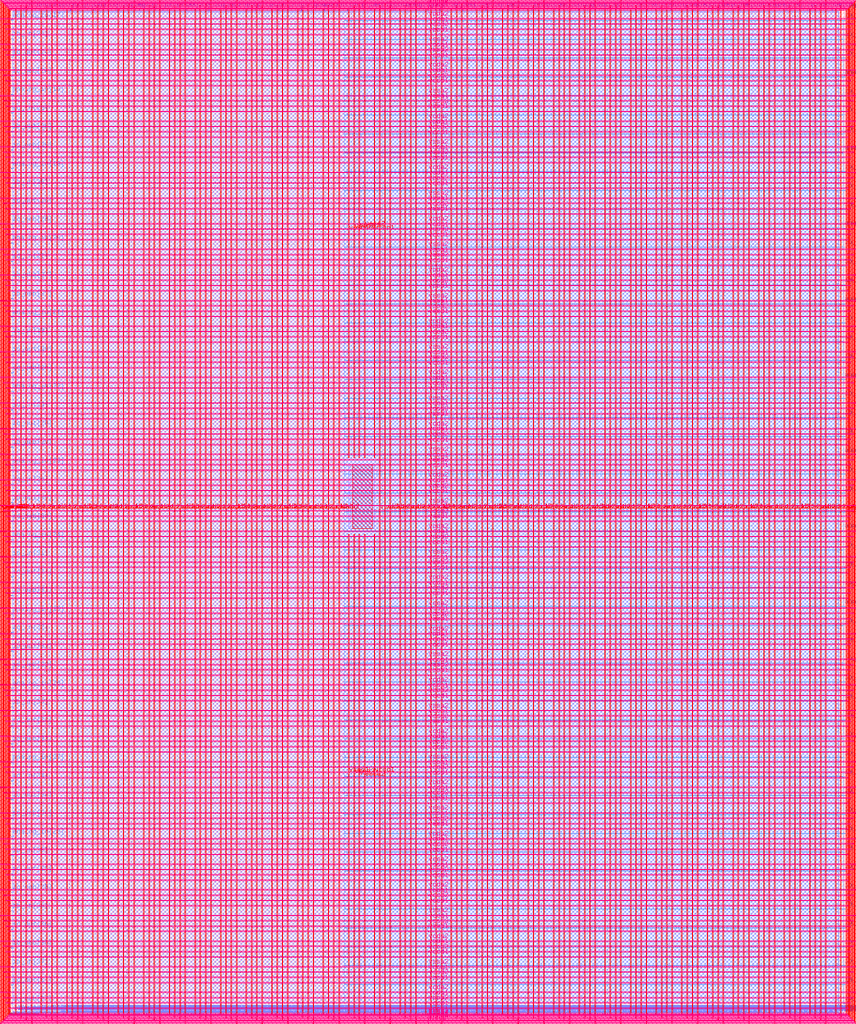
<source format=lef>
VERSION 5.7 ;
  NOWIREEXTENSIONATPIN ON ;
  DIVIDERCHAR "/" ;
  BUSBITCHARS "[]" ;
MACRO user_project_wrapper
  CLASS BLOCK ;
  FOREIGN user_project_wrapper ;
  ORIGIN 0.000 0.000 ;
  SIZE 2920.000 BY 3520.000 ;
  PIN analog_io[0]
    DIRECTION INOUT ;
    USE SIGNAL ;
    PORT
      LAYER met3 ;
        RECT 2917.600 1426.380 2924.800 1427.580 ;
    END
  END analog_io[0]
  PIN analog_io[10]
    DIRECTION INOUT ;
    USE SIGNAL ;
    PORT
      LAYER met2 ;
        RECT 2230.490 3517.600 2231.050 3524.800 ;
    END
  END analog_io[10]
  PIN analog_io[11]
    DIRECTION INOUT ;
    USE SIGNAL ;
    PORT
      LAYER met2 ;
        RECT 1905.730 3517.600 1906.290 3524.800 ;
    END
  END analog_io[11]
  PIN analog_io[12]
    DIRECTION INOUT ;
    USE SIGNAL ;
    PORT
      LAYER met2 ;
        RECT 1581.430 3517.600 1581.990 3524.800 ;
    END
  END analog_io[12]
  PIN analog_io[13]
    DIRECTION INOUT ;
    USE SIGNAL ;
    PORT
      LAYER met2 ;
        RECT 1257.130 3517.600 1257.690 3524.800 ;
    END
  END analog_io[13]
  PIN analog_io[14]
    DIRECTION INOUT ;
    USE SIGNAL ;
    PORT
      LAYER met2 ;
        RECT 932.370 3517.600 932.930 3524.800 ;
    END
  END analog_io[14]
  PIN analog_io[15]
    DIRECTION INOUT ;
    USE SIGNAL ;
    PORT
      LAYER met2 ;
        RECT 608.070 3517.600 608.630 3524.800 ;
    END
  END analog_io[15]
  PIN analog_io[16]
    DIRECTION INOUT ;
    USE SIGNAL ;
    PORT
      LAYER met2 ;
        RECT 283.770 3517.600 284.330 3524.800 ;
    END
  END analog_io[16]
  PIN analog_io[17]
    DIRECTION INOUT ;
    USE SIGNAL ;
    PORT
      LAYER met3 ;
        RECT -4.800 3486.100 2.400 3487.300 ;
    END
  END analog_io[17]
  PIN analog_io[18]
    DIRECTION INOUT ;
    USE SIGNAL ;
    PORT
      LAYER met3 ;
        RECT -4.800 3224.980 2.400 3226.180 ;
    END
  END analog_io[18]
  PIN analog_io[19]
    DIRECTION INOUT ;
    USE SIGNAL ;
    PORT
      LAYER met3 ;
        RECT -4.800 2964.540 2.400 2965.740 ;
    END
  END analog_io[19]
  PIN analog_io[1]
    DIRECTION INOUT ;
    USE SIGNAL ;
    PORT
      LAYER met3 ;
        RECT 2917.600 1692.260 2924.800 1693.460 ;
    END
  END analog_io[1]
  PIN analog_io[20]
    DIRECTION INOUT ;
    USE SIGNAL ;
    PORT
      LAYER met3 ;
        RECT -4.800 2703.420 2.400 2704.620 ;
    END
  END analog_io[20]
  PIN analog_io[21]
    DIRECTION INOUT ;
    USE SIGNAL ;
    PORT
      LAYER met3 ;
        RECT -4.800 2442.980 2.400 2444.180 ;
    END
  END analog_io[21]
  PIN analog_io[22]
    DIRECTION INOUT ;
    USE SIGNAL ;
    PORT
      LAYER met3 ;
        RECT -4.800 2182.540 2.400 2183.740 ;
    END
  END analog_io[22]
  PIN analog_io[23]
    DIRECTION INOUT ;
    USE SIGNAL ;
    PORT
      LAYER met3 ;
        RECT -4.800 1921.420 2.400 1922.620 ;
    END
  END analog_io[23]
  PIN analog_io[24]
    DIRECTION INOUT ;
    USE SIGNAL ;
    PORT
      LAYER met3 ;
        RECT -4.800 1660.980 2.400 1662.180 ;
    END
  END analog_io[24]
  PIN analog_io[25]
    DIRECTION INOUT ;
    USE SIGNAL ;
    PORT
      LAYER met3 ;
        RECT -4.800 1399.860 2.400 1401.060 ;
    END
  END analog_io[25]
  PIN analog_io[26]
    DIRECTION INOUT ;
    USE SIGNAL ;
    PORT
      LAYER met3 ;
        RECT -4.800 1139.420 2.400 1140.620 ;
    END
  END analog_io[26]
  PIN analog_io[27]
    DIRECTION INOUT ;
    USE SIGNAL ;
    PORT
      LAYER met3 ;
        RECT -4.800 878.980 2.400 880.180 ;
    END
  END analog_io[27]
  PIN analog_io[28]
    DIRECTION INOUT ;
    USE SIGNAL ;
    PORT
      LAYER met3 ;
        RECT -4.800 617.860 2.400 619.060 ;
    END
  END analog_io[28]
  PIN analog_io[2]
    DIRECTION INOUT ;
    USE SIGNAL ;
    PORT
      LAYER met3 ;
        RECT 2917.600 1958.140 2924.800 1959.340 ;
    END
  END analog_io[2]
  PIN analog_io[3]
    DIRECTION INOUT ;
    USE SIGNAL ;
    PORT
      LAYER met3 ;
        RECT 2917.600 2223.340 2924.800 2224.540 ;
    END
  END analog_io[3]
  PIN analog_io[4]
    DIRECTION INOUT ;
    USE SIGNAL ;
    PORT
      LAYER met3 ;
        RECT 2917.600 2489.220 2924.800 2490.420 ;
    END
  END analog_io[4]
  PIN analog_io[5]
    DIRECTION INOUT ;
    USE SIGNAL ;
    PORT
      LAYER met3 ;
        RECT 2917.600 2755.100 2924.800 2756.300 ;
    END
  END analog_io[5]
  PIN analog_io[6]
    DIRECTION INOUT ;
    USE SIGNAL ;
    PORT
      LAYER met3 ;
        RECT 2917.600 3020.300 2924.800 3021.500 ;
    END
  END analog_io[6]
  PIN analog_io[7]
    DIRECTION INOUT ;
    USE SIGNAL ;
    PORT
      LAYER met3 ;
        RECT 2917.600 3286.180 2924.800 3287.380 ;
    END
  END analog_io[7]
  PIN analog_io[8]
    DIRECTION INOUT ;
    USE SIGNAL ;
    PORT
      LAYER met2 ;
        RECT 2879.090 3517.600 2879.650 3524.800 ;
    END
  END analog_io[8]
  PIN analog_io[9]
    DIRECTION INOUT ;
    USE SIGNAL ;
    PORT
      LAYER met2 ;
        RECT 2554.790 3517.600 2555.350 3524.800 ;
    END
  END analog_io[9]
  PIN io_in[0]
    DIRECTION INPUT ;
    USE SIGNAL ;
    PORT
      LAYER met3 ;
        RECT 2917.600 32.380 2924.800 33.580 ;
    END
  END io_in[0]
  PIN io_in[10]
    DIRECTION INPUT ;
    USE SIGNAL ;
    PORT
      LAYER met3 ;
        RECT 2917.600 2289.980 2924.800 2291.180 ;
    END
  END io_in[10]
  PIN io_in[11]
    DIRECTION INPUT ;
    USE SIGNAL ;
    PORT
      LAYER met3 ;
        RECT 2917.600 2555.860 2924.800 2557.060 ;
    END
  END io_in[11]
  PIN io_in[12]
    DIRECTION INPUT ;
    USE SIGNAL ;
    PORT
      LAYER met3 ;
        RECT 2917.600 2821.060 2924.800 2822.260 ;
    END
  END io_in[12]
  PIN io_in[13]
    DIRECTION INPUT ;
    USE SIGNAL ;
    PORT
      LAYER met3 ;
        RECT 2917.600 3086.940 2924.800 3088.140 ;
    END
  END io_in[13]
  PIN io_in[14]
    DIRECTION INPUT ;
    USE SIGNAL ;
    PORT
      LAYER met3 ;
        RECT 2917.600 3352.820 2924.800 3354.020 ;
    END
  END io_in[14]
  PIN io_in[15]
    DIRECTION INPUT ;
    USE SIGNAL ;
    PORT
      LAYER met2 ;
        RECT 2798.130 3517.600 2798.690 3524.800 ;
    END
  END io_in[15]
  PIN io_in[16]
    DIRECTION INPUT ;
    USE SIGNAL ;
    PORT
      LAYER met2 ;
        RECT 2473.830 3517.600 2474.390 3524.800 ;
    END
  END io_in[16]
  PIN io_in[17]
    DIRECTION INPUT ;
    USE SIGNAL ;
    PORT
      LAYER met2 ;
        RECT 2149.070 3517.600 2149.630 3524.800 ;
    END
  END io_in[17]
  PIN io_in[18]
    DIRECTION INPUT ;
    USE SIGNAL ;
    PORT
      LAYER met2 ;
        RECT 1824.770 3517.600 1825.330 3524.800 ;
    END
  END io_in[18]
  PIN io_in[19]
    DIRECTION INPUT ;
    USE SIGNAL ;
    PORT
      LAYER met2 ;
        RECT 1500.470 3517.600 1501.030 3524.800 ;
    END
  END io_in[19]
  PIN io_in[1]
    DIRECTION INPUT ;
    USE SIGNAL ;
    PORT
      LAYER met3 ;
        RECT 2917.600 230.940 2924.800 232.140 ;
    END
  END io_in[1]
  PIN io_in[20]
    DIRECTION INPUT ;
    USE SIGNAL ;
    PORT
      LAYER met2 ;
        RECT 1175.710 3517.600 1176.270 3524.800 ;
    END
  END io_in[20]
  PIN io_in[21]
    DIRECTION INPUT ;
    USE SIGNAL ;
    PORT
      LAYER met2 ;
        RECT 851.410 3517.600 851.970 3524.800 ;
    END
  END io_in[21]
  PIN io_in[22]
    DIRECTION INPUT ;
    USE SIGNAL ;
    PORT
      LAYER met2 ;
        RECT 527.110 3517.600 527.670 3524.800 ;
    END
  END io_in[22]
  PIN io_in[23]
    DIRECTION INPUT ;
    USE SIGNAL ;
    PORT
      LAYER met2 ;
        RECT 202.350 3517.600 202.910 3524.800 ;
    END
  END io_in[23]
  PIN io_in[24]
    DIRECTION INPUT ;
    USE SIGNAL ;
    PORT
      LAYER met3 ;
        RECT -4.800 3420.820 2.400 3422.020 ;
    END
  END io_in[24]
  PIN io_in[25]
    DIRECTION INPUT ;
    USE SIGNAL ;
    PORT
      LAYER met3 ;
        RECT -4.800 3159.700 2.400 3160.900 ;
    END
  END io_in[25]
  PIN io_in[26]
    DIRECTION INPUT ;
    USE SIGNAL ;
    PORT
      LAYER met3 ;
        RECT -4.800 2899.260 2.400 2900.460 ;
    END
  END io_in[26]
  PIN io_in[27]
    DIRECTION INPUT ;
    USE SIGNAL ;
    PORT
      LAYER met3 ;
        RECT -4.800 2638.820 2.400 2640.020 ;
    END
  END io_in[27]
  PIN io_in[28]
    DIRECTION INPUT ;
    USE SIGNAL ;
    PORT
      LAYER met3 ;
        RECT -4.800 2377.700 2.400 2378.900 ;
    END
  END io_in[28]
  PIN io_in[29]
    DIRECTION INPUT ;
    USE SIGNAL ;
    PORT
      LAYER met3 ;
        RECT -4.800 2117.260 2.400 2118.460 ;
    END
  END io_in[29]
  PIN io_in[2]
    DIRECTION INPUT ;
    USE SIGNAL ;
    PORT
      LAYER met3 ;
        RECT 2917.600 430.180 2924.800 431.380 ;
    END
  END io_in[2]
  PIN io_in[30]
    DIRECTION INPUT ;
    USE SIGNAL ;
    PORT
      LAYER met3 ;
        RECT -4.800 1856.140 2.400 1857.340 ;
    END
  END io_in[30]
  PIN io_in[31]
    DIRECTION INPUT ;
    USE SIGNAL ;
    PORT
      LAYER met3 ;
        RECT -4.800 1595.700 2.400 1596.900 ;
    END
  END io_in[31]
  PIN io_in[32]
    DIRECTION INPUT ;
    USE SIGNAL ;
    PORT
      LAYER met3 ;
        RECT -4.800 1335.260 2.400 1336.460 ;
    END
  END io_in[32]
  PIN io_in[33]
    DIRECTION INPUT ;
    USE SIGNAL ;
    PORT
      LAYER met3 ;
        RECT -4.800 1074.140 2.400 1075.340 ;
    END
  END io_in[33]
  PIN io_in[34]
    DIRECTION INPUT ;
    USE SIGNAL ;
    PORT
      LAYER met3 ;
        RECT -4.800 813.700 2.400 814.900 ;
    END
  END io_in[34]
  PIN io_in[35]
    DIRECTION INPUT ;
    USE SIGNAL ;
    PORT
      LAYER met3 ;
        RECT -4.800 552.580 2.400 553.780 ;
    END
  END io_in[35]
  PIN io_in[36]
    DIRECTION INPUT ;
    USE SIGNAL ;
    PORT
      LAYER met3 ;
        RECT -4.800 357.420 2.400 358.620 ;
    END
  END io_in[36]
  PIN io_in[37]
    DIRECTION INPUT ;
    USE SIGNAL ;
    PORT
      LAYER met3 ;
        RECT -4.800 161.580 2.400 162.780 ;
    END
  END io_in[37]
  PIN io_in[3]
    DIRECTION INPUT ;
    USE SIGNAL ;
    PORT
      LAYER met3 ;
        RECT 2917.600 629.420 2924.800 630.620 ;
    END
  END io_in[3]
  PIN io_in[4]
    DIRECTION INPUT ;
    USE SIGNAL ;
    PORT
      LAYER met3 ;
        RECT 2917.600 828.660 2924.800 829.860 ;
    END
  END io_in[4]
  PIN io_in[5]
    DIRECTION INPUT ;
    USE SIGNAL ;
    PORT
      LAYER met3 ;
        RECT 2917.600 1027.900 2924.800 1029.100 ;
    END
  END io_in[5]
  PIN io_in[6]
    DIRECTION INPUT ;
    USE SIGNAL ;
    PORT
      LAYER met3 ;
        RECT 2917.600 1227.140 2924.800 1228.340 ;
    END
  END io_in[6]
  PIN io_in[7]
    DIRECTION INPUT ;
    USE SIGNAL ;
    PORT
      LAYER met3 ;
        RECT 2917.600 1493.020 2924.800 1494.220 ;
    END
  END io_in[7]
  PIN io_in[8]
    DIRECTION INPUT ;
    USE SIGNAL ;
    PORT
      LAYER met3 ;
        RECT 2917.600 1758.900 2924.800 1760.100 ;
    END
  END io_in[8]
  PIN io_in[9]
    DIRECTION INPUT ;
    USE SIGNAL ;
    PORT
      LAYER met3 ;
        RECT 2917.600 2024.100 2924.800 2025.300 ;
    END
  END io_in[9]
  PIN io_oeb[0]
    DIRECTION OUTPUT TRISTATE ;
    USE SIGNAL ;
    PORT
      LAYER met3 ;
        RECT 2917.600 164.980 2924.800 166.180 ;
    END
  END io_oeb[0]
  PIN io_oeb[10]
    DIRECTION OUTPUT TRISTATE ;
    USE SIGNAL ;
    PORT
      LAYER met3 ;
        RECT 2917.600 2422.580 2924.800 2423.780 ;
    END
  END io_oeb[10]
  PIN io_oeb[11]
    DIRECTION OUTPUT TRISTATE ;
    USE SIGNAL ;
    PORT
      LAYER met3 ;
        RECT 2917.600 2688.460 2924.800 2689.660 ;
    END
  END io_oeb[11]
  PIN io_oeb[12]
    DIRECTION OUTPUT TRISTATE ;
    USE SIGNAL ;
    PORT
      LAYER met3 ;
        RECT 2917.600 2954.340 2924.800 2955.540 ;
    END
  END io_oeb[12]
  PIN io_oeb[13]
    DIRECTION OUTPUT TRISTATE ;
    USE SIGNAL ;
    PORT
      LAYER met3 ;
        RECT 2917.600 3219.540 2924.800 3220.740 ;
    END
  END io_oeb[13]
  PIN io_oeb[14]
    DIRECTION OUTPUT TRISTATE ;
    USE SIGNAL ;
    PORT
      LAYER met3 ;
        RECT 2917.600 3485.420 2924.800 3486.620 ;
    END
  END io_oeb[14]
  PIN io_oeb[15]
    DIRECTION OUTPUT TRISTATE ;
    USE SIGNAL ;
    PORT
      LAYER met2 ;
        RECT 2635.750 3517.600 2636.310 3524.800 ;
    END
  END io_oeb[15]
  PIN io_oeb[16]
    DIRECTION OUTPUT TRISTATE ;
    USE SIGNAL ;
    PORT
      LAYER met2 ;
        RECT 2311.450 3517.600 2312.010 3524.800 ;
    END
  END io_oeb[16]
  PIN io_oeb[17]
    DIRECTION OUTPUT TRISTATE ;
    USE SIGNAL ;
    PORT
      LAYER met2 ;
        RECT 1987.150 3517.600 1987.710 3524.800 ;
    END
  END io_oeb[17]
  PIN io_oeb[18]
    DIRECTION OUTPUT TRISTATE ;
    USE SIGNAL ;
    PORT
      LAYER met2 ;
        RECT 1662.390 3517.600 1662.950 3524.800 ;
    END
  END io_oeb[18]
  PIN io_oeb[19]
    DIRECTION OUTPUT TRISTATE ;
    USE SIGNAL ;
    PORT
      LAYER met2 ;
        RECT 1338.090 3517.600 1338.650 3524.800 ;
    END
  END io_oeb[19]
  PIN io_oeb[1]
    DIRECTION OUTPUT TRISTATE ;
    USE SIGNAL ;
    PORT
      LAYER met3 ;
        RECT 2917.600 364.220 2924.800 365.420 ;
    END
  END io_oeb[1]
  PIN io_oeb[20]
    DIRECTION OUTPUT TRISTATE ;
    USE SIGNAL ;
    PORT
      LAYER met2 ;
        RECT 1013.790 3517.600 1014.350 3524.800 ;
    END
  END io_oeb[20]
  PIN io_oeb[21]
    DIRECTION OUTPUT TRISTATE ;
    USE SIGNAL ;
    PORT
      LAYER met2 ;
        RECT 689.030 3517.600 689.590 3524.800 ;
    END
  END io_oeb[21]
  PIN io_oeb[22]
    DIRECTION OUTPUT TRISTATE ;
    USE SIGNAL ;
    PORT
      LAYER met2 ;
        RECT 364.730 3517.600 365.290 3524.800 ;
    END
  END io_oeb[22]
  PIN io_oeb[23]
    DIRECTION OUTPUT TRISTATE ;
    USE SIGNAL ;
    PORT
      LAYER met2 ;
        RECT 40.430 3517.600 40.990 3524.800 ;
    END
  END io_oeb[23]
  PIN io_oeb[24]
    DIRECTION OUTPUT TRISTATE ;
    USE SIGNAL ;
    PORT
      LAYER met3 ;
        RECT -4.800 3290.260 2.400 3291.460 ;
    END
  END io_oeb[24]
  PIN io_oeb[25]
    DIRECTION OUTPUT TRISTATE ;
    USE SIGNAL ;
    PORT
      LAYER met3 ;
        RECT -4.800 3029.820 2.400 3031.020 ;
    END
  END io_oeb[25]
  PIN io_oeb[26]
    DIRECTION OUTPUT TRISTATE ;
    USE SIGNAL ;
    PORT
      LAYER met3 ;
        RECT -4.800 2768.700 2.400 2769.900 ;
    END
  END io_oeb[26]
  PIN io_oeb[27]
    DIRECTION OUTPUT TRISTATE ;
    USE SIGNAL ;
    PORT
      LAYER met3 ;
        RECT -4.800 2508.260 2.400 2509.460 ;
    END
  END io_oeb[27]
  PIN io_oeb[28]
    DIRECTION OUTPUT TRISTATE ;
    USE SIGNAL ;
    PORT
      LAYER met3 ;
        RECT -4.800 2247.140 2.400 2248.340 ;
    END
  END io_oeb[28]
  PIN io_oeb[29]
    DIRECTION OUTPUT TRISTATE ;
    USE SIGNAL ;
    PORT
      LAYER met3 ;
        RECT -4.800 1986.700 2.400 1987.900 ;
    END
  END io_oeb[29]
  PIN io_oeb[2]
    DIRECTION OUTPUT TRISTATE ;
    USE SIGNAL ;
    PORT
      LAYER met3 ;
        RECT 2917.600 563.460 2924.800 564.660 ;
    END
  END io_oeb[2]
  PIN io_oeb[30]
    DIRECTION OUTPUT TRISTATE ;
    USE SIGNAL ;
    PORT
      LAYER met3 ;
        RECT -4.800 1726.260 2.400 1727.460 ;
    END
  END io_oeb[30]
  PIN io_oeb[31]
    DIRECTION OUTPUT TRISTATE ;
    USE SIGNAL ;
    PORT
      LAYER met3 ;
        RECT -4.800 1465.140 2.400 1466.340 ;
    END
  END io_oeb[31]
  PIN io_oeb[32]
    DIRECTION OUTPUT TRISTATE ;
    USE SIGNAL ;
    PORT
      LAYER met3 ;
        RECT -4.800 1204.700 2.400 1205.900 ;
    END
  END io_oeb[32]
  PIN io_oeb[33]
    DIRECTION OUTPUT TRISTATE ;
    USE SIGNAL ;
    PORT
      LAYER met3 ;
        RECT -4.800 943.580 2.400 944.780 ;
    END
  END io_oeb[33]
  PIN io_oeb[34]
    DIRECTION OUTPUT TRISTATE ;
    USE SIGNAL ;
    PORT
      LAYER met3 ;
        RECT -4.800 683.140 2.400 684.340 ;
    END
  END io_oeb[34]
  PIN io_oeb[35]
    DIRECTION OUTPUT TRISTATE ;
    USE SIGNAL ;
    PORT
      LAYER met3 ;
        RECT -4.800 422.700 2.400 423.900 ;
    END
  END io_oeb[35]
  PIN io_oeb[36]
    DIRECTION OUTPUT TRISTATE ;
    USE SIGNAL ;
    PORT
      LAYER met3 ;
        RECT -4.800 226.860 2.400 228.060 ;
    END
  END io_oeb[36]
  PIN io_oeb[37]
    DIRECTION OUTPUT TRISTATE ;
    USE SIGNAL ;
    PORT
      LAYER met3 ;
        RECT -4.800 31.700 2.400 32.900 ;
    END
  END io_oeb[37]
  PIN io_oeb[3]
    DIRECTION OUTPUT TRISTATE ;
    USE SIGNAL ;
    PORT
      LAYER met3 ;
        RECT 2917.600 762.700 2924.800 763.900 ;
    END
  END io_oeb[3]
  PIN io_oeb[4]
    DIRECTION OUTPUT TRISTATE ;
    USE SIGNAL ;
    PORT
      LAYER met3 ;
        RECT 2917.600 961.940 2924.800 963.140 ;
    END
  END io_oeb[4]
  PIN io_oeb[5]
    DIRECTION OUTPUT TRISTATE ;
    USE SIGNAL ;
    PORT
      LAYER met3 ;
        RECT 2917.600 1161.180 2924.800 1162.380 ;
    END
  END io_oeb[5]
  PIN io_oeb[6]
    DIRECTION OUTPUT TRISTATE ;
    USE SIGNAL ;
    PORT
      LAYER met3 ;
        RECT 2917.600 1360.420 2924.800 1361.620 ;
    END
  END io_oeb[6]
  PIN io_oeb[7]
    DIRECTION OUTPUT TRISTATE ;
    USE SIGNAL ;
    PORT
      LAYER met3 ;
        RECT 2917.600 1625.620 2924.800 1626.820 ;
    END
  END io_oeb[7]
  PIN io_oeb[8]
    DIRECTION OUTPUT TRISTATE ;
    USE SIGNAL ;
    PORT
      LAYER met3 ;
        RECT 2917.600 1891.500 2924.800 1892.700 ;
    END
  END io_oeb[8]
  PIN io_oeb[9]
    DIRECTION OUTPUT TRISTATE ;
    USE SIGNAL ;
    PORT
      LAYER met3 ;
        RECT 2917.600 2157.380 2924.800 2158.580 ;
    END
  END io_oeb[9]
  PIN io_out[0]
    DIRECTION OUTPUT TRISTATE ;
    USE SIGNAL ;
    PORT
      LAYER met3 ;
        RECT 2917.600 98.340 2924.800 99.540 ;
    END
  END io_out[0]
  PIN io_out[10]
    DIRECTION OUTPUT TRISTATE ;
    USE SIGNAL ;
    PORT
      LAYER met3 ;
        RECT 2917.600 2356.620 2924.800 2357.820 ;
    END
  END io_out[10]
  PIN io_out[11]
    DIRECTION OUTPUT TRISTATE ;
    USE SIGNAL ;
    PORT
      LAYER met3 ;
        RECT 2917.600 2621.820 2924.800 2623.020 ;
    END
  END io_out[11]
  PIN io_out[12]
    DIRECTION OUTPUT TRISTATE ;
    USE SIGNAL ;
    PORT
      LAYER met3 ;
        RECT 2917.600 2887.700 2924.800 2888.900 ;
    END
  END io_out[12]
  PIN io_out[13]
    DIRECTION OUTPUT TRISTATE ;
    USE SIGNAL ;
    PORT
      LAYER met3 ;
        RECT 2917.600 3153.580 2924.800 3154.780 ;
    END
  END io_out[13]
  PIN io_out[14]
    DIRECTION OUTPUT TRISTATE ;
    USE SIGNAL ;
    PORT
      LAYER met3 ;
        RECT 2917.600 3418.780 2924.800 3419.980 ;
    END
  END io_out[14]
  PIN io_out[15]
    DIRECTION OUTPUT TRISTATE ;
    USE SIGNAL ;
    PORT
      LAYER met2 ;
        RECT 2717.170 3517.600 2717.730 3524.800 ;
    END
  END io_out[15]
  PIN io_out[16]
    DIRECTION OUTPUT TRISTATE ;
    USE SIGNAL ;
    PORT
      LAYER met2 ;
        RECT 2392.410 3517.600 2392.970 3524.800 ;
    END
  END io_out[16]
  PIN io_out[17]
    DIRECTION OUTPUT TRISTATE ;
    USE SIGNAL ;
    PORT
      LAYER met2 ;
        RECT 2068.110 3517.600 2068.670 3524.800 ;
    END
  END io_out[17]
  PIN io_out[18]
    DIRECTION OUTPUT TRISTATE ;
    USE SIGNAL ;
    PORT
      LAYER met2 ;
        RECT 1743.810 3517.600 1744.370 3524.800 ;
    END
  END io_out[18]
  PIN io_out[19]
    DIRECTION OUTPUT TRISTATE ;
    USE SIGNAL ;
    PORT
      LAYER met2 ;
        RECT 1419.050 3517.600 1419.610 3524.800 ;
    END
  END io_out[19]
  PIN io_out[1]
    DIRECTION OUTPUT TRISTATE ;
    USE SIGNAL ;
    PORT
      LAYER met3 ;
        RECT 2917.600 297.580 2924.800 298.780 ;
    END
  END io_out[1]
  PIN io_out[20]
    DIRECTION OUTPUT TRISTATE ;
    USE SIGNAL ;
    PORT
      LAYER met2 ;
        RECT 1094.750 3517.600 1095.310 3524.800 ;
    END
  END io_out[20]
  PIN io_out[21]
    DIRECTION OUTPUT TRISTATE ;
    USE SIGNAL ;
    PORT
      LAYER met2 ;
        RECT 770.450 3517.600 771.010 3524.800 ;
    END
  END io_out[21]
  PIN io_out[22]
    DIRECTION OUTPUT TRISTATE ;
    USE SIGNAL ;
    PORT
      LAYER met2 ;
        RECT 445.690 3517.600 446.250 3524.800 ;
    END
  END io_out[22]
  PIN io_out[23]
    DIRECTION OUTPUT TRISTATE ;
    USE SIGNAL ;
    PORT
      LAYER met2 ;
        RECT 121.390 3517.600 121.950 3524.800 ;
    END
  END io_out[23]
  PIN io_out[24]
    DIRECTION OUTPUT TRISTATE ;
    USE SIGNAL ;
    PORT
      LAYER met3 ;
        RECT -4.800 3355.540 2.400 3356.740 ;
    END
  END io_out[24]
  PIN io_out[25]
    DIRECTION OUTPUT TRISTATE ;
    USE SIGNAL ;
    PORT
      LAYER met3 ;
        RECT -4.800 3095.100 2.400 3096.300 ;
    END
  END io_out[25]
  PIN io_out[26]
    DIRECTION OUTPUT TRISTATE ;
    USE SIGNAL ;
    PORT
      LAYER met3 ;
        RECT -4.800 2833.980 2.400 2835.180 ;
    END
  END io_out[26]
  PIN io_out[27]
    DIRECTION OUTPUT TRISTATE ;
    USE SIGNAL ;
    PORT
      LAYER met3 ;
        RECT -4.800 2573.540 2.400 2574.740 ;
    END
  END io_out[27]
  PIN io_out[28]
    DIRECTION OUTPUT TRISTATE ;
    USE SIGNAL ;
    PORT
      LAYER met3 ;
        RECT -4.800 2312.420 2.400 2313.620 ;
    END
  END io_out[28]
  PIN io_out[29]
    DIRECTION OUTPUT TRISTATE ;
    USE SIGNAL ;
    PORT
      LAYER met3 ;
        RECT -4.800 2051.980 2.400 2053.180 ;
    END
  END io_out[29]
  PIN io_out[2]
    DIRECTION OUTPUT TRISTATE ;
    USE SIGNAL ;
    PORT
      LAYER met3 ;
        RECT 2917.600 496.820 2924.800 498.020 ;
    END
  END io_out[2]
  PIN io_out[30]
    DIRECTION OUTPUT TRISTATE ;
    USE SIGNAL ;
    PORT
      LAYER met3 ;
        RECT -4.800 1791.540 2.400 1792.740 ;
    END
  END io_out[30]
  PIN io_out[31]
    DIRECTION OUTPUT TRISTATE ;
    USE SIGNAL ;
    PORT
      LAYER met3 ;
        RECT -4.800 1530.420 2.400 1531.620 ;
    END
  END io_out[31]
  PIN io_out[32]
    DIRECTION OUTPUT TRISTATE ;
    USE SIGNAL ;
    PORT
      LAYER met3 ;
        RECT -4.800 1269.980 2.400 1271.180 ;
    END
  END io_out[32]
  PIN io_out[33]
    DIRECTION OUTPUT TRISTATE ;
    USE SIGNAL ;
    PORT
      LAYER met3 ;
        RECT -4.800 1008.860 2.400 1010.060 ;
    END
  END io_out[33]
  PIN io_out[34]
    DIRECTION OUTPUT TRISTATE ;
    USE SIGNAL ;
    PORT
      LAYER met3 ;
        RECT -4.800 748.420 2.400 749.620 ;
    END
  END io_out[34]
  PIN io_out[35]
    DIRECTION OUTPUT TRISTATE ;
    USE SIGNAL ;
    PORT
      LAYER met3 ;
        RECT -4.800 487.300 2.400 488.500 ;
    END
  END io_out[35]
  PIN io_out[36]
    DIRECTION OUTPUT TRISTATE ;
    USE SIGNAL ;
    PORT
      LAYER met3 ;
        RECT -4.800 292.140 2.400 293.340 ;
    END
  END io_out[36]
  PIN io_out[37]
    DIRECTION OUTPUT TRISTATE ;
    USE SIGNAL ;
    PORT
      LAYER met3 ;
        RECT -4.800 96.300 2.400 97.500 ;
    END
  END io_out[37]
  PIN io_out[3]
    DIRECTION OUTPUT TRISTATE ;
    USE SIGNAL ;
    PORT
      LAYER met3 ;
        RECT 2917.600 696.060 2924.800 697.260 ;
    END
  END io_out[3]
  PIN io_out[4]
    DIRECTION OUTPUT TRISTATE ;
    USE SIGNAL ;
    PORT
      LAYER met3 ;
        RECT 2917.600 895.300 2924.800 896.500 ;
    END
  END io_out[4]
  PIN io_out[5]
    DIRECTION OUTPUT TRISTATE ;
    USE SIGNAL ;
    PORT
      LAYER met3 ;
        RECT 2917.600 1094.540 2924.800 1095.740 ;
    END
  END io_out[5]
  PIN io_out[6]
    DIRECTION OUTPUT TRISTATE ;
    USE SIGNAL ;
    PORT
      LAYER met3 ;
        RECT 2917.600 1293.780 2924.800 1294.980 ;
    END
  END io_out[6]
  PIN io_out[7]
    DIRECTION OUTPUT TRISTATE ;
    USE SIGNAL ;
    PORT
      LAYER met3 ;
        RECT 2917.600 1559.660 2924.800 1560.860 ;
    END
  END io_out[7]
  PIN io_out[8]
    DIRECTION OUTPUT TRISTATE ;
    USE SIGNAL ;
    PORT
      LAYER met3 ;
        RECT 2917.600 1824.860 2924.800 1826.060 ;
    END
  END io_out[8]
  PIN io_out[9]
    DIRECTION OUTPUT TRISTATE ;
    USE SIGNAL ;
    PORT
      LAYER met3 ;
        RECT 2917.600 2090.740 2924.800 2091.940 ;
    END
  END io_out[9]
  PIN la_data_in[0]
    DIRECTION INPUT ;
    USE SIGNAL ;
    PORT
      LAYER met2 ;
        RECT 629.230 -4.800 629.790 2.400 ;
    END
  END la_data_in[0]
  PIN la_data_in[100]
    DIRECTION INPUT ;
    USE SIGNAL ;
    PORT
      LAYER met2 ;
        RECT 2402.530 -4.800 2403.090 2.400 ;
    END
  END la_data_in[100]
  PIN la_data_in[101]
    DIRECTION INPUT ;
    USE SIGNAL ;
    PORT
      LAYER met2 ;
        RECT 2420.010 -4.800 2420.570 2.400 ;
    END
  END la_data_in[101]
  PIN la_data_in[102]
    DIRECTION INPUT ;
    USE SIGNAL ;
    PORT
      LAYER met2 ;
        RECT 2437.950 -4.800 2438.510 2.400 ;
    END
  END la_data_in[102]
  PIN la_data_in[103]
    DIRECTION INPUT ;
    USE SIGNAL ;
    PORT
      LAYER met2 ;
        RECT 2455.430 -4.800 2455.990 2.400 ;
    END
  END la_data_in[103]
  PIN la_data_in[104]
    DIRECTION INPUT ;
    USE SIGNAL ;
    PORT
      LAYER met2 ;
        RECT 2473.370 -4.800 2473.930 2.400 ;
    END
  END la_data_in[104]
  PIN la_data_in[105]
    DIRECTION INPUT ;
    USE SIGNAL ;
    PORT
      LAYER met2 ;
        RECT 2490.850 -4.800 2491.410 2.400 ;
    END
  END la_data_in[105]
  PIN la_data_in[106]
    DIRECTION INPUT ;
    USE SIGNAL ;
    PORT
      LAYER met2 ;
        RECT 2508.790 -4.800 2509.350 2.400 ;
    END
  END la_data_in[106]
  PIN la_data_in[107]
    DIRECTION INPUT ;
    USE SIGNAL ;
    PORT
      LAYER met2 ;
        RECT 2526.730 -4.800 2527.290 2.400 ;
    END
  END la_data_in[107]
  PIN la_data_in[108]
    DIRECTION INPUT ;
    USE SIGNAL ;
    PORT
      LAYER met2 ;
        RECT 2544.210 -4.800 2544.770 2.400 ;
    END
  END la_data_in[108]
  PIN la_data_in[109]
    DIRECTION INPUT ;
    USE SIGNAL ;
    PORT
      LAYER met2 ;
        RECT 2562.150 -4.800 2562.710 2.400 ;
    END
  END la_data_in[109]
  PIN la_data_in[10]
    DIRECTION INPUT ;
    USE SIGNAL ;
    PORT
      LAYER met2 ;
        RECT 806.330 -4.800 806.890 2.400 ;
    END
  END la_data_in[10]
  PIN la_data_in[110]
    DIRECTION INPUT ;
    USE SIGNAL ;
    PORT
      LAYER met2 ;
        RECT 2579.630 -4.800 2580.190 2.400 ;
    END
  END la_data_in[110]
  PIN la_data_in[111]
    DIRECTION INPUT ;
    USE SIGNAL ;
    PORT
      LAYER met2 ;
        RECT 2597.570 -4.800 2598.130 2.400 ;
    END
  END la_data_in[111]
  PIN la_data_in[112]
    DIRECTION INPUT ;
    USE SIGNAL ;
    PORT
      LAYER met2 ;
        RECT 2615.050 -4.800 2615.610 2.400 ;
    END
  END la_data_in[112]
  PIN la_data_in[113]
    DIRECTION INPUT ;
    USE SIGNAL ;
    PORT
      LAYER met2 ;
        RECT 2632.990 -4.800 2633.550 2.400 ;
    END
  END la_data_in[113]
  PIN la_data_in[114]
    DIRECTION INPUT ;
    USE SIGNAL ;
    PORT
      LAYER met2 ;
        RECT 2650.470 -4.800 2651.030 2.400 ;
    END
  END la_data_in[114]
  PIN la_data_in[115]
    DIRECTION INPUT ;
    USE SIGNAL ;
    PORT
      LAYER met2 ;
        RECT 2668.410 -4.800 2668.970 2.400 ;
    END
  END la_data_in[115]
  PIN la_data_in[116]
    DIRECTION INPUT ;
    USE SIGNAL ;
    PORT
      LAYER met2 ;
        RECT 2685.890 -4.800 2686.450 2.400 ;
    END
  END la_data_in[116]
  PIN la_data_in[117]
    DIRECTION INPUT ;
    USE SIGNAL ;
    PORT
      LAYER met2 ;
        RECT 2703.830 -4.800 2704.390 2.400 ;
    END
  END la_data_in[117]
  PIN la_data_in[118]
    DIRECTION INPUT ;
    USE SIGNAL ;
    PORT
      LAYER met2 ;
        RECT 2721.770 -4.800 2722.330 2.400 ;
    END
  END la_data_in[118]
  PIN la_data_in[119]
    DIRECTION INPUT ;
    USE SIGNAL ;
    PORT
      LAYER met2 ;
        RECT 2739.250 -4.800 2739.810 2.400 ;
    END
  END la_data_in[119]
  PIN la_data_in[11]
    DIRECTION INPUT ;
    USE SIGNAL ;
    PORT
      LAYER met2 ;
        RECT 824.270 -4.800 824.830 2.400 ;
    END
  END la_data_in[11]
  PIN la_data_in[120]
    DIRECTION INPUT ;
    USE SIGNAL ;
    PORT
      LAYER met2 ;
        RECT 2757.190 -4.800 2757.750 2.400 ;
    END
  END la_data_in[120]
  PIN la_data_in[121]
    DIRECTION INPUT ;
    USE SIGNAL ;
    PORT
      LAYER met2 ;
        RECT 2774.670 -4.800 2775.230 2.400 ;
    END
  END la_data_in[121]
  PIN la_data_in[122]
    DIRECTION INPUT ;
    USE SIGNAL ;
    PORT
      LAYER met2 ;
        RECT 2792.610 -4.800 2793.170 2.400 ;
    END
  END la_data_in[122]
  PIN la_data_in[123]
    DIRECTION INPUT ;
    USE SIGNAL ;
    PORT
      LAYER met2 ;
        RECT 2810.090 -4.800 2810.650 2.400 ;
    END
  END la_data_in[123]
  PIN la_data_in[124]
    DIRECTION INPUT ;
    USE SIGNAL ;
    PORT
      LAYER met2 ;
        RECT 2828.030 -4.800 2828.590 2.400 ;
    END
  END la_data_in[124]
  PIN la_data_in[125]
    DIRECTION INPUT ;
    USE SIGNAL ;
    PORT
      LAYER met2 ;
        RECT 2845.510 -4.800 2846.070 2.400 ;
    END
  END la_data_in[125]
  PIN la_data_in[126]
    DIRECTION INPUT ;
    USE SIGNAL ;
    PORT
      LAYER met2 ;
        RECT 2863.450 -4.800 2864.010 2.400 ;
    END
  END la_data_in[126]
  PIN la_data_in[127]
    DIRECTION INPUT ;
    USE SIGNAL ;
    PORT
      LAYER met2 ;
        RECT 2881.390 -4.800 2881.950 2.400 ;
    END
  END la_data_in[127]
  PIN la_data_in[12]
    DIRECTION INPUT ;
    USE SIGNAL ;
    PORT
      LAYER met2 ;
        RECT 841.750 -4.800 842.310 2.400 ;
    END
  END la_data_in[12]
  PIN la_data_in[13]
    DIRECTION INPUT ;
    USE SIGNAL ;
    PORT
      LAYER met2 ;
        RECT 859.690 -4.800 860.250 2.400 ;
    END
  END la_data_in[13]
  PIN la_data_in[14]
    DIRECTION INPUT ;
    USE SIGNAL ;
    PORT
      LAYER met2 ;
        RECT 877.170 -4.800 877.730 2.400 ;
    END
  END la_data_in[14]
  PIN la_data_in[15]
    DIRECTION INPUT ;
    USE SIGNAL ;
    PORT
      LAYER met2 ;
        RECT 895.110 -4.800 895.670 2.400 ;
    END
  END la_data_in[15]
  PIN la_data_in[16]
    DIRECTION INPUT ;
    USE SIGNAL ;
    PORT
      LAYER met2 ;
        RECT 912.590 -4.800 913.150 2.400 ;
    END
  END la_data_in[16]
  PIN la_data_in[17]
    DIRECTION INPUT ;
    USE SIGNAL ;
    PORT
      LAYER met2 ;
        RECT 930.530 -4.800 931.090 2.400 ;
    END
  END la_data_in[17]
  PIN la_data_in[18]
    DIRECTION INPUT ;
    USE SIGNAL ;
    PORT
      LAYER met2 ;
        RECT 948.470 -4.800 949.030 2.400 ;
    END
  END la_data_in[18]
  PIN la_data_in[19]
    DIRECTION INPUT ;
    USE SIGNAL ;
    PORT
      LAYER met2 ;
        RECT 965.950 -4.800 966.510 2.400 ;
    END
  END la_data_in[19]
  PIN la_data_in[1]
    DIRECTION INPUT ;
    USE SIGNAL ;
    PORT
      LAYER met2 ;
        RECT 646.710 -4.800 647.270 2.400 ;
    END
  END la_data_in[1]
  PIN la_data_in[20]
    DIRECTION INPUT ;
    USE SIGNAL ;
    PORT
      LAYER met2 ;
        RECT 983.890 -4.800 984.450 2.400 ;
    END
  END la_data_in[20]
  PIN la_data_in[21]
    DIRECTION INPUT ;
    USE SIGNAL ;
    PORT
      LAYER met2 ;
        RECT 1001.370 -4.800 1001.930 2.400 ;
    END
  END la_data_in[21]
  PIN la_data_in[22]
    DIRECTION INPUT ;
    USE SIGNAL ;
    PORT
      LAYER met2 ;
        RECT 1019.310 -4.800 1019.870 2.400 ;
    END
  END la_data_in[22]
  PIN la_data_in[23]
    DIRECTION INPUT ;
    USE SIGNAL ;
    PORT
      LAYER met2 ;
        RECT 1036.790 -4.800 1037.350 2.400 ;
    END
  END la_data_in[23]
  PIN la_data_in[24]
    DIRECTION INPUT ;
    USE SIGNAL ;
    PORT
      LAYER met2 ;
        RECT 1054.730 -4.800 1055.290 2.400 ;
    END
  END la_data_in[24]
  PIN la_data_in[25]
    DIRECTION INPUT ;
    USE SIGNAL ;
    PORT
      LAYER met2 ;
        RECT 1072.210 -4.800 1072.770 2.400 ;
    END
  END la_data_in[25]
  PIN la_data_in[26]
    DIRECTION INPUT ;
    USE SIGNAL ;
    PORT
      LAYER met2 ;
        RECT 1090.150 -4.800 1090.710 2.400 ;
    END
  END la_data_in[26]
  PIN la_data_in[27]
    DIRECTION INPUT ;
    USE SIGNAL ;
    PORT
      LAYER met2 ;
        RECT 1107.630 -4.800 1108.190 2.400 ;
    END
  END la_data_in[27]
  PIN la_data_in[28]
    DIRECTION INPUT ;
    USE SIGNAL ;
    PORT
      LAYER met2 ;
        RECT 1125.570 -4.800 1126.130 2.400 ;
    END
  END la_data_in[28]
  PIN la_data_in[29]
    DIRECTION INPUT ;
    USE SIGNAL ;
    PORT
      LAYER met2 ;
        RECT 1143.510 -4.800 1144.070 2.400 ;
    END
  END la_data_in[29]
  PIN la_data_in[2]
    DIRECTION INPUT ;
    USE SIGNAL ;
    PORT
      LAYER met2 ;
        RECT 664.650 -4.800 665.210 2.400 ;
    END
  END la_data_in[2]
  PIN la_data_in[30]
    DIRECTION INPUT ;
    USE SIGNAL ;
    PORT
      LAYER met2 ;
        RECT 1160.990 -4.800 1161.550 2.400 ;
    END
  END la_data_in[30]
  PIN la_data_in[31]
    DIRECTION INPUT ;
    USE SIGNAL ;
    PORT
      LAYER met2 ;
        RECT 1178.930 -4.800 1179.490 2.400 ;
    END
  END la_data_in[31]
  PIN la_data_in[32]
    DIRECTION INPUT ;
    USE SIGNAL ;
    PORT
      LAYER met2 ;
        RECT 1196.410 -4.800 1196.970 2.400 ;
    END
  END la_data_in[32]
  PIN la_data_in[33]
    DIRECTION INPUT ;
    USE SIGNAL ;
    PORT
      LAYER met2 ;
        RECT 1214.350 -4.800 1214.910 2.400 ;
    END
  END la_data_in[33]
  PIN la_data_in[34]
    DIRECTION INPUT ;
    USE SIGNAL ;
    PORT
      LAYER met2 ;
        RECT 1231.830 -4.800 1232.390 2.400 ;
    END
  END la_data_in[34]
  PIN la_data_in[35]
    DIRECTION INPUT ;
    USE SIGNAL ;
    PORT
      LAYER met2 ;
        RECT 1249.770 -4.800 1250.330 2.400 ;
    END
  END la_data_in[35]
  PIN la_data_in[36]
    DIRECTION INPUT ;
    USE SIGNAL ;
    PORT
      LAYER met2 ;
        RECT 1267.250 -4.800 1267.810 2.400 ;
    END
  END la_data_in[36]
  PIN la_data_in[37]
    DIRECTION INPUT ;
    USE SIGNAL ;
    PORT
      LAYER met2 ;
        RECT 1285.190 -4.800 1285.750 2.400 ;
    END
  END la_data_in[37]
  PIN la_data_in[38]
    DIRECTION INPUT ;
    USE SIGNAL ;
    PORT
      LAYER met2 ;
        RECT 1303.130 -4.800 1303.690 2.400 ;
    END
  END la_data_in[38]
  PIN la_data_in[39]
    DIRECTION INPUT ;
    USE SIGNAL ;
    PORT
      LAYER met2 ;
        RECT 1320.610 -4.800 1321.170 2.400 ;
    END
  END la_data_in[39]
  PIN la_data_in[3]
    DIRECTION INPUT ;
    USE SIGNAL ;
    PORT
      LAYER met2 ;
        RECT 682.130 -4.800 682.690 2.400 ;
    END
  END la_data_in[3]
  PIN la_data_in[40]
    DIRECTION INPUT ;
    USE SIGNAL ;
    PORT
      LAYER met2 ;
        RECT 1338.550 -4.800 1339.110 2.400 ;
    END
  END la_data_in[40]
  PIN la_data_in[41]
    DIRECTION INPUT ;
    USE SIGNAL ;
    PORT
      LAYER met2 ;
        RECT 1356.030 -4.800 1356.590 2.400 ;
    END
  END la_data_in[41]
  PIN la_data_in[42]
    DIRECTION INPUT ;
    USE SIGNAL ;
    PORT
      LAYER met2 ;
        RECT 1373.970 -4.800 1374.530 2.400 ;
    END
  END la_data_in[42]
  PIN la_data_in[43]
    DIRECTION INPUT ;
    USE SIGNAL ;
    PORT
      LAYER met2 ;
        RECT 1391.450 -4.800 1392.010 2.400 ;
    END
  END la_data_in[43]
  PIN la_data_in[44]
    DIRECTION INPUT ;
    USE SIGNAL ;
    PORT
      LAYER met2 ;
        RECT 1409.390 -4.800 1409.950 2.400 ;
    END
  END la_data_in[44]
  PIN la_data_in[45]
    DIRECTION INPUT ;
    USE SIGNAL ;
    PORT
      LAYER met2 ;
        RECT 1426.870 -4.800 1427.430 2.400 ;
    END
  END la_data_in[45]
  PIN la_data_in[46]
    DIRECTION INPUT ;
    USE SIGNAL ;
    PORT
      LAYER met2 ;
        RECT 1444.810 -4.800 1445.370 2.400 ;
    END
  END la_data_in[46]
  PIN la_data_in[47]
    DIRECTION INPUT ;
    USE SIGNAL ;
    PORT
      LAYER met2 ;
        RECT 1462.750 -4.800 1463.310 2.400 ;
    END
  END la_data_in[47]
  PIN la_data_in[48]
    DIRECTION INPUT ;
    USE SIGNAL ;
    PORT
      LAYER met2 ;
        RECT 1480.230 -4.800 1480.790 2.400 ;
    END
  END la_data_in[48]
  PIN la_data_in[49]
    DIRECTION INPUT ;
    USE SIGNAL ;
    PORT
      LAYER met2 ;
        RECT 1498.170 -4.800 1498.730 2.400 ;
    END
  END la_data_in[49]
  PIN la_data_in[4]
    DIRECTION INPUT ;
    USE SIGNAL ;
    PORT
      LAYER met2 ;
        RECT 700.070 -4.800 700.630 2.400 ;
    END
  END la_data_in[4]
  PIN la_data_in[50]
    DIRECTION INPUT ;
    USE SIGNAL ;
    PORT
      LAYER met2 ;
        RECT 1515.650 -4.800 1516.210 2.400 ;
    END
  END la_data_in[50]
  PIN la_data_in[51]
    DIRECTION INPUT ;
    USE SIGNAL ;
    PORT
      LAYER met2 ;
        RECT 1533.590 -4.800 1534.150 2.400 ;
    END
  END la_data_in[51]
  PIN la_data_in[52]
    DIRECTION INPUT ;
    USE SIGNAL ;
    PORT
      LAYER met2 ;
        RECT 1551.070 -4.800 1551.630 2.400 ;
    END
  END la_data_in[52]
  PIN la_data_in[53]
    DIRECTION INPUT ;
    USE SIGNAL ;
    PORT
      LAYER met2 ;
        RECT 1569.010 -4.800 1569.570 2.400 ;
    END
  END la_data_in[53]
  PIN la_data_in[54]
    DIRECTION INPUT ;
    USE SIGNAL ;
    PORT
      LAYER met2 ;
        RECT 1586.490 -4.800 1587.050 2.400 ;
    END
  END la_data_in[54]
  PIN la_data_in[55]
    DIRECTION INPUT ;
    USE SIGNAL ;
    PORT
      LAYER met2 ;
        RECT 1604.430 -4.800 1604.990 2.400 ;
    END
  END la_data_in[55]
  PIN la_data_in[56]
    DIRECTION INPUT ;
    USE SIGNAL ;
    PORT
      LAYER met2 ;
        RECT 1621.910 -4.800 1622.470 2.400 ;
    END
  END la_data_in[56]
  PIN la_data_in[57]
    DIRECTION INPUT ;
    USE SIGNAL ;
    PORT
      LAYER met2 ;
        RECT 1639.850 -4.800 1640.410 2.400 ;
    END
  END la_data_in[57]
  PIN la_data_in[58]
    DIRECTION INPUT ;
    USE SIGNAL ;
    PORT
      LAYER met2 ;
        RECT 1657.790 -4.800 1658.350 2.400 ;
    END
  END la_data_in[58]
  PIN la_data_in[59]
    DIRECTION INPUT ;
    USE SIGNAL ;
    PORT
      LAYER met2 ;
        RECT 1675.270 -4.800 1675.830 2.400 ;
    END
  END la_data_in[59]
  PIN la_data_in[5]
    DIRECTION INPUT ;
    USE SIGNAL ;
    PORT
      LAYER met2 ;
        RECT 717.550 -4.800 718.110 2.400 ;
    END
  END la_data_in[5]
  PIN la_data_in[60]
    DIRECTION INPUT ;
    USE SIGNAL ;
    PORT
      LAYER met2 ;
        RECT 1693.210 -4.800 1693.770 2.400 ;
    END
  END la_data_in[60]
  PIN la_data_in[61]
    DIRECTION INPUT ;
    USE SIGNAL ;
    PORT
      LAYER met2 ;
        RECT 1710.690 -4.800 1711.250 2.400 ;
    END
  END la_data_in[61]
  PIN la_data_in[62]
    DIRECTION INPUT ;
    USE SIGNAL ;
    PORT
      LAYER met2 ;
        RECT 1728.630 -4.800 1729.190 2.400 ;
    END
  END la_data_in[62]
  PIN la_data_in[63]
    DIRECTION INPUT ;
    USE SIGNAL ;
    PORT
      LAYER met2 ;
        RECT 1746.110 -4.800 1746.670 2.400 ;
    END
  END la_data_in[63]
  PIN la_data_in[64]
    DIRECTION INPUT ;
    USE SIGNAL ;
    PORT
      LAYER met2 ;
        RECT 1764.050 -4.800 1764.610 2.400 ;
    END
  END la_data_in[64]
  PIN la_data_in[65]
    DIRECTION INPUT ;
    USE SIGNAL ;
    PORT
      LAYER met2 ;
        RECT 1781.530 -4.800 1782.090 2.400 ;
    END
  END la_data_in[65]
  PIN la_data_in[66]
    DIRECTION INPUT ;
    USE SIGNAL ;
    PORT
      LAYER met2 ;
        RECT 1799.470 -4.800 1800.030 2.400 ;
    END
  END la_data_in[66]
  PIN la_data_in[67]
    DIRECTION INPUT ;
    USE SIGNAL ;
    PORT
      LAYER met2 ;
        RECT 1817.410 -4.800 1817.970 2.400 ;
    END
  END la_data_in[67]
  PIN la_data_in[68]
    DIRECTION INPUT ;
    USE SIGNAL ;
    PORT
      LAYER met2 ;
        RECT 1834.890 -4.800 1835.450 2.400 ;
    END
  END la_data_in[68]
  PIN la_data_in[69]
    DIRECTION INPUT ;
    USE SIGNAL ;
    PORT
      LAYER met2 ;
        RECT 1852.830 -4.800 1853.390 2.400 ;
    END
  END la_data_in[69]
  PIN la_data_in[6]
    DIRECTION INPUT ;
    USE SIGNAL ;
    PORT
      LAYER met2 ;
        RECT 735.490 -4.800 736.050 2.400 ;
    END
  END la_data_in[6]
  PIN la_data_in[70]
    DIRECTION INPUT ;
    USE SIGNAL ;
    PORT
      LAYER met2 ;
        RECT 1870.310 -4.800 1870.870 2.400 ;
    END
  END la_data_in[70]
  PIN la_data_in[71]
    DIRECTION INPUT ;
    USE SIGNAL ;
    PORT
      LAYER met2 ;
        RECT 1888.250 -4.800 1888.810 2.400 ;
    END
  END la_data_in[71]
  PIN la_data_in[72]
    DIRECTION INPUT ;
    USE SIGNAL ;
    PORT
      LAYER met2 ;
        RECT 1905.730 -4.800 1906.290 2.400 ;
    END
  END la_data_in[72]
  PIN la_data_in[73]
    DIRECTION INPUT ;
    USE SIGNAL ;
    PORT
      LAYER met2 ;
        RECT 1923.670 -4.800 1924.230 2.400 ;
    END
  END la_data_in[73]
  PIN la_data_in[74]
    DIRECTION INPUT ;
    USE SIGNAL ;
    PORT
      LAYER met2 ;
        RECT 1941.150 -4.800 1941.710 2.400 ;
    END
  END la_data_in[74]
  PIN la_data_in[75]
    DIRECTION INPUT ;
    USE SIGNAL ;
    PORT
      LAYER met2 ;
        RECT 1959.090 -4.800 1959.650 2.400 ;
    END
  END la_data_in[75]
  PIN la_data_in[76]
    DIRECTION INPUT ;
    USE SIGNAL ;
    PORT
      LAYER met2 ;
        RECT 1976.570 -4.800 1977.130 2.400 ;
    END
  END la_data_in[76]
  PIN la_data_in[77]
    DIRECTION INPUT ;
    USE SIGNAL ;
    PORT
      LAYER met2 ;
        RECT 1994.510 -4.800 1995.070 2.400 ;
    END
  END la_data_in[77]
  PIN la_data_in[78]
    DIRECTION INPUT ;
    USE SIGNAL ;
    PORT
      LAYER met2 ;
        RECT 2012.450 -4.800 2013.010 2.400 ;
    END
  END la_data_in[78]
  PIN la_data_in[79]
    DIRECTION INPUT ;
    USE SIGNAL ;
    PORT
      LAYER met2 ;
        RECT 2029.930 -4.800 2030.490 2.400 ;
    END
  END la_data_in[79]
  PIN la_data_in[7]
    DIRECTION INPUT ;
    USE SIGNAL ;
    PORT
      LAYER met2 ;
        RECT 752.970 -4.800 753.530 2.400 ;
    END
  END la_data_in[7]
  PIN la_data_in[80]
    DIRECTION INPUT ;
    USE SIGNAL ;
    PORT
      LAYER met2 ;
        RECT 2047.870 -4.800 2048.430 2.400 ;
    END
  END la_data_in[80]
  PIN la_data_in[81]
    DIRECTION INPUT ;
    USE SIGNAL ;
    PORT
      LAYER met2 ;
        RECT 2065.350 -4.800 2065.910 2.400 ;
    END
  END la_data_in[81]
  PIN la_data_in[82]
    DIRECTION INPUT ;
    USE SIGNAL ;
    PORT
      LAYER met2 ;
        RECT 2083.290 -4.800 2083.850 2.400 ;
    END
  END la_data_in[82]
  PIN la_data_in[83]
    DIRECTION INPUT ;
    USE SIGNAL ;
    PORT
      LAYER met2 ;
        RECT 2100.770 -4.800 2101.330 2.400 ;
    END
  END la_data_in[83]
  PIN la_data_in[84]
    DIRECTION INPUT ;
    USE SIGNAL ;
    PORT
      LAYER met2 ;
        RECT 2118.710 -4.800 2119.270 2.400 ;
    END
  END la_data_in[84]
  PIN la_data_in[85]
    DIRECTION INPUT ;
    USE SIGNAL ;
    PORT
      LAYER met2 ;
        RECT 2136.190 -4.800 2136.750 2.400 ;
    END
  END la_data_in[85]
  PIN la_data_in[86]
    DIRECTION INPUT ;
    USE SIGNAL ;
    PORT
      LAYER met2 ;
        RECT 2154.130 -4.800 2154.690 2.400 ;
    END
  END la_data_in[86]
  PIN la_data_in[87]
    DIRECTION INPUT ;
    USE SIGNAL ;
    PORT
      LAYER met2 ;
        RECT 2172.070 -4.800 2172.630 2.400 ;
    END
  END la_data_in[87]
  PIN la_data_in[88]
    DIRECTION INPUT ;
    USE SIGNAL ;
    PORT
      LAYER met2 ;
        RECT 2189.550 -4.800 2190.110 2.400 ;
    END
  END la_data_in[88]
  PIN la_data_in[89]
    DIRECTION INPUT ;
    USE SIGNAL ;
    PORT
      LAYER met2 ;
        RECT 2207.490 -4.800 2208.050 2.400 ;
    END
  END la_data_in[89]
  PIN la_data_in[8]
    DIRECTION INPUT ;
    USE SIGNAL ;
    PORT
      LAYER met2 ;
        RECT 770.910 -4.800 771.470 2.400 ;
    END
  END la_data_in[8]
  PIN la_data_in[90]
    DIRECTION INPUT ;
    USE SIGNAL ;
    PORT
      LAYER met2 ;
        RECT 2224.970 -4.800 2225.530 2.400 ;
    END
  END la_data_in[90]
  PIN la_data_in[91]
    DIRECTION INPUT ;
    USE SIGNAL ;
    PORT
      LAYER met2 ;
        RECT 2242.910 -4.800 2243.470 2.400 ;
    END
  END la_data_in[91]
  PIN la_data_in[92]
    DIRECTION INPUT ;
    USE SIGNAL ;
    PORT
      LAYER met2 ;
        RECT 2260.390 -4.800 2260.950 2.400 ;
    END
  END la_data_in[92]
  PIN la_data_in[93]
    DIRECTION INPUT ;
    USE SIGNAL ;
    PORT
      LAYER met2 ;
        RECT 2278.330 -4.800 2278.890 2.400 ;
    END
  END la_data_in[93]
  PIN la_data_in[94]
    DIRECTION INPUT ;
    USE SIGNAL ;
    PORT
      LAYER met2 ;
        RECT 2295.810 -4.800 2296.370 2.400 ;
    END
  END la_data_in[94]
  PIN la_data_in[95]
    DIRECTION INPUT ;
    USE SIGNAL ;
    PORT
      LAYER met2 ;
        RECT 2313.750 -4.800 2314.310 2.400 ;
    END
  END la_data_in[95]
  PIN la_data_in[96]
    DIRECTION INPUT ;
    USE SIGNAL ;
    PORT
      LAYER met2 ;
        RECT 2331.230 -4.800 2331.790 2.400 ;
    END
  END la_data_in[96]
  PIN la_data_in[97]
    DIRECTION INPUT ;
    USE SIGNAL ;
    PORT
      LAYER met2 ;
        RECT 2349.170 -4.800 2349.730 2.400 ;
    END
  END la_data_in[97]
  PIN la_data_in[98]
    DIRECTION INPUT ;
    USE SIGNAL ;
    PORT
      LAYER met2 ;
        RECT 2367.110 -4.800 2367.670 2.400 ;
    END
  END la_data_in[98]
  PIN la_data_in[99]
    DIRECTION INPUT ;
    USE SIGNAL ;
    PORT
      LAYER met2 ;
        RECT 2384.590 -4.800 2385.150 2.400 ;
    END
  END la_data_in[99]
  PIN la_data_in[9]
    DIRECTION INPUT ;
    USE SIGNAL ;
    PORT
      LAYER met2 ;
        RECT 788.850 -4.800 789.410 2.400 ;
    END
  END la_data_in[9]
  PIN la_data_out[0]
    DIRECTION OUTPUT TRISTATE ;
    USE SIGNAL ;
    PORT
      LAYER met2 ;
        RECT 634.750 -4.800 635.310 2.400 ;
    END
  END la_data_out[0]
  PIN la_data_out[100]
    DIRECTION OUTPUT TRISTATE ;
    USE SIGNAL ;
    PORT
      LAYER met2 ;
        RECT 2408.510 -4.800 2409.070 2.400 ;
    END
  END la_data_out[100]
  PIN la_data_out[101]
    DIRECTION OUTPUT TRISTATE ;
    USE SIGNAL ;
    PORT
      LAYER met2 ;
        RECT 2425.990 -4.800 2426.550 2.400 ;
    END
  END la_data_out[101]
  PIN la_data_out[102]
    DIRECTION OUTPUT TRISTATE ;
    USE SIGNAL ;
    PORT
      LAYER met2 ;
        RECT 2443.930 -4.800 2444.490 2.400 ;
    END
  END la_data_out[102]
  PIN la_data_out[103]
    DIRECTION OUTPUT TRISTATE ;
    USE SIGNAL ;
    PORT
      LAYER met2 ;
        RECT 2461.410 -4.800 2461.970 2.400 ;
    END
  END la_data_out[103]
  PIN la_data_out[104]
    DIRECTION OUTPUT TRISTATE ;
    USE SIGNAL ;
    PORT
      LAYER met2 ;
        RECT 2479.350 -4.800 2479.910 2.400 ;
    END
  END la_data_out[104]
  PIN la_data_out[105]
    DIRECTION OUTPUT TRISTATE ;
    USE SIGNAL ;
    PORT
      LAYER met2 ;
        RECT 2496.830 -4.800 2497.390 2.400 ;
    END
  END la_data_out[105]
  PIN la_data_out[106]
    DIRECTION OUTPUT TRISTATE ;
    USE SIGNAL ;
    PORT
      LAYER met2 ;
        RECT 2514.770 -4.800 2515.330 2.400 ;
    END
  END la_data_out[106]
  PIN la_data_out[107]
    DIRECTION OUTPUT TRISTATE ;
    USE SIGNAL ;
    PORT
      LAYER met2 ;
        RECT 2532.250 -4.800 2532.810 2.400 ;
    END
  END la_data_out[107]
  PIN la_data_out[108]
    DIRECTION OUTPUT TRISTATE ;
    USE SIGNAL ;
    PORT
      LAYER met2 ;
        RECT 2550.190 -4.800 2550.750 2.400 ;
    END
  END la_data_out[108]
  PIN la_data_out[109]
    DIRECTION OUTPUT TRISTATE ;
    USE SIGNAL ;
    PORT
      LAYER met2 ;
        RECT 2567.670 -4.800 2568.230 2.400 ;
    END
  END la_data_out[109]
  PIN la_data_out[10]
    DIRECTION OUTPUT TRISTATE ;
    USE SIGNAL ;
    PORT
      LAYER met2 ;
        RECT 812.310 -4.800 812.870 2.400 ;
    END
  END la_data_out[10]
  PIN la_data_out[110]
    DIRECTION OUTPUT TRISTATE ;
    USE SIGNAL ;
    PORT
      LAYER met2 ;
        RECT 2585.610 -4.800 2586.170 2.400 ;
    END
  END la_data_out[110]
  PIN la_data_out[111]
    DIRECTION OUTPUT TRISTATE ;
    USE SIGNAL ;
    PORT
      LAYER met2 ;
        RECT 2603.550 -4.800 2604.110 2.400 ;
    END
  END la_data_out[111]
  PIN la_data_out[112]
    DIRECTION OUTPUT TRISTATE ;
    USE SIGNAL ;
    PORT
      LAYER met2 ;
        RECT 2621.030 -4.800 2621.590 2.400 ;
    END
  END la_data_out[112]
  PIN la_data_out[113]
    DIRECTION OUTPUT TRISTATE ;
    USE SIGNAL ;
    PORT
      LAYER met2 ;
        RECT 2638.970 -4.800 2639.530 2.400 ;
    END
  END la_data_out[113]
  PIN la_data_out[114]
    DIRECTION OUTPUT TRISTATE ;
    USE SIGNAL ;
    PORT
      LAYER met2 ;
        RECT 2656.450 -4.800 2657.010 2.400 ;
    END
  END la_data_out[114]
  PIN la_data_out[115]
    DIRECTION OUTPUT TRISTATE ;
    USE SIGNAL ;
    PORT
      LAYER met2 ;
        RECT 2674.390 -4.800 2674.950 2.400 ;
    END
  END la_data_out[115]
  PIN la_data_out[116]
    DIRECTION OUTPUT TRISTATE ;
    USE SIGNAL ;
    PORT
      LAYER met2 ;
        RECT 2691.870 -4.800 2692.430 2.400 ;
    END
  END la_data_out[116]
  PIN la_data_out[117]
    DIRECTION OUTPUT TRISTATE ;
    USE SIGNAL ;
    PORT
      LAYER met2 ;
        RECT 2709.810 -4.800 2710.370 2.400 ;
    END
  END la_data_out[117]
  PIN la_data_out[118]
    DIRECTION OUTPUT TRISTATE ;
    USE SIGNAL ;
    PORT
      LAYER met2 ;
        RECT 2727.290 -4.800 2727.850 2.400 ;
    END
  END la_data_out[118]
  PIN la_data_out[119]
    DIRECTION OUTPUT TRISTATE ;
    USE SIGNAL ;
    PORT
      LAYER met2 ;
        RECT 2745.230 -4.800 2745.790 2.400 ;
    END
  END la_data_out[119]
  PIN la_data_out[11]
    DIRECTION OUTPUT TRISTATE ;
    USE SIGNAL ;
    PORT
      LAYER met2 ;
        RECT 830.250 -4.800 830.810 2.400 ;
    END
  END la_data_out[11]
  PIN la_data_out[120]
    DIRECTION OUTPUT TRISTATE ;
    USE SIGNAL ;
    PORT
      LAYER met2 ;
        RECT 2763.170 -4.800 2763.730 2.400 ;
    END
  END la_data_out[120]
  PIN la_data_out[121]
    DIRECTION OUTPUT TRISTATE ;
    USE SIGNAL ;
    PORT
      LAYER met2 ;
        RECT 2780.650 -4.800 2781.210 2.400 ;
    END
  END la_data_out[121]
  PIN la_data_out[122]
    DIRECTION OUTPUT TRISTATE ;
    USE SIGNAL ;
    PORT
      LAYER met2 ;
        RECT 2798.590 -4.800 2799.150 2.400 ;
    END
  END la_data_out[122]
  PIN la_data_out[123]
    DIRECTION OUTPUT TRISTATE ;
    USE SIGNAL ;
    PORT
      LAYER met2 ;
        RECT 2816.070 -4.800 2816.630 2.400 ;
    END
  END la_data_out[123]
  PIN la_data_out[124]
    DIRECTION OUTPUT TRISTATE ;
    USE SIGNAL ;
    PORT
      LAYER met2 ;
        RECT 2834.010 -4.800 2834.570 2.400 ;
    END
  END la_data_out[124]
  PIN la_data_out[125]
    DIRECTION OUTPUT TRISTATE ;
    USE SIGNAL ;
    PORT
      LAYER met2 ;
        RECT 2851.490 -4.800 2852.050 2.400 ;
    END
  END la_data_out[125]
  PIN la_data_out[126]
    DIRECTION OUTPUT TRISTATE ;
    USE SIGNAL ;
    PORT
      LAYER met2 ;
        RECT 2869.430 -4.800 2869.990 2.400 ;
    END
  END la_data_out[126]
  PIN la_data_out[127]
    DIRECTION OUTPUT TRISTATE ;
    USE SIGNAL ;
    PORT
      LAYER met2 ;
        RECT 2886.910 -4.800 2887.470 2.400 ;
    END
  END la_data_out[127]
  PIN la_data_out[12]
    DIRECTION OUTPUT TRISTATE ;
    USE SIGNAL ;
    PORT
      LAYER met2 ;
        RECT 847.730 -4.800 848.290 2.400 ;
    END
  END la_data_out[12]
  PIN la_data_out[13]
    DIRECTION OUTPUT TRISTATE ;
    USE SIGNAL ;
    PORT
      LAYER met2 ;
        RECT 865.670 -4.800 866.230 2.400 ;
    END
  END la_data_out[13]
  PIN la_data_out[14]
    DIRECTION OUTPUT TRISTATE ;
    USE SIGNAL ;
    PORT
      LAYER met2 ;
        RECT 883.150 -4.800 883.710 2.400 ;
    END
  END la_data_out[14]
  PIN la_data_out[15]
    DIRECTION OUTPUT TRISTATE ;
    USE SIGNAL ;
    PORT
      LAYER met2 ;
        RECT 901.090 -4.800 901.650 2.400 ;
    END
  END la_data_out[15]
  PIN la_data_out[16]
    DIRECTION OUTPUT TRISTATE ;
    USE SIGNAL ;
    PORT
      LAYER met2 ;
        RECT 918.570 -4.800 919.130 2.400 ;
    END
  END la_data_out[16]
  PIN la_data_out[17]
    DIRECTION OUTPUT TRISTATE ;
    USE SIGNAL ;
    PORT
      LAYER met2 ;
        RECT 936.510 -4.800 937.070 2.400 ;
    END
  END la_data_out[17]
  PIN la_data_out[18]
    DIRECTION OUTPUT TRISTATE ;
    USE SIGNAL ;
    PORT
      LAYER met2 ;
        RECT 953.990 -4.800 954.550 2.400 ;
    END
  END la_data_out[18]
  PIN la_data_out[19]
    DIRECTION OUTPUT TRISTATE ;
    USE SIGNAL ;
    PORT
      LAYER met2 ;
        RECT 971.930 -4.800 972.490 2.400 ;
    END
  END la_data_out[19]
  PIN la_data_out[1]
    DIRECTION OUTPUT TRISTATE ;
    USE SIGNAL ;
    PORT
      LAYER met2 ;
        RECT 652.690 -4.800 653.250 2.400 ;
    END
  END la_data_out[1]
  PIN la_data_out[20]
    DIRECTION OUTPUT TRISTATE ;
    USE SIGNAL ;
    PORT
      LAYER met2 ;
        RECT 989.410 -4.800 989.970 2.400 ;
    END
  END la_data_out[20]
  PIN la_data_out[21]
    DIRECTION OUTPUT TRISTATE ;
    USE SIGNAL ;
    PORT
      LAYER met2 ;
        RECT 1007.350 -4.800 1007.910 2.400 ;
    END
  END la_data_out[21]
  PIN la_data_out[22]
    DIRECTION OUTPUT TRISTATE ;
    USE SIGNAL ;
    PORT
      LAYER met2 ;
        RECT 1025.290 -4.800 1025.850 2.400 ;
    END
  END la_data_out[22]
  PIN la_data_out[23]
    DIRECTION OUTPUT TRISTATE ;
    USE SIGNAL ;
    PORT
      LAYER met2 ;
        RECT 1042.770 -4.800 1043.330 2.400 ;
    END
  END la_data_out[23]
  PIN la_data_out[24]
    DIRECTION OUTPUT TRISTATE ;
    USE SIGNAL ;
    PORT
      LAYER met2 ;
        RECT 1060.710 -4.800 1061.270 2.400 ;
    END
  END la_data_out[24]
  PIN la_data_out[25]
    DIRECTION OUTPUT TRISTATE ;
    USE SIGNAL ;
    PORT
      LAYER met2 ;
        RECT 1078.190 -4.800 1078.750 2.400 ;
    END
  END la_data_out[25]
  PIN la_data_out[26]
    DIRECTION OUTPUT TRISTATE ;
    USE SIGNAL ;
    PORT
      LAYER met2 ;
        RECT 1096.130 -4.800 1096.690 2.400 ;
    END
  END la_data_out[26]
  PIN la_data_out[27]
    DIRECTION OUTPUT TRISTATE ;
    USE SIGNAL ;
    PORT
      LAYER met2 ;
        RECT 1113.610 -4.800 1114.170 2.400 ;
    END
  END la_data_out[27]
  PIN la_data_out[28]
    DIRECTION OUTPUT TRISTATE ;
    USE SIGNAL ;
    PORT
      LAYER met2 ;
        RECT 1131.550 -4.800 1132.110 2.400 ;
    END
  END la_data_out[28]
  PIN la_data_out[29]
    DIRECTION OUTPUT TRISTATE ;
    USE SIGNAL ;
    PORT
      LAYER met2 ;
        RECT 1149.030 -4.800 1149.590 2.400 ;
    END
  END la_data_out[29]
  PIN la_data_out[2]
    DIRECTION OUTPUT TRISTATE ;
    USE SIGNAL ;
    PORT
      LAYER met2 ;
        RECT 670.630 -4.800 671.190 2.400 ;
    END
  END la_data_out[2]
  PIN la_data_out[30]
    DIRECTION OUTPUT TRISTATE ;
    USE SIGNAL ;
    PORT
      LAYER met2 ;
        RECT 1166.970 -4.800 1167.530 2.400 ;
    END
  END la_data_out[30]
  PIN la_data_out[31]
    DIRECTION OUTPUT TRISTATE ;
    USE SIGNAL ;
    PORT
      LAYER met2 ;
        RECT 1184.910 -4.800 1185.470 2.400 ;
    END
  END la_data_out[31]
  PIN la_data_out[32]
    DIRECTION OUTPUT TRISTATE ;
    USE SIGNAL ;
    PORT
      LAYER met2 ;
        RECT 1202.390 -4.800 1202.950 2.400 ;
    END
  END la_data_out[32]
  PIN la_data_out[33]
    DIRECTION OUTPUT TRISTATE ;
    USE SIGNAL ;
    PORT
      LAYER met2 ;
        RECT 1220.330 -4.800 1220.890 2.400 ;
    END
  END la_data_out[33]
  PIN la_data_out[34]
    DIRECTION OUTPUT TRISTATE ;
    USE SIGNAL ;
    PORT
      LAYER met2 ;
        RECT 1237.810 -4.800 1238.370 2.400 ;
    END
  END la_data_out[34]
  PIN la_data_out[35]
    DIRECTION OUTPUT TRISTATE ;
    USE SIGNAL ;
    PORT
      LAYER met2 ;
        RECT 1255.750 -4.800 1256.310 2.400 ;
    END
  END la_data_out[35]
  PIN la_data_out[36]
    DIRECTION OUTPUT TRISTATE ;
    USE SIGNAL ;
    PORT
      LAYER met2 ;
        RECT 1273.230 -4.800 1273.790 2.400 ;
    END
  END la_data_out[36]
  PIN la_data_out[37]
    DIRECTION OUTPUT TRISTATE ;
    USE SIGNAL ;
    PORT
      LAYER met2 ;
        RECT 1291.170 -4.800 1291.730 2.400 ;
    END
  END la_data_out[37]
  PIN la_data_out[38]
    DIRECTION OUTPUT TRISTATE ;
    USE SIGNAL ;
    PORT
      LAYER met2 ;
        RECT 1308.650 -4.800 1309.210 2.400 ;
    END
  END la_data_out[38]
  PIN la_data_out[39]
    DIRECTION OUTPUT TRISTATE ;
    USE SIGNAL ;
    PORT
      LAYER met2 ;
        RECT 1326.590 -4.800 1327.150 2.400 ;
    END
  END la_data_out[39]
  PIN la_data_out[3]
    DIRECTION OUTPUT TRISTATE ;
    USE SIGNAL ;
    PORT
      LAYER met2 ;
        RECT 688.110 -4.800 688.670 2.400 ;
    END
  END la_data_out[3]
  PIN la_data_out[40]
    DIRECTION OUTPUT TRISTATE ;
    USE SIGNAL ;
    PORT
      LAYER met2 ;
        RECT 1344.070 -4.800 1344.630 2.400 ;
    END
  END la_data_out[40]
  PIN la_data_out[41]
    DIRECTION OUTPUT TRISTATE ;
    USE SIGNAL ;
    PORT
      LAYER met2 ;
        RECT 1362.010 -4.800 1362.570 2.400 ;
    END
  END la_data_out[41]
  PIN la_data_out[42]
    DIRECTION OUTPUT TRISTATE ;
    USE SIGNAL ;
    PORT
      LAYER met2 ;
        RECT 1379.950 -4.800 1380.510 2.400 ;
    END
  END la_data_out[42]
  PIN la_data_out[43]
    DIRECTION OUTPUT TRISTATE ;
    USE SIGNAL ;
    PORT
      LAYER met2 ;
        RECT 1397.430 -4.800 1397.990 2.400 ;
    END
  END la_data_out[43]
  PIN la_data_out[44]
    DIRECTION OUTPUT TRISTATE ;
    USE SIGNAL ;
    PORT
      LAYER met2 ;
        RECT 1415.370 -4.800 1415.930 2.400 ;
    END
  END la_data_out[44]
  PIN la_data_out[45]
    DIRECTION OUTPUT TRISTATE ;
    USE SIGNAL ;
    PORT
      LAYER met2 ;
        RECT 1432.850 -4.800 1433.410 2.400 ;
    END
  END la_data_out[45]
  PIN la_data_out[46]
    DIRECTION OUTPUT TRISTATE ;
    USE SIGNAL ;
    PORT
      LAYER met2 ;
        RECT 1450.790 -4.800 1451.350 2.400 ;
    END
  END la_data_out[46]
  PIN la_data_out[47]
    DIRECTION OUTPUT TRISTATE ;
    USE SIGNAL ;
    PORT
      LAYER met2 ;
        RECT 1468.270 -4.800 1468.830 2.400 ;
    END
  END la_data_out[47]
  PIN la_data_out[48]
    DIRECTION OUTPUT TRISTATE ;
    USE SIGNAL ;
    PORT
      LAYER met2 ;
        RECT 1486.210 -4.800 1486.770 2.400 ;
    END
  END la_data_out[48]
  PIN la_data_out[49]
    DIRECTION OUTPUT TRISTATE ;
    USE SIGNAL ;
    PORT
      LAYER met2 ;
        RECT 1503.690 -4.800 1504.250 2.400 ;
    END
  END la_data_out[49]
  PIN la_data_out[4]
    DIRECTION OUTPUT TRISTATE ;
    USE SIGNAL ;
    PORT
      LAYER met2 ;
        RECT 706.050 -4.800 706.610 2.400 ;
    END
  END la_data_out[4]
  PIN la_data_out[50]
    DIRECTION OUTPUT TRISTATE ;
    USE SIGNAL ;
    PORT
      LAYER met2 ;
        RECT 1521.630 -4.800 1522.190 2.400 ;
    END
  END la_data_out[50]
  PIN la_data_out[51]
    DIRECTION OUTPUT TRISTATE ;
    USE SIGNAL ;
    PORT
      LAYER met2 ;
        RECT 1539.570 -4.800 1540.130 2.400 ;
    END
  END la_data_out[51]
  PIN la_data_out[52]
    DIRECTION OUTPUT TRISTATE ;
    USE SIGNAL ;
    PORT
      LAYER met2 ;
        RECT 1557.050 -4.800 1557.610 2.400 ;
    END
  END la_data_out[52]
  PIN la_data_out[53]
    DIRECTION OUTPUT TRISTATE ;
    USE SIGNAL ;
    PORT
      LAYER met2 ;
        RECT 1574.990 -4.800 1575.550 2.400 ;
    END
  END la_data_out[53]
  PIN la_data_out[54]
    DIRECTION OUTPUT TRISTATE ;
    USE SIGNAL ;
    PORT
      LAYER met2 ;
        RECT 1592.470 -4.800 1593.030 2.400 ;
    END
  END la_data_out[54]
  PIN la_data_out[55]
    DIRECTION OUTPUT TRISTATE ;
    USE SIGNAL ;
    PORT
      LAYER met2 ;
        RECT 1610.410 -4.800 1610.970 2.400 ;
    END
  END la_data_out[55]
  PIN la_data_out[56]
    DIRECTION OUTPUT TRISTATE ;
    USE SIGNAL ;
    PORT
      LAYER met2 ;
        RECT 1627.890 -4.800 1628.450 2.400 ;
    END
  END la_data_out[56]
  PIN la_data_out[57]
    DIRECTION OUTPUT TRISTATE ;
    USE SIGNAL ;
    PORT
      LAYER met2 ;
        RECT 1645.830 -4.800 1646.390 2.400 ;
    END
  END la_data_out[57]
  PIN la_data_out[58]
    DIRECTION OUTPUT TRISTATE ;
    USE SIGNAL ;
    PORT
      LAYER met2 ;
        RECT 1663.310 -4.800 1663.870 2.400 ;
    END
  END la_data_out[58]
  PIN la_data_out[59]
    DIRECTION OUTPUT TRISTATE ;
    USE SIGNAL ;
    PORT
      LAYER met2 ;
        RECT 1681.250 -4.800 1681.810 2.400 ;
    END
  END la_data_out[59]
  PIN la_data_out[5]
    DIRECTION OUTPUT TRISTATE ;
    USE SIGNAL ;
    PORT
      LAYER met2 ;
        RECT 723.530 -4.800 724.090 2.400 ;
    END
  END la_data_out[5]
  PIN la_data_out[60]
    DIRECTION OUTPUT TRISTATE ;
    USE SIGNAL ;
    PORT
      LAYER met2 ;
        RECT 1699.190 -4.800 1699.750 2.400 ;
    END
  END la_data_out[60]
  PIN la_data_out[61]
    DIRECTION OUTPUT TRISTATE ;
    USE SIGNAL ;
    PORT
      LAYER met2 ;
        RECT 1716.670 -4.800 1717.230 2.400 ;
    END
  END la_data_out[61]
  PIN la_data_out[62]
    DIRECTION OUTPUT TRISTATE ;
    USE SIGNAL ;
    PORT
      LAYER met2 ;
        RECT 1734.610 -4.800 1735.170 2.400 ;
    END
  END la_data_out[62]
  PIN la_data_out[63]
    DIRECTION OUTPUT TRISTATE ;
    USE SIGNAL ;
    PORT
      LAYER met2 ;
        RECT 1752.090 -4.800 1752.650 2.400 ;
    END
  END la_data_out[63]
  PIN la_data_out[64]
    DIRECTION OUTPUT TRISTATE ;
    USE SIGNAL ;
    PORT
      LAYER met2 ;
        RECT 1770.030 -4.800 1770.590 2.400 ;
    END
  END la_data_out[64]
  PIN la_data_out[65]
    DIRECTION OUTPUT TRISTATE ;
    USE SIGNAL ;
    PORT
      LAYER met2 ;
        RECT 1787.510 -4.800 1788.070 2.400 ;
    END
  END la_data_out[65]
  PIN la_data_out[66]
    DIRECTION OUTPUT TRISTATE ;
    USE SIGNAL ;
    PORT
      LAYER met2 ;
        RECT 1805.450 -4.800 1806.010 2.400 ;
    END
  END la_data_out[66]
  PIN la_data_out[67]
    DIRECTION OUTPUT TRISTATE ;
    USE SIGNAL ;
    PORT
      LAYER met2 ;
        RECT 1822.930 -4.800 1823.490 2.400 ;
    END
  END la_data_out[67]
  PIN la_data_out[68]
    DIRECTION OUTPUT TRISTATE ;
    USE SIGNAL ;
    PORT
      LAYER met2 ;
        RECT 1840.870 -4.800 1841.430 2.400 ;
    END
  END la_data_out[68]
  PIN la_data_out[69]
    DIRECTION OUTPUT TRISTATE ;
    USE SIGNAL ;
    PORT
      LAYER met2 ;
        RECT 1858.350 -4.800 1858.910 2.400 ;
    END
  END la_data_out[69]
  PIN la_data_out[6]
    DIRECTION OUTPUT TRISTATE ;
    USE SIGNAL ;
    PORT
      LAYER met2 ;
        RECT 741.470 -4.800 742.030 2.400 ;
    END
  END la_data_out[6]
  PIN la_data_out[70]
    DIRECTION OUTPUT TRISTATE ;
    USE SIGNAL ;
    PORT
      LAYER met2 ;
        RECT 1876.290 -4.800 1876.850 2.400 ;
    END
  END la_data_out[70]
  PIN la_data_out[71]
    DIRECTION OUTPUT TRISTATE ;
    USE SIGNAL ;
    PORT
      LAYER met2 ;
        RECT 1894.230 -4.800 1894.790 2.400 ;
    END
  END la_data_out[71]
  PIN la_data_out[72]
    DIRECTION OUTPUT TRISTATE ;
    USE SIGNAL ;
    PORT
      LAYER met2 ;
        RECT 1911.710 -4.800 1912.270 2.400 ;
    END
  END la_data_out[72]
  PIN la_data_out[73]
    DIRECTION OUTPUT TRISTATE ;
    USE SIGNAL ;
    PORT
      LAYER met2 ;
        RECT 1929.650 -4.800 1930.210 2.400 ;
    END
  END la_data_out[73]
  PIN la_data_out[74]
    DIRECTION OUTPUT TRISTATE ;
    USE SIGNAL ;
    PORT
      LAYER met2 ;
        RECT 1947.130 -4.800 1947.690 2.400 ;
    END
  END la_data_out[74]
  PIN la_data_out[75]
    DIRECTION OUTPUT TRISTATE ;
    USE SIGNAL ;
    PORT
      LAYER met2 ;
        RECT 1965.070 -4.800 1965.630 2.400 ;
    END
  END la_data_out[75]
  PIN la_data_out[76]
    DIRECTION OUTPUT TRISTATE ;
    USE SIGNAL ;
    PORT
      LAYER met2 ;
        RECT 1982.550 -4.800 1983.110 2.400 ;
    END
  END la_data_out[76]
  PIN la_data_out[77]
    DIRECTION OUTPUT TRISTATE ;
    USE SIGNAL ;
    PORT
      LAYER met2 ;
        RECT 2000.490 -4.800 2001.050 2.400 ;
    END
  END la_data_out[77]
  PIN la_data_out[78]
    DIRECTION OUTPUT TRISTATE ;
    USE SIGNAL ;
    PORT
      LAYER met2 ;
        RECT 2017.970 -4.800 2018.530 2.400 ;
    END
  END la_data_out[78]
  PIN la_data_out[79]
    DIRECTION OUTPUT TRISTATE ;
    USE SIGNAL ;
    PORT
      LAYER met2 ;
        RECT 2035.910 -4.800 2036.470 2.400 ;
    END
  END la_data_out[79]
  PIN la_data_out[7]
    DIRECTION OUTPUT TRISTATE ;
    USE SIGNAL ;
    PORT
      LAYER met2 ;
        RECT 758.950 -4.800 759.510 2.400 ;
    END
  END la_data_out[7]
  PIN la_data_out[80]
    DIRECTION OUTPUT TRISTATE ;
    USE SIGNAL ;
    PORT
      LAYER met2 ;
        RECT 2053.850 -4.800 2054.410 2.400 ;
    END
  END la_data_out[80]
  PIN la_data_out[81]
    DIRECTION OUTPUT TRISTATE ;
    USE SIGNAL ;
    PORT
      LAYER met2 ;
        RECT 2071.330 -4.800 2071.890 2.400 ;
    END
  END la_data_out[81]
  PIN la_data_out[82]
    DIRECTION OUTPUT TRISTATE ;
    USE SIGNAL ;
    PORT
      LAYER met2 ;
        RECT 2089.270 -4.800 2089.830 2.400 ;
    END
  END la_data_out[82]
  PIN la_data_out[83]
    DIRECTION OUTPUT TRISTATE ;
    USE SIGNAL ;
    PORT
      LAYER met2 ;
        RECT 2106.750 -4.800 2107.310 2.400 ;
    END
  END la_data_out[83]
  PIN la_data_out[84]
    DIRECTION OUTPUT TRISTATE ;
    USE SIGNAL ;
    PORT
      LAYER met2 ;
        RECT 2124.690 -4.800 2125.250 2.400 ;
    END
  END la_data_out[84]
  PIN la_data_out[85]
    DIRECTION OUTPUT TRISTATE ;
    USE SIGNAL ;
    PORT
      LAYER met2 ;
        RECT 2142.170 -4.800 2142.730 2.400 ;
    END
  END la_data_out[85]
  PIN la_data_out[86]
    DIRECTION OUTPUT TRISTATE ;
    USE SIGNAL ;
    PORT
      LAYER met2 ;
        RECT 2160.110 -4.800 2160.670 2.400 ;
    END
  END la_data_out[86]
  PIN la_data_out[87]
    DIRECTION OUTPUT TRISTATE ;
    USE SIGNAL ;
    PORT
      LAYER met2 ;
        RECT 2177.590 -4.800 2178.150 2.400 ;
    END
  END la_data_out[87]
  PIN la_data_out[88]
    DIRECTION OUTPUT TRISTATE ;
    USE SIGNAL ;
    PORT
      LAYER met2 ;
        RECT 2195.530 -4.800 2196.090 2.400 ;
    END
  END la_data_out[88]
  PIN la_data_out[89]
    DIRECTION OUTPUT TRISTATE ;
    USE SIGNAL ;
    PORT
      LAYER met2 ;
        RECT 2213.010 -4.800 2213.570 2.400 ;
    END
  END la_data_out[89]
  PIN la_data_out[8]
    DIRECTION OUTPUT TRISTATE ;
    USE SIGNAL ;
    PORT
      LAYER met2 ;
        RECT 776.890 -4.800 777.450 2.400 ;
    END
  END la_data_out[8]
  PIN la_data_out[90]
    DIRECTION OUTPUT TRISTATE ;
    USE SIGNAL ;
    PORT
      LAYER met2 ;
        RECT 2230.950 -4.800 2231.510 2.400 ;
    END
  END la_data_out[90]
  PIN la_data_out[91]
    DIRECTION OUTPUT TRISTATE ;
    USE SIGNAL ;
    PORT
      LAYER met2 ;
        RECT 2248.890 -4.800 2249.450 2.400 ;
    END
  END la_data_out[91]
  PIN la_data_out[92]
    DIRECTION OUTPUT TRISTATE ;
    USE SIGNAL ;
    PORT
      LAYER met2 ;
        RECT 2266.370 -4.800 2266.930 2.400 ;
    END
  END la_data_out[92]
  PIN la_data_out[93]
    DIRECTION OUTPUT TRISTATE ;
    USE SIGNAL ;
    PORT
      LAYER met2 ;
        RECT 2284.310 -4.800 2284.870 2.400 ;
    END
  END la_data_out[93]
  PIN la_data_out[94]
    DIRECTION OUTPUT TRISTATE ;
    USE SIGNAL ;
    PORT
      LAYER met2 ;
        RECT 2301.790 -4.800 2302.350 2.400 ;
    END
  END la_data_out[94]
  PIN la_data_out[95]
    DIRECTION OUTPUT TRISTATE ;
    USE SIGNAL ;
    PORT
      LAYER met2 ;
        RECT 2319.730 -4.800 2320.290 2.400 ;
    END
  END la_data_out[95]
  PIN la_data_out[96]
    DIRECTION OUTPUT TRISTATE ;
    USE SIGNAL ;
    PORT
      LAYER met2 ;
        RECT 2337.210 -4.800 2337.770 2.400 ;
    END
  END la_data_out[96]
  PIN la_data_out[97]
    DIRECTION OUTPUT TRISTATE ;
    USE SIGNAL ;
    PORT
      LAYER met2 ;
        RECT 2355.150 -4.800 2355.710 2.400 ;
    END
  END la_data_out[97]
  PIN la_data_out[98]
    DIRECTION OUTPUT TRISTATE ;
    USE SIGNAL ;
    PORT
      LAYER met2 ;
        RECT 2372.630 -4.800 2373.190 2.400 ;
    END
  END la_data_out[98]
  PIN la_data_out[99]
    DIRECTION OUTPUT TRISTATE ;
    USE SIGNAL ;
    PORT
      LAYER met2 ;
        RECT 2390.570 -4.800 2391.130 2.400 ;
    END
  END la_data_out[99]
  PIN la_data_out[9]
    DIRECTION OUTPUT TRISTATE ;
    USE SIGNAL ;
    PORT
      LAYER met2 ;
        RECT 794.370 -4.800 794.930 2.400 ;
    END
  END la_data_out[9]
  PIN la_oenb[0]
    DIRECTION INPUT ;
    USE SIGNAL ;
    PORT
      LAYER met2 ;
        RECT 640.730 -4.800 641.290 2.400 ;
    END
  END la_oenb[0]
  PIN la_oenb[100]
    DIRECTION INPUT ;
    USE SIGNAL ;
    PORT
      LAYER met2 ;
        RECT 2414.030 -4.800 2414.590 2.400 ;
    END
  END la_oenb[100]
  PIN la_oenb[101]
    DIRECTION INPUT ;
    USE SIGNAL ;
    PORT
      LAYER met2 ;
        RECT 2431.970 -4.800 2432.530 2.400 ;
    END
  END la_oenb[101]
  PIN la_oenb[102]
    DIRECTION INPUT ;
    USE SIGNAL ;
    PORT
      LAYER met2 ;
        RECT 2449.450 -4.800 2450.010 2.400 ;
    END
  END la_oenb[102]
  PIN la_oenb[103]
    DIRECTION INPUT ;
    USE SIGNAL ;
    PORT
      LAYER met2 ;
        RECT 2467.390 -4.800 2467.950 2.400 ;
    END
  END la_oenb[103]
  PIN la_oenb[104]
    DIRECTION INPUT ;
    USE SIGNAL ;
    PORT
      LAYER met2 ;
        RECT 2485.330 -4.800 2485.890 2.400 ;
    END
  END la_oenb[104]
  PIN la_oenb[105]
    DIRECTION INPUT ;
    USE SIGNAL ;
    PORT
      LAYER met2 ;
        RECT 2502.810 -4.800 2503.370 2.400 ;
    END
  END la_oenb[105]
  PIN la_oenb[106]
    DIRECTION INPUT ;
    USE SIGNAL ;
    PORT
      LAYER met2 ;
        RECT 2520.750 -4.800 2521.310 2.400 ;
    END
  END la_oenb[106]
  PIN la_oenb[107]
    DIRECTION INPUT ;
    USE SIGNAL ;
    PORT
      LAYER met2 ;
        RECT 2538.230 -4.800 2538.790 2.400 ;
    END
  END la_oenb[107]
  PIN la_oenb[108]
    DIRECTION INPUT ;
    USE SIGNAL ;
    PORT
      LAYER met2 ;
        RECT 2556.170 -4.800 2556.730 2.400 ;
    END
  END la_oenb[108]
  PIN la_oenb[109]
    DIRECTION INPUT ;
    USE SIGNAL ;
    PORT
      LAYER met2 ;
        RECT 2573.650 -4.800 2574.210 2.400 ;
    END
  END la_oenb[109]
  PIN la_oenb[10]
    DIRECTION INPUT ;
    USE SIGNAL ;
    PORT
      LAYER met2 ;
        RECT 818.290 -4.800 818.850 2.400 ;
    END
  END la_oenb[10]
  PIN la_oenb[110]
    DIRECTION INPUT ;
    USE SIGNAL ;
    PORT
      LAYER met2 ;
        RECT 2591.590 -4.800 2592.150 2.400 ;
    END
  END la_oenb[110]
  PIN la_oenb[111]
    DIRECTION INPUT ;
    USE SIGNAL ;
    PORT
      LAYER met2 ;
        RECT 2609.070 -4.800 2609.630 2.400 ;
    END
  END la_oenb[111]
  PIN la_oenb[112]
    DIRECTION INPUT ;
    USE SIGNAL ;
    PORT
      LAYER met2 ;
        RECT 2627.010 -4.800 2627.570 2.400 ;
    END
  END la_oenb[112]
  PIN la_oenb[113]
    DIRECTION INPUT ;
    USE SIGNAL ;
    PORT
      LAYER met2 ;
        RECT 2644.950 -4.800 2645.510 2.400 ;
    END
  END la_oenb[113]
  PIN la_oenb[114]
    DIRECTION INPUT ;
    USE SIGNAL ;
    PORT
      LAYER met2 ;
        RECT 2662.430 -4.800 2662.990 2.400 ;
    END
  END la_oenb[114]
  PIN la_oenb[115]
    DIRECTION INPUT ;
    USE SIGNAL ;
    PORT
      LAYER met2 ;
        RECT 2680.370 -4.800 2680.930 2.400 ;
    END
  END la_oenb[115]
  PIN la_oenb[116]
    DIRECTION INPUT ;
    USE SIGNAL ;
    PORT
      LAYER met2 ;
        RECT 2697.850 -4.800 2698.410 2.400 ;
    END
  END la_oenb[116]
  PIN la_oenb[117]
    DIRECTION INPUT ;
    USE SIGNAL ;
    PORT
      LAYER met2 ;
        RECT 2715.790 -4.800 2716.350 2.400 ;
    END
  END la_oenb[117]
  PIN la_oenb[118]
    DIRECTION INPUT ;
    USE SIGNAL ;
    PORT
      LAYER met2 ;
        RECT 2733.270 -4.800 2733.830 2.400 ;
    END
  END la_oenb[118]
  PIN la_oenb[119]
    DIRECTION INPUT ;
    USE SIGNAL ;
    PORT
      LAYER met2 ;
        RECT 2751.210 -4.800 2751.770 2.400 ;
    END
  END la_oenb[119]
  PIN la_oenb[11]
    DIRECTION INPUT ;
    USE SIGNAL ;
    PORT
      LAYER met2 ;
        RECT 835.770 -4.800 836.330 2.400 ;
    END
  END la_oenb[11]
  PIN la_oenb[120]
    DIRECTION INPUT ;
    USE SIGNAL ;
    PORT
      LAYER met2 ;
        RECT 2768.690 -4.800 2769.250 2.400 ;
    END
  END la_oenb[120]
  PIN la_oenb[121]
    DIRECTION INPUT ;
    USE SIGNAL ;
    PORT
      LAYER met2 ;
        RECT 2786.630 -4.800 2787.190 2.400 ;
    END
  END la_oenb[121]
  PIN la_oenb[122]
    DIRECTION INPUT ;
    USE SIGNAL ;
    PORT
      LAYER met2 ;
        RECT 2804.110 -4.800 2804.670 2.400 ;
    END
  END la_oenb[122]
  PIN la_oenb[123]
    DIRECTION INPUT ;
    USE SIGNAL ;
    PORT
      LAYER met2 ;
        RECT 2822.050 -4.800 2822.610 2.400 ;
    END
  END la_oenb[123]
  PIN la_oenb[124]
    DIRECTION INPUT ;
    USE SIGNAL ;
    PORT
      LAYER met2 ;
        RECT 2839.990 -4.800 2840.550 2.400 ;
    END
  END la_oenb[124]
  PIN la_oenb[125]
    DIRECTION INPUT ;
    USE SIGNAL ;
    PORT
      LAYER met2 ;
        RECT 2857.470 -4.800 2858.030 2.400 ;
    END
  END la_oenb[125]
  PIN la_oenb[126]
    DIRECTION INPUT ;
    USE SIGNAL ;
    PORT
      LAYER met2 ;
        RECT 2875.410 -4.800 2875.970 2.400 ;
    END
  END la_oenb[126]
  PIN la_oenb[127]
    DIRECTION INPUT ;
    USE SIGNAL ;
    PORT
      LAYER met2 ;
        RECT 2892.890 -4.800 2893.450 2.400 ;
    END
  END la_oenb[127]
  PIN la_oenb[12]
    DIRECTION INPUT ;
    USE SIGNAL ;
    PORT
      LAYER met2 ;
        RECT 853.710 -4.800 854.270 2.400 ;
    END
  END la_oenb[12]
  PIN la_oenb[13]
    DIRECTION INPUT ;
    USE SIGNAL ;
    PORT
      LAYER met2 ;
        RECT 871.190 -4.800 871.750 2.400 ;
    END
  END la_oenb[13]
  PIN la_oenb[14]
    DIRECTION INPUT ;
    USE SIGNAL ;
    PORT
      LAYER met2 ;
        RECT 889.130 -4.800 889.690 2.400 ;
    END
  END la_oenb[14]
  PIN la_oenb[15]
    DIRECTION INPUT ;
    USE SIGNAL ;
    PORT
      LAYER met2 ;
        RECT 907.070 -4.800 907.630 2.400 ;
    END
  END la_oenb[15]
  PIN la_oenb[16]
    DIRECTION INPUT ;
    USE SIGNAL ;
    PORT
      LAYER met2 ;
        RECT 924.550 -4.800 925.110 2.400 ;
    END
  END la_oenb[16]
  PIN la_oenb[17]
    DIRECTION INPUT ;
    USE SIGNAL ;
    PORT
      LAYER met2 ;
        RECT 942.490 -4.800 943.050 2.400 ;
    END
  END la_oenb[17]
  PIN la_oenb[18]
    DIRECTION INPUT ;
    USE SIGNAL ;
    PORT
      LAYER met2 ;
        RECT 959.970 -4.800 960.530 2.400 ;
    END
  END la_oenb[18]
  PIN la_oenb[19]
    DIRECTION INPUT ;
    USE SIGNAL ;
    PORT
      LAYER met2 ;
        RECT 977.910 -4.800 978.470 2.400 ;
    END
  END la_oenb[19]
  PIN la_oenb[1]
    DIRECTION INPUT ;
    USE SIGNAL ;
    PORT
      LAYER met2 ;
        RECT 658.670 -4.800 659.230 2.400 ;
    END
  END la_oenb[1]
  PIN la_oenb[20]
    DIRECTION INPUT ;
    USE SIGNAL ;
    PORT
      LAYER met2 ;
        RECT 995.390 -4.800 995.950 2.400 ;
    END
  END la_oenb[20]
  PIN la_oenb[21]
    DIRECTION INPUT ;
    USE SIGNAL ;
    PORT
      LAYER met2 ;
        RECT 1013.330 -4.800 1013.890 2.400 ;
    END
  END la_oenb[21]
  PIN la_oenb[22]
    DIRECTION INPUT ;
    USE SIGNAL ;
    PORT
      LAYER met2 ;
        RECT 1030.810 -4.800 1031.370 2.400 ;
    END
  END la_oenb[22]
  PIN la_oenb[23]
    DIRECTION INPUT ;
    USE SIGNAL ;
    PORT
      LAYER met2 ;
        RECT 1048.750 -4.800 1049.310 2.400 ;
    END
  END la_oenb[23]
  PIN la_oenb[24]
    DIRECTION INPUT ;
    USE SIGNAL ;
    PORT
      LAYER met2 ;
        RECT 1066.690 -4.800 1067.250 2.400 ;
    END
  END la_oenb[24]
  PIN la_oenb[25]
    DIRECTION INPUT ;
    USE SIGNAL ;
    PORT
      LAYER met2 ;
        RECT 1084.170 -4.800 1084.730 2.400 ;
    END
  END la_oenb[25]
  PIN la_oenb[26]
    DIRECTION INPUT ;
    USE SIGNAL ;
    PORT
      LAYER met2 ;
        RECT 1102.110 -4.800 1102.670 2.400 ;
    END
  END la_oenb[26]
  PIN la_oenb[27]
    DIRECTION INPUT ;
    USE SIGNAL ;
    PORT
      LAYER met2 ;
        RECT 1119.590 -4.800 1120.150 2.400 ;
    END
  END la_oenb[27]
  PIN la_oenb[28]
    DIRECTION INPUT ;
    USE SIGNAL ;
    PORT
      LAYER met2 ;
        RECT 1137.530 -4.800 1138.090 2.400 ;
    END
  END la_oenb[28]
  PIN la_oenb[29]
    DIRECTION INPUT ;
    USE SIGNAL ;
    PORT
      LAYER met2 ;
        RECT 1155.010 -4.800 1155.570 2.400 ;
    END
  END la_oenb[29]
  PIN la_oenb[2]
    DIRECTION INPUT ;
    USE SIGNAL ;
    PORT
      LAYER met2 ;
        RECT 676.150 -4.800 676.710 2.400 ;
    END
  END la_oenb[2]
  PIN la_oenb[30]
    DIRECTION INPUT ;
    USE SIGNAL ;
    PORT
      LAYER met2 ;
        RECT 1172.950 -4.800 1173.510 2.400 ;
    END
  END la_oenb[30]
  PIN la_oenb[31]
    DIRECTION INPUT ;
    USE SIGNAL ;
    PORT
      LAYER met2 ;
        RECT 1190.430 -4.800 1190.990 2.400 ;
    END
  END la_oenb[31]
  PIN la_oenb[32]
    DIRECTION INPUT ;
    USE SIGNAL ;
    PORT
      LAYER met2 ;
        RECT 1208.370 -4.800 1208.930 2.400 ;
    END
  END la_oenb[32]
  PIN la_oenb[33]
    DIRECTION INPUT ;
    USE SIGNAL ;
    PORT
      LAYER met2 ;
        RECT 1225.850 -4.800 1226.410 2.400 ;
    END
  END la_oenb[33]
  PIN la_oenb[34]
    DIRECTION INPUT ;
    USE SIGNAL ;
    PORT
      LAYER met2 ;
        RECT 1243.790 -4.800 1244.350 2.400 ;
    END
  END la_oenb[34]
  PIN la_oenb[35]
    DIRECTION INPUT ;
    USE SIGNAL ;
    PORT
      LAYER met2 ;
        RECT 1261.730 -4.800 1262.290 2.400 ;
    END
  END la_oenb[35]
  PIN la_oenb[36]
    DIRECTION INPUT ;
    USE SIGNAL ;
    PORT
      LAYER met2 ;
        RECT 1279.210 -4.800 1279.770 2.400 ;
    END
  END la_oenb[36]
  PIN la_oenb[37]
    DIRECTION INPUT ;
    USE SIGNAL ;
    PORT
      LAYER met2 ;
        RECT 1297.150 -4.800 1297.710 2.400 ;
    END
  END la_oenb[37]
  PIN la_oenb[38]
    DIRECTION INPUT ;
    USE SIGNAL ;
    PORT
      LAYER met2 ;
        RECT 1314.630 -4.800 1315.190 2.400 ;
    END
  END la_oenb[38]
  PIN la_oenb[39]
    DIRECTION INPUT ;
    USE SIGNAL ;
    PORT
      LAYER met2 ;
        RECT 1332.570 -4.800 1333.130 2.400 ;
    END
  END la_oenb[39]
  PIN la_oenb[3]
    DIRECTION INPUT ;
    USE SIGNAL ;
    PORT
      LAYER met2 ;
        RECT 694.090 -4.800 694.650 2.400 ;
    END
  END la_oenb[3]
  PIN la_oenb[40]
    DIRECTION INPUT ;
    USE SIGNAL ;
    PORT
      LAYER met2 ;
        RECT 1350.050 -4.800 1350.610 2.400 ;
    END
  END la_oenb[40]
  PIN la_oenb[41]
    DIRECTION INPUT ;
    USE SIGNAL ;
    PORT
      LAYER met2 ;
        RECT 1367.990 -4.800 1368.550 2.400 ;
    END
  END la_oenb[41]
  PIN la_oenb[42]
    DIRECTION INPUT ;
    USE SIGNAL ;
    PORT
      LAYER met2 ;
        RECT 1385.470 -4.800 1386.030 2.400 ;
    END
  END la_oenb[42]
  PIN la_oenb[43]
    DIRECTION INPUT ;
    USE SIGNAL ;
    PORT
      LAYER met2 ;
        RECT 1403.410 -4.800 1403.970 2.400 ;
    END
  END la_oenb[43]
  PIN la_oenb[44]
    DIRECTION INPUT ;
    USE SIGNAL ;
    PORT
      LAYER met2 ;
        RECT 1421.350 -4.800 1421.910 2.400 ;
    END
  END la_oenb[44]
  PIN la_oenb[45]
    DIRECTION INPUT ;
    USE SIGNAL ;
    PORT
      LAYER met2 ;
        RECT 1438.830 -4.800 1439.390 2.400 ;
    END
  END la_oenb[45]
  PIN la_oenb[46]
    DIRECTION INPUT ;
    USE SIGNAL ;
    PORT
      LAYER met2 ;
        RECT 1456.770 -4.800 1457.330 2.400 ;
    END
  END la_oenb[46]
  PIN la_oenb[47]
    DIRECTION INPUT ;
    USE SIGNAL ;
    PORT
      LAYER met2 ;
        RECT 1474.250 -4.800 1474.810 2.400 ;
    END
  END la_oenb[47]
  PIN la_oenb[48]
    DIRECTION INPUT ;
    USE SIGNAL ;
    PORT
      LAYER met2 ;
        RECT 1492.190 -4.800 1492.750 2.400 ;
    END
  END la_oenb[48]
  PIN la_oenb[49]
    DIRECTION INPUT ;
    USE SIGNAL ;
    PORT
      LAYER met2 ;
        RECT 1509.670 -4.800 1510.230 2.400 ;
    END
  END la_oenb[49]
  PIN la_oenb[4]
    DIRECTION INPUT ;
    USE SIGNAL ;
    PORT
      LAYER met2 ;
        RECT 712.030 -4.800 712.590 2.400 ;
    END
  END la_oenb[4]
  PIN la_oenb[50]
    DIRECTION INPUT ;
    USE SIGNAL ;
    PORT
      LAYER met2 ;
        RECT 1527.610 -4.800 1528.170 2.400 ;
    END
  END la_oenb[50]
  PIN la_oenb[51]
    DIRECTION INPUT ;
    USE SIGNAL ;
    PORT
      LAYER met2 ;
        RECT 1545.090 -4.800 1545.650 2.400 ;
    END
  END la_oenb[51]
  PIN la_oenb[52]
    DIRECTION INPUT ;
    USE SIGNAL ;
    PORT
      LAYER met2 ;
        RECT 1563.030 -4.800 1563.590 2.400 ;
    END
  END la_oenb[52]
  PIN la_oenb[53]
    DIRECTION INPUT ;
    USE SIGNAL ;
    PORT
      LAYER met2 ;
        RECT 1580.970 -4.800 1581.530 2.400 ;
    END
  END la_oenb[53]
  PIN la_oenb[54]
    DIRECTION INPUT ;
    USE SIGNAL ;
    PORT
      LAYER met2 ;
        RECT 1598.450 -4.800 1599.010 2.400 ;
    END
  END la_oenb[54]
  PIN la_oenb[55]
    DIRECTION INPUT ;
    USE SIGNAL ;
    PORT
      LAYER met2 ;
        RECT 1616.390 -4.800 1616.950 2.400 ;
    END
  END la_oenb[55]
  PIN la_oenb[56]
    DIRECTION INPUT ;
    USE SIGNAL ;
    PORT
      LAYER met2 ;
        RECT 1633.870 -4.800 1634.430 2.400 ;
    END
  END la_oenb[56]
  PIN la_oenb[57]
    DIRECTION INPUT ;
    USE SIGNAL ;
    PORT
      LAYER met2 ;
        RECT 1651.810 -4.800 1652.370 2.400 ;
    END
  END la_oenb[57]
  PIN la_oenb[58]
    DIRECTION INPUT ;
    USE SIGNAL ;
    PORT
      LAYER met2 ;
        RECT 1669.290 -4.800 1669.850 2.400 ;
    END
  END la_oenb[58]
  PIN la_oenb[59]
    DIRECTION INPUT ;
    USE SIGNAL ;
    PORT
      LAYER met2 ;
        RECT 1687.230 -4.800 1687.790 2.400 ;
    END
  END la_oenb[59]
  PIN la_oenb[5]
    DIRECTION INPUT ;
    USE SIGNAL ;
    PORT
      LAYER met2 ;
        RECT 729.510 -4.800 730.070 2.400 ;
    END
  END la_oenb[5]
  PIN la_oenb[60]
    DIRECTION INPUT ;
    USE SIGNAL ;
    PORT
      LAYER met2 ;
        RECT 1704.710 -4.800 1705.270 2.400 ;
    END
  END la_oenb[60]
  PIN la_oenb[61]
    DIRECTION INPUT ;
    USE SIGNAL ;
    PORT
      LAYER met2 ;
        RECT 1722.650 -4.800 1723.210 2.400 ;
    END
  END la_oenb[61]
  PIN la_oenb[62]
    DIRECTION INPUT ;
    USE SIGNAL ;
    PORT
      LAYER met2 ;
        RECT 1740.130 -4.800 1740.690 2.400 ;
    END
  END la_oenb[62]
  PIN la_oenb[63]
    DIRECTION INPUT ;
    USE SIGNAL ;
    PORT
      LAYER met2 ;
        RECT 1758.070 -4.800 1758.630 2.400 ;
    END
  END la_oenb[63]
  PIN la_oenb[64]
    DIRECTION INPUT ;
    USE SIGNAL ;
    PORT
      LAYER met2 ;
        RECT 1776.010 -4.800 1776.570 2.400 ;
    END
  END la_oenb[64]
  PIN la_oenb[65]
    DIRECTION INPUT ;
    USE SIGNAL ;
    PORT
      LAYER met2 ;
        RECT 1793.490 -4.800 1794.050 2.400 ;
    END
  END la_oenb[65]
  PIN la_oenb[66]
    DIRECTION INPUT ;
    USE SIGNAL ;
    PORT
      LAYER met2 ;
        RECT 1811.430 -4.800 1811.990 2.400 ;
    END
  END la_oenb[66]
  PIN la_oenb[67]
    DIRECTION INPUT ;
    USE SIGNAL ;
    PORT
      LAYER met2 ;
        RECT 1828.910 -4.800 1829.470 2.400 ;
    END
  END la_oenb[67]
  PIN la_oenb[68]
    DIRECTION INPUT ;
    USE SIGNAL ;
    PORT
      LAYER met2 ;
        RECT 1846.850 -4.800 1847.410 2.400 ;
    END
  END la_oenb[68]
  PIN la_oenb[69]
    DIRECTION INPUT ;
    USE SIGNAL ;
    PORT
      LAYER met2 ;
        RECT 1864.330 -4.800 1864.890 2.400 ;
    END
  END la_oenb[69]
  PIN la_oenb[6]
    DIRECTION INPUT ;
    USE SIGNAL ;
    PORT
      LAYER met2 ;
        RECT 747.450 -4.800 748.010 2.400 ;
    END
  END la_oenb[6]
  PIN la_oenb[70]
    DIRECTION INPUT ;
    USE SIGNAL ;
    PORT
      LAYER met2 ;
        RECT 1882.270 -4.800 1882.830 2.400 ;
    END
  END la_oenb[70]
  PIN la_oenb[71]
    DIRECTION INPUT ;
    USE SIGNAL ;
    PORT
      LAYER met2 ;
        RECT 1899.750 -4.800 1900.310 2.400 ;
    END
  END la_oenb[71]
  PIN la_oenb[72]
    DIRECTION INPUT ;
    USE SIGNAL ;
    PORT
      LAYER met2 ;
        RECT 1917.690 -4.800 1918.250 2.400 ;
    END
  END la_oenb[72]
  PIN la_oenb[73]
    DIRECTION INPUT ;
    USE SIGNAL ;
    PORT
      LAYER met2 ;
        RECT 1935.630 -4.800 1936.190 2.400 ;
    END
  END la_oenb[73]
  PIN la_oenb[74]
    DIRECTION INPUT ;
    USE SIGNAL ;
    PORT
      LAYER met2 ;
        RECT 1953.110 -4.800 1953.670 2.400 ;
    END
  END la_oenb[74]
  PIN la_oenb[75]
    DIRECTION INPUT ;
    USE SIGNAL ;
    PORT
      LAYER met2 ;
        RECT 1971.050 -4.800 1971.610 2.400 ;
    END
  END la_oenb[75]
  PIN la_oenb[76]
    DIRECTION INPUT ;
    USE SIGNAL ;
    PORT
      LAYER met2 ;
        RECT 1988.530 -4.800 1989.090 2.400 ;
    END
  END la_oenb[76]
  PIN la_oenb[77]
    DIRECTION INPUT ;
    USE SIGNAL ;
    PORT
      LAYER met2 ;
        RECT 2006.470 -4.800 2007.030 2.400 ;
    END
  END la_oenb[77]
  PIN la_oenb[78]
    DIRECTION INPUT ;
    USE SIGNAL ;
    PORT
      LAYER met2 ;
        RECT 2023.950 -4.800 2024.510 2.400 ;
    END
  END la_oenb[78]
  PIN la_oenb[79]
    DIRECTION INPUT ;
    USE SIGNAL ;
    PORT
      LAYER met2 ;
        RECT 2041.890 -4.800 2042.450 2.400 ;
    END
  END la_oenb[79]
  PIN la_oenb[7]
    DIRECTION INPUT ;
    USE SIGNAL ;
    PORT
      LAYER met2 ;
        RECT 764.930 -4.800 765.490 2.400 ;
    END
  END la_oenb[7]
  PIN la_oenb[80]
    DIRECTION INPUT ;
    USE SIGNAL ;
    PORT
      LAYER met2 ;
        RECT 2059.370 -4.800 2059.930 2.400 ;
    END
  END la_oenb[80]
  PIN la_oenb[81]
    DIRECTION INPUT ;
    USE SIGNAL ;
    PORT
      LAYER met2 ;
        RECT 2077.310 -4.800 2077.870 2.400 ;
    END
  END la_oenb[81]
  PIN la_oenb[82]
    DIRECTION INPUT ;
    USE SIGNAL ;
    PORT
      LAYER met2 ;
        RECT 2094.790 -4.800 2095.350 2.400 ;
    END
  END la_oenb[82]
  PIN la_oenb[83]
    DIRECTION INPUT ;
    USE SIGNAL ;
    PORT
      LAYER met2 ;
        RECT 2112.730 -4.800 2113.290 2.400 ;
    END
  END la_oenb[83]
  PIN la_oenb[84]
    DIRECTION INPUT ;
    USE SIGNAL ;
    PORT
      LAYER met2 ;
        RECT 2130.670 -4.800 2131.230 2.400 ;
    END
  END la_oenb[84]
  PIN la_oenb[85]
    DIRECTION INPUT ;
    USE SIGNAL ;
    PORT
      LAYER met2 ;
        RECT 2148.150 -4.800 2148.710 2.400 ;
    END
  END la_oenb[85]
  PIN la_oenb[86]
    DIRECTION INPUT ;
    USE SIGNAL ;
    PORT
      LAYER met2 ;
        RECT 2166.090 -4.800 2166.650 2.400 ;
    END
  END la_oenb[86]
  PIN la_oenb[87]
    DIRECTION INPUT ;
    USE SIGNAL ;
    PORT
      LAYER met2 ;
        RECT 2183.570 -4.800 2184.130 2.400 ;
    END
  END la_oenb[87]
  PIN la_oenb[88]
    DIRECTION INPUT ;
    USE SIGNAL ;
    PORT
      LAYER met2 ;
        RECT 2201.510 -4.800 2202.070 2.400 ;
    END
  END la_oenb[88]
  PIN la_oenb[89]
    DIRECTION INPUT ;
    USE SIGNAL ;
    PORT
      LAYER met2 ;
        RECT 2218.990 -4.800 2219.550 2.400 ;
    END
  END la_oenb[89]
  PIN la_oenb[8]
    DIRECTION INPUT ;
    USE SIGNAL ;
    PORT
      LAYER met2 ;
        RECT 782.870 -4.800 783.430 2.400 ;
    END
  END la_oenb[8]
  PIN la_oenb[90]
    DIRECTION INPUT ;
    USE SIGNAL ;
    PORT
      LAYER met2 ;
        RECT 2236.930 -4.800 2237.490 2.400 ;
    END
  END la_oenb[90]
  PIN la_oenb[91]
    DIRECTION INPUT ;
    USE SIGNAL ;
    PORT
      LAYER met2 ;
        RECT 2254.410 -4.800 2254.970 2.400 ;
    END
  END la_oenb[91]
  PIN la_oenb[92]
    DIRECTION INPUT ;
    USE SIGNAL ;
    PORT
      LAYER met2 ;
        RECT 2272.350 -4.800 2272.910 2.400 ;
    END
  END la_oenb[92]
  PIN la_oenb[93]
    DIRECTION INPUT ;
    USE SIGNAL ;
    PORT
      LAYER met2 ;
        RECT 2290.290 -4.800 2290.850 2.400 ;
    END
  END la_oenb[93]
  PIN la_oenb[94]
    DIRECTION INPUT ;
    USE SIGNAL ;
    PORT
      LAYER met2 ;
        RECT 2307.770 -4.800 2308.330 2.400 ;
    END
  END la_oenb[94]
  PIN la_oenb[95]
    DIRECTION INPUT ;
    USE SIGNAL ;
    PORT
      LAYER met2 ;
        RECT 2325.710 -4.800 2326.270 2.400 ;
    END
  END la_oenb[95]
  PIN la_oenb[96]
    DIRECTION INPUT ;
    USE SIGNAL ;
    PORT
      LAYER met2 ;
        RECT 2343.190 -4.800 2343.750 2.400 ;
    END
  END la_oenb[96]
  PIN la_oenb[97]
    DIRECTION INPUT ;
    USE SIGNAL ;
    PORT
      LAYER met2 ;
        RECT 2361.130 -4.800 2361.690 2.400 ;
    END
  END la_oenb[97]
  PIN la_oenb[98]
    DIRECTION INPUT ;
    USE SIGNAL ;
    PORT
      LAYER met2 ;
        RECT 2378.610 -4.800 2379.170 2.400 ;
    END
  END la_oenb[98]
  PIN la_oenb[99]
    DIRECTION INPUT ;
    USE SIGNAL ;
    PORT
      LAYER met2 ;
        RECT 2396.550 -4.800 2397.110 2.400 ;
    END
  END la_oenb[99]
  PIN la_oenb[9]
    DIRECTION INPUT ;
    USE SIGNAL ;
    PORT
      LAYER met2 ;
        RECT 800.350 -4.800 800.910 2.400 ;
    END
  END la_oenb[9]
  PIN user_clock2
    DIRECTION INPUT ;
    USE SIGNAL ;
    PORT
      LAYER met2 ;
        RECT 2898.870 -4.800 2899.430 2.400 ;
    END
  END user_clock2
  PIN user_irq[0]
    DIRECTION OUTPUT TRISTATE ;
    USE SIGNAL ;
    PORT
      LAYER met2 ;
        RECT 2904.850 -4.800 2905.410 2.400 ;
    END
  END user_irq[0]
  PIN user_irq[1]
    DIRECTION OUTPUT TRISTATE ;
    USE SIGNAL ;
    PORT
      LAYER met2 ;
        RECT 2910.830 -4.800 2911.390 2.400 ;
    END
  END user_irq[1]
  PIN user_irq[2]
    DIRECTION OUTPUT TRISTATE ;
    USE SIGNAL ;
    PORT
      LAYER met2 ;
        RECT 2916.810 -4.800 2917.370 2.400 ;
    END
  END user_irq[2]
  PIN vccd1
    DIRECTION INPUT ;
    USE POWER ;
    PORT
      LAYER met5 ;
        RECT -10.030 -4.670 2929.650 -1.570 ;
    END
    PORT
      LAYER met5 ;
        RECT -14.830 14.330 2934.450 17.430 ;
    END
    PORT
      LAYER met5 ;
        RECT -14.830 194.330 2934.450 197.430 ;
    END
    PORT
      LAYER met5 ;
        RECT -14.830 374.330 2934.450 377.430 ;
    END
    PORT
      LAYER met5 ;
        RECT -14.830 554.330 2934.450 557.430 ;
    END
    PORT
      LAYER met5 ;
        RECT -14.830 734.330 2934.450 737.430 ;
    END
    PORT
      LAYER met5 ;
        RECT -14.830 914.330 2934.450 917.430 ;
    END
    PORT
      LAYER met5 ;
        RECT -14.830 1094.330 2934.450 1097.430 ;
    END
    PORT
      LAYER met5 ;
        RECT -14.830 1274.330 2934.450 1277.430 ;
    END
    PORT
      LAYER met5 ;
        RECT -14.830 1454.330 2934.450 1457.430 ;
    END
    PORT
      LAYER met5 ;
        RECT -14.830 1634.330 2934.450 1637.430 ;
    END
    PORT
      LAYER met5 ;
        RECT -14.830 1814.330 2934.450 1817.430 ;
    END
    PORT
      LAYER met5 ;
        RECT -14.830 1994.330 2934.450 1997.430 ;
    END
    PORT
      LAYER met5 ;
        RECT -14.830 2174.330 2934.450 2177.430 ;
    END
    PORT
      LAYER met5 ;
        RECT -14.830 2354.330 2934.450 2357.430 ;
    END
    PORT
      LAYER met5 ;
        RECT -14.830 2534.330 2934.450 2537.430 ;
    END
    PORT
      LAYER met5 ;
        RECT -14.830 2714.330 2934.450 2717.430 ;
    END
    PORT
      LAYER met5 ;
        RECT -14.830 2894.330 2934.450 2897.430 ;
    END
    PORT
      LAYER met5 ;
        RECT -14.830 3074.330 2934.450 3077.430 ;
    END
    PORT
      LAYER met5 ;
        RECT -14.830 3254.330 2934.450 3257.430 ;
    END
    PORT
      LAYER met5 ;
        RECT -14.830 3434.330 2934.450 3437.430 ;
    END
    PORT
      LAYER met5 ;
        RECT -10.030 3521.250 2929.650 3524.350 ;
    END
    PORT
      LAYER met4 ;
        RECT 1268.970 -9.470 1272.070 1680.000 ;
    END
    PORT
      LAYER met4 ;
        RECT -10.030 -4.670 -6.930 3524.350 ;
    END
    PORT
      LAYER met4 ;
        RECT 2926.550 -4.670 2929.650 3524.350 ;
    END
    PORT
      LAYER met4 ;
        RECT 8.970 -9.470 12.070 3529.150 ;
    END
    PORT
      LAYER met4 ;
        RECT 188.970 -9.470 192.070 3529.150 ;
    END
    PORT
      LAYER met4 ;
        RECT 368.970 -9.470 372.070 3529.150 ;
    END
    PORT
      LAYER met4 ;
        RECT 548.970 -9.470 552.070 3529.150 ;
    END
    PORT
      LAYER met4 ;
        RECT 728.970 -9.470 732.070 3529.150 ;
    END
    PORT
      LAYER met4 ;
        RECT 908.970 -9.470 912.070 3529.150 ;
    END
    PORT
      LAYER met4 ;
        RECT 1088.970 -9.470 1092.070 3529.150 ;
    END
    PORT
      LAYER met4 ;
        RECT 1268.970 1950.000 1272.070 3529.150 ;
    END
    PORT
      LAYER met4 ;
        RECT 1448.970 -9.470 1452.070 3529.150 ;
    END
    PORT
      LAYER met4 ;
        RECT 1628.970 -9.470 1632.070 3529.150 ;
    END
    PORT
      LAYER met4 ;
        RECT 1808.970 -9.470 1812.070 3529.150 ;
    END
    PORT
      LAYER met4 ;
        RECT 1988.970 -9.470 1992.070 3529.150 ;
    END
    PORT
      LAYER met4 ;
        RECT 2168.970 -9.470 2172.070 3529.150 ;
    END
    PORT
      LAYER met4 ;
        RECT 2348.970 -9.470 2352.070 3529.150 ;
    END
    PORT
      LAYER met4 ;
        RECT 2528.970 -9.470 2532.070 3529.150 ;
    END
    PORT
      LAYER met4 ;
        RECT 2708.970 -9.470 2712.070 3529.150 ;
    END
    PORT
      LAYER met4 ;
        RECT 2888.970 -9.470 2892.070 3529.150 ;
    END
  END vccd1
  PIN vccd2
    DIRECTION INPUT ;
    USE POWER ;
    PORT
      LAYER met5 ;
        RECT -19.630 -14.270 2939.250 -11.170 ;
    END
    PORT
      LAYER met5 ;
        RECT -24.430 32.930 2944.050 36.030 ;
    END
    PORT
      LAYER met5 ;
        RECT -24.430 212.930 2944.050 216.030 ;
    END
    PORT
      LAYER met5 ;
        RECT -24.430 392.930 2944.050 396.030 ;
    END
    PORT
      LAYER met5 ;
        RECT -24.430 572.930 2944.050 576.030 ;
    END
    PORT
      LAYER met5 ;
        RECT -24.430 752.930 2944.050 756.030 ;
    END
    PORT
      LAYER met5 ;
        RECT -24.430 932.930 2944.050 936.030 ;
    END
    PORT
      LAYER met5 ;
        RECT -24.430 1112.930 2944.050 1116.030 ;
    END
    PORT
      LAYER met5 ;
        RECT -24.430 1292.930 2944.050 1296.030 ;
    END
    PORT
      LAYER met5 ;
        RECT -24.430 1472.930 2944.050 1476.030 ;
    END
    PORT
      LAYER met5 ;
        RECT -24.430 1652.930 2944.050 1656.030 ;
    END
    PORT
      LAYER met5 ;
        RECT -24.430 1832.930 2944.050 1836.030 ;
    END
    PORT
      LAYER met5 ;
        RECT -24.430 2012.930 2944.050 2016.030 ;
    END
    PORT
      LAYER met5 ;
        RECT -24.430 2192.930 2944.050 2196.030 ;
    END
    PORT
      LAYER met5 ;
        RECT -24.430 2372.930 2944.050 2376.030 ;
    END
    PORT
      LAYER met5 ;
        RECT -24.430 2552.930 2944.050 2556.030 ;
    END
    PORT
      LAYER met5 ;
        RECT -24.430 2732.930 2944.050 2736.030 ;
    END
    PORT
      LAYER met5 ;
        RECT -24.430 2912.930 2944.050 2916.030 ;
    END
    PORT
      LAYER met5 ;
        RECT -24.430 3092.930 2944.050 3096.030 ;
    END
    PORT
      LAYER met5 ;
        RECT -24.430 3272.930 2944.050 3276.030 ;
    END
    PORT
      LAYER met5 ;
        RECT -24.430 3452.930 2944.050 3456.030 ;
    END
    PORT
      LAYER met5 ;
        RECT -19.630 3530.850 2939.250 3533.950 ;
    END
    PORT
      LAYER met4 ;
        RECT -19.630 -14.270 -16.530 3533.950 ;
    END
    PORT
      LAYER met4 ;
        RECT 2936.150 -14.270 2939.250 3533.950 ;
    END
    PORT
      LAYER met4 ;
        RECT 27.570 -19.070 30.670 3538.750 ;
    END
    PORT
      LAYER met4 ;
        RECT 207.570 -19.070 210.670 3538.750 ;
    END
    PORT
      LAYER met4 ;
        RECT 387.570 -19.070 390.670 3538.750 ;
    END
    PORT
      LAYER met4 ;
        RECT 567.570 -19.070 570.670 3538.750 ;
    END
    PORT
      LAYER met4 ;
        RECT 747.570 -19.070 750.670 3538.750 ;
    END
    PORT
      LAYER met4 ;
        RECT 927.570 -19.070 930.670 3538.750 ;
    END
    PORT
      LAYER met4 ;
        RECT 1107.570 -19.070 1110.670 3538.750 ;
    END
    PORT
      LAYER met4 ;
        RECT 1287.570 -19.070 1290.670 3538.750 ;
    END
    PORT
      LAYER met4 ;
        RECT 1467.570 -19.070 1470.670 3538.750 ;
    END
    PORT
      LAYER met4 ;
        RECT 1647.570 -19.070 1650.670 3538.750 ;
    END
    PORT
      LAYER met4 ;
        RECT 1827.570 -19.070 1830.670 3538.750 ;
    END
    PORT
      LAYER met4 ;
        RECT 2007.570 -19.070 2010.670 3538.750 ;
    END
    PORT
      LAYER met4 ;
        RECT 2187.570 -19.070 2190.670 3538.750 ;
    END
    PORT
      LAYER met4 ;
        RECT 2367.570 -19.070 2370.670 3538.750 ;
    END
    PORT
      LAYER met4 ;
        RECT 2547.570 -19.070 2550.670 3538.750 ;
    END
    PORT
      LAYER met4 ;
        RECT 2727.570 -19.070 2730.670 3538.750 ;
    END
    PORT
      LAYER met4 ;
        RECT 2907.570 -19.070 2910.670 3538.750 ;
    END
  END vccd2
  PIN vdda1
    DIRECTION INPUT ;
    USE POWER ;
    PORT
      LAYER met5 ;
        RECT -29.230 -23.870 2948.850 -20.770 ;
    END
    PORT
      LAYER met5 ;
        RECT -34.030 51.530 2953.650 54.630 ;
    END
    PORT
      LAYER met5 ;
        RECT -34.030 231.530 2953.650 234.630 ;
    END
    PORT
      LAYER met5 ;
        RECT -34.030 411.530 2953.650 414.630 ;
    END
    PORT
      LAYER met5 ;
        RECT -34.030 591.530 2953.650 594.630 ;
    END
    PORT
      LAYER met5 ;
        RECT -34.030 771.530 2953.650 774.630 ;
    END
    PORT
      LAYER met5 ;
        RECT -34.030 951.530 2953.650 954.630 ;
    END
    PORT
      LAYER met5 ;
        RECT -34.030 1131.530 2953.650 1134.630 ;
    END
    PORT
      LAYER met5 ;
        RECT -34.030 1311.530 2953.650 1314.630 ;
    END
    PORT
      LAYER met5 ;
        RECT -34.030 1491.530 2953.650 1494.630 ;
    END
    PORT
      LAYER met5 ;
        RECT -34.030 1671.530 2953.650 1674.630 ;
    END
    PORT
      LAYER met5 ;
        RECT -34.030 1851.530 2953.650 1854.630 ;
    END
    PORT
      LAYER met5 ;
        RECT -34.030 2031.530 2953.650 2034.630 ;
    END
    PORT
      LAYER met5 ;
        RECT -34.030 2211.530 2953.650 2214.630 ;
    END
    PORT
      LAYER met5 ;
        RECT -34.030 2391.530 2953.650 2394.630 ;
    END
    PORT
      LAYER met5 ;
        RECT -34.030 2571.530 2953.650 2574.630 ;
    END
    PORT
      LAYER met5 ;
        RECT -34.030 2751.530 2953.650 2754.630 ;
    END
    PORT
      LAYER met5 ;
        RECT -34.030 2931.530 2953.650 2934.630 ;
    END
    PORT
      LAYER met5 ;
        RECT -34.030 3111.530 2953.650 3114.630 ;
    END
    PORT
      LAYER met5 ;
        RECT -34.030 3291.530 2953.650 3294.630 ;
    END
    PORT
      LAYER met5 ;
        RECT -34.030 3471.530 2953.650 3474.630 ;
    END
    PORT
      LAYER met5 ;
        RECT -29.230 3540.450 2948.850 3543.550 ;
    END
    PORT
      LAYER met4 ;
        RECT -29.230 -23.870 -26.130 3543.550 ;
    END
    PORT
      LAYER met4 ;
        RECT 2945.750 -23.870 2948.850 3543.550 ;
    END
    PORT
      LAYER met4 ;
        RECT 46.170 -28.670 49.270 3548.350 ;
    END
    PORT
      LAYER met4 ;
        RECT 226.170 -28.670 229.270 3548.350 ;
    END
    PORT
      LAYER met4 ;
        RECT 406.170 -28.670 409.270 3548.350 ;
    END
    PORT
      LAYER met4 ;
        RECT 586.170 -28.670 589.270 3548.350 ;
    END
    PORT
      LAYER met4 ;
        RECT 766.170 -28.670 769.270 3548.350 ;
    END
    PORT
      LAYER met4 ;
        RECT 946.170 -28.670 949.270 3548.350 ;
    END
    PORT
      LAYER met4 ;
        RECT 1126.170 -28.670 1129.270 3548.350 ;
    END
    PORT
      LAYER met4 ;
        RECT 1306.170 -28.670 1309.270 3548.350 ;
    END
    PORT
      LAYER met4 ;
        RECT 1486.170 -28.670 1489.270 3548.350 ;
    END
    PORT
      LAYER met4 ;
        RECT 1666.170 -28.670 1669.270 3548.350 ;
    END
    PORT
      LAYER met4 ;
        RECT 1846.170 -28.670 1849.270 3548.350 ;
    END
    PORT
      LAYER met4 ;
        RECT 2026.170 -28.670 2029.270 3548.350 ;
    END
    PORT
      LAYER met4 ;
        RECT 2206.170 -28.670 2209.270 3548.350 ;
    END
    PORT
      LAYER met4 ;
        RECT 2386.170 -28.670 2389.270 3548.350 ;
    END
    PORT
      LAYER met4 ;
        RECT 2566.170 -28.670 2569.270 3548.350 ;
    END
    PORT
      LAYER met4 ;
        RECT 2746.170 -28.670 2749.270 3548.350 ;
    END
  END vdda1
  PIN vdda2
    DIRECTION INPUT ;
    USE POWER ;
    PORT
      LAYER met5 ;
        RECT -38.830 -33.470 2958.450 -30.370 ;
    END
    PORT
      LAYER met5 ;
        RECT -43.630 70.130 2963.250 73.230 ;
    END
    PORT
      LAYER met5 ;
        RECT -43.630 250.130 2963.250 253.230 ;
    END
    PORT
      LAYER met5 ;
        RECT -43.630 430.130 2963.250 433.230 ;
    END
    PORT
      LAYER met5 ;
        RECT -43.630 610.130 2963.250 613.230 ;
    END
    PORT
      LAYER met5 ;
        RECT -43.630 790.130 2963.250 793.230 ;
    END
    PORT
      LAYER met5 ;
        RECT -43.630 970.130 2963.250 973.230 ;
    END
    PORT
      LAYER met5 ;
        RECT -43.630 1150.130 2963.250 1153.230 ;
    END
    PORT
      LAYER met5 ;
        RECT -43.630 1330.130 2963.250 1333.230 ;
    END
    PORT
      LAYER met5 ;
        RECT -43.630 1510.130 2963.250 1513.230 ;
    END
    PORT
      LAYER met5 ;
        RECT -43.630 1690.130 2963.250 1693.230 ;
    END
    PORT
      LAYER met5 ;
        RECT -43.630 1870.130 2963.250 1873.230 ;
    END
    PORT
      LAYER met5 ;
        RECT -43.630 2050.130 2963.250 2053.230 ;
    END
    PORT
      LAYER met5 ;
        RECT -43.630 2230.130 2963.250 2233.230 ;
    END
    PORT
      LAYER met5 ;
        RECT -43.630 2410.130 2963.250 2413.230 ;
    END
    PORT
      LAYER met5 ;
        RECT -43.630 2590.130 2963.250 2593.230 ;
    END
    PORT
      LAYER met5 ;
        RECT -43.630 2770.130 2963.250 2773.230 ;
    END
    PORT
      LAYER met5 ;
        RECT -43.630 2950.130 2963.250 2953.230 ;
    END
    PORT
      LAYER met5 ;
        RECT -43.630 3130.130 2963.250 3133.230 ;
    END
    PORT
      LAYER met5 ;
        RECT -43.630 3310.130 2963.250 3313.230 ;
    END
    PORT
      LAYER met5 ;
        RECT -43.630 3490.130 2963.250 3493.230 ;
    END
    PORT
      LAYER met5 ;
        RECT -38.830 3550.050 2958.450 3553.150 ;
    END
    PORT
      LAYER met4 ;
        RECT -38.830 -33.470 -35.730 3553.150 ;
    END
    PORT
      LAYER met4 ;
        RECT 2955.350 -33.470 2958.450 3553.150 ;
    END
    PORT
      LAYER met4 ;
        RECT 64.770 -38.270 67.870 3557.950 ;
    END
    PORT
      LAYER met4 ;
        RECT 244.770 -38.270 247.870 3557.950 ;
    END
    PORT
      LAYER met4 ;
        RECT 424.770 -38.270 427.870 3557.950 ;
    END
    PORT
      LAYER met4 ;
        RECT 604.770 -38.270 607.870 3557.950 ;
    END
    PORT
      LAYER met4 ;
        RECT 784.770 -38.270 787.870 3557.950 ;
    END
    PORT
      LAYER met4 ;
        RECT 964.770 -38.270 967.870 3557.950 ;
    END
    PORT
      LAYER met4 ;
        RECT 1144.770 -38.270 1147.870 3557.950 ;
    END
    PORT
      LAYER met4 ;
        RECT 1324.770 -38.270 1327.870 3557.950 ;
    END
    PORT
      LAYER met4 ;
        RECT 1504.770 -38.270 1507.870 3557.950 ;
    END
    PORT
      LAYER met4 ;
        RECT 1684.770 -38.270 1687.870 3557.950 ;
    END
    PORT
      LAYER met4 ;
        RECT 1864.770 -38.270 1867.870 3557.950 ;
    END
    PORT
      LAYER met4 ;
        RECT 2044.770 -38.270 2047.870 3557.950 ;
    END
    PORT
      LAYER met4 ;
        RECT 2224.770 -38.270 2227.870 3557.950 ;
    END
    PORT
      LAYER met4 ;
        RECT 2404.770 -38.270 2407.870 3557.950 ;
    END
    PORT
      LAYER met4 ;
        RECT 2584.770 -38.270 2587.870 3557.950 ;
    END
    PORT
      LAYER met4 ;
        RECT 2764.770 -38.270 2767.870 3557.950 ;
    END
  END vdda2
  PIN vssa1
    DIRECTION INPUT ;
    USE GROUND ;
    PORT
      LAYER met5 ;
        RECT -34.030 -28.670 2953.650 -25.570 ;
    END
    PORT
      LAYER met5 ;
        RECT -34.030 141.530 2953.650 144.630 ;
    END
    PORT
      LAYER met5 ;
        RECT -34.030 321.530 2953.650 324.630 ;
    END
    PORT
      LAYER met5 ;
        RECT -34.030 501.530 2953.650 504.630 ;
    END
    PORT
      LAYER met5 ;
        RECT -34.030 681.530 2953.650 684.630 ;
    END
    PORT
      LAYER met5 ;
        RECT -34.030 861.530 2953.650 864.630 ;
    END
    PORT
      LAYER met5 ;
        RECT -34.030 1041.530 2953.650 1044.630 ;
    END
    PORT
      LAYER met5 ;
        RECT -34.030 1221.530 2953.650 1224.630 ;
    END
    PORT
      LAYER met5 ;
        RECT -34.030 1401.530 2953.650 1404.630 ;
    END
    PORT
      LAYER met5 ;
        RECT -34.030 1581.530 2953.650 1584.630 ;
    END
    PORT
      LAYER met5 ;
        RECT -34.030 1761.530 2953.650 1764.630 ;
    END
    PORT
      LAYER met5 ;
        RECT -34.030 1941.530 2953.650 1944.630 ;
    END
    PORT
      LAYER met5 ;
        RECT -34.030 2121.530 2953.650 2124.630 ;
    END
    PORT
      LAYER met5 ;
        RECT -34.030 2301.530 2953.650 2304.630 ;
    END
    PORT
      LAYER met5 ;
        RECT -34.030 2481.530 2953.650 2484.630 ;
    END
    PORT
      LAYER met5 ;
        RECT -34.030 2661.530 2953.650 2664.630 ;
    END
    PORT
      LAYER met5 ;
        RECT -34.030 2841.530 2953.650 2844.630 ;
    END
    PORT
      LAYER met5 ;
        RECT -34.030 3021.530 2953.650 3024.630 ;
    END
    PORT
      LAYER met5 ;
        RECT -34.030 3201.530 2953.650 3204.630 ;
    END
    PORT
      LAYER met5 ;
        RECT -34.030 3381.530 2953.650 3384.630 ;
    END
    PORT
      LAYER met5 ;
        RECT -34.030 3545.250 2953.650 3548.350 ;
    END
    PORT
      LAYER met4 ;
        RECT 1216.170 -28.670 1219.270 1680.000 ;
    END
    PORT
      LAYER met4 ;
        RECT -34.030 -28.670 -30.930 3548.350 ;
    END
    PORT
      LAYER met4 ;
        RECT 136.170 -28.670 139.270 3548.350 ;
    END
    PORT
      LAYER met4 ;
        RECT 316.170 -28.670 319.270 3548.350 ;
    END
    PORT
      LAYER met4 ;
        RECT 496.170 -28.670 499.270 3548.350 ;
    END
    PORT
      LAYER met4 ;
        RECT 676.170 -28.670 679.270 3548.350 ;
    END
    PORT
      LAYER met4 ;
        RECT 856.170 -28.670 859.270 3548.350 ;
    END
    PORT
      LAYER met4 ;
        RECT 1036.170 -28.670 1039.270 3548.350 ;
    END
    PORT
      LAYER met4 ;
        RECT 1216.170 1950.000 1219.270 3548.350 ;
    END
    PORT
      LAYER met4 ;
        RECT 1396.170 -28.670 1399.270 3548.350 ;
    END
    PORT
      LAYER met4 ;
        RECT 1576.170 -28.670 1579.270 3548.350 ;
    END
    PORT
      LAYER met4 ;
        RECT 1756.170 -28.670 1759.270 3548.350 ;
    END
    PORT
      LAYER met4 ;
        RECT 1936.170 -28.670 1939.270 3548.350 ;
    END
    PORT
      LAYER met4 ;
        RECT 2116.170 -28.670 2119.270 3548.350 ;
    END
    PORT
      LAYER met4 ;
        RECT 2296.170 -28.670 2299.270 3548.350 ;
    END
    PORT
      LAYER met4 ;
        RECT 2476.170 -28.670 2479.270 3548.350 ;
    END
    PORT
      LAYER met4 ;
        RECT 2656.170 -28.670 2659.270 3548.350 ;
    END
    PORT
      LAYER met4 ;
        RECT 2836.170 -28.670 2839.270 3548.350 ;
    END
    PORT
      LAYER met4 ;
        RECT 2950.550 -28.670 2953.650 3548.350 ;
    END
  END vssa1
  PIN vssa2
    DIRECTION INPUT ;
    USE GROUND ;
    PORT
      LAYER met5 ;
        RECT -43.630 -38.270 2963.250 -35.170 ;
    END
    PORT
      LAYER met5 ;
        RECT -43.630 160.130 2963.250 163.230 ;
    END
    PORT
      LAYER met5 ;
        RECT -43.630 340.130 2963.250 343.230 ;
    END
    PORT
      LAYER met5 ;
        RECT -43.630 520.130 2963.250 523.230 ;
    END
    PORT
      LAYER met5 ;
        RECT -43.630 700.130 2963.250 703.230 ;
    END
    PORT
      LAYER met5 ;
        RECT -43.630 880.130 2963.250 883.230 ;
    END
    PORT
      LAYER met5 ;
        RECT -43.630 1060.130 2963.250 1063.230 ;
    END
    PORT
      LAYER met5 ;
        RECT -43.630 1240.130 2963.250 1243.230 ;
    END
    PORT
      LAYER met5 ;
        RECT -43.630 1420.130 2963.250 1423.230 ;
    END
    PORT
      LAYER met5 ;
        RECT -43.630 1600.130 2963.250 1603.230 ;
    END
    PORT
      LAYER met5 ;
        RECT -43.630 1780.130 2963.250 1783.230 ;
    END
    PORT
      LAYER met5 ;
        RECT -43.630 1960.130 2963.250 1963.230 ;
    END
    PORT
      LAYER met5 ;
        RECT -43.630 2140.130 2963.250 2143.230 ;
    END
    PORT
      LAYER met5 ;
        RECT -43.630 2320.130 2963.250 2323.230 ;
    END
    PORT
      LAYER met5 ;
        RECT -43.630 2500.130 2963.250 2503.230 ;
    END
    PORT
      LAYER met5 ;
        RECT -43.630 2680.130 2963.250 2683.230 ;
    END
    PORT
      LAYER met5 ;
        RECT -43.630 2860.130 2963.250 2863.230 ;
    END
    PORT
      LAYER met5 ;
        RECT -43.630 3040.130 2963.250 3043.230 ;
    END
    PORT
      LAYER met5 ;
        RECT -43.630 3220.130 2963.250 3223.230 ;
    END
    PORT
      LAYER met5 ;
        RECT -43.630 3400.130 2963.250 3403.230 ;
    END
    PORT
      LAYER met5 ;
        RECT -43.630 3554.850 2963.250 3557.950 ;
    END
    PORT
      LAYER met4 ;
        RECT 1234.770 -38.270 1237.870 1680.000 ;
    END
    PORT
      LAYER met4 ;
        RECT -43.630 -38.270 -40.530 3557.950 ;
    END
    PORT
      LAYER met4 ;
        RECT 154.770 -38.270 157.870 3557.950 ;
    END
    PORT
      LAYER met4 ;
        RECT 334.770 -38.270 337.870 3557.950 ;
    END
    PORT
      LAYER met4 ;
        RECT 514.770 -38.270 517.870 3557.950 ;
    END
    PORT
      LAYER met4 ;
        RECT 694.770 -38.270 697.870 3557.950 ;
    END
    PORT
      LAYER met4 ;
        RECT 874.770 -38.270 877.870 3557.950 ;
    END
    PORT
      LAYER met4 ;
        RECT 1054.770 -38.270 1057.870 3557.950 ;
    END
    PORT
      LAYER met4 ;
        RECT 1234.770 1950.000 1237.870 3557.950 ;
    END
    PORT
      LAYER met4 ;
        RECT 1414.770 -38.270 1417.870 3557.950 ;
    END
    PORT
      LAYER met4 ;
        RECT 1594.770 -38.270 1597.870 3557.950 ;
    END
    PORT
      LAYER met4 ;
        RECT 1774.770 -38.270 1777.870 3557.950 ;
    END
    PORT
      LAYER met4 ;
        RECT 1954.770 -38.270 1957.870 3557.950 ;
    END
    PORT
      LAYER met4 ;
        RECT 2134.770 -38.270 2137.870 3557.950 ;
    END
    PORT
      LAYER met4 ;
        RECT 2314.770 -38.270 2317.870 3557.950 ;
    END
    PORT
      LAYER met4 ;
        RECT 2494.770 -38.270 2497.870 3557.950 ;
    END
    PORT
      LAYER met4 ;
        RECT 2674.770 -38.270 2677.870 3557.950 ;
    END
    PORT
      LAYER met4 ;
        RECT 2854.770 -38.270 2857.870 3557.950 ;
    END
    PORT
      LAYER met4 ;
        RECT 2960.150 -38.270 2963.250 3557.950 ;
    END
  END vssa2
  PIN vssd1
    DIRECTION INPUT ;
    USE GROUND ;
    PORT
      LAYER met5 ;
        RECT -14.830 -9.470 2934.450 -6.370 ;
    END
    PORT
      LAYER met5 ;
        RECT -14.830 104.330 2934.450 107.430 ;
    END
    PORT
      LAYER met5 ;
        RECT -14.830 284.330 2934.450 287.430 ;
    END
    PORT
      LAYER met5 ;
        RECT -14.830 464.330 2934.450 467.430 ;
    END
    PORT
      LAYER met5 ;
        RECT -14.830 644.330 2934.450 647.430 ;
    END
    PORT
      LAYER met5 ;
        RECT -14.830 824.330 2934.450 827.430 ;
    END
    PORT
      LAYER met5 ;
        RECT -14.830 1004.330 2934.450 1007.430 ;
    END
    PORT
      LAYER met5 ;
        RECT -14.830 1184.330 2934.450 1187.430 ;
    END
    PORT
      LAYER met5 ;
        RECT -14.830 1364.330 2934.450 1367.430 ;
    END
    PORT
      LAYER met5 ;
        RECT -14.830 1544.330 2934.450 1547.430 ;
    END
    PORT
      LAYER met5 ;
        RECT -14.830 1724.330 2934.450 1727.430 ;
    END
    PORT
      LAYER met5 ;
        RECT -14.830 1904.330 2934.450 1907.430 ;
    END
    PORT
      LAYER met5 ;
        RECT -14.830 2084.330 2934.450 2087.430 ;
    END
    PORT
      LAYER met5 ;
        RECT -14.830 2264.330 2934.450 2267.430 ;
    END
    PORT
      LAYER met5 ;
        RECT -14.830 2444.330 2934.450 2447.430 ;
    END
    PORT
      LAYER met5 ;
        RECT -14.830 2624.330 2934.450 2627.430 ;
    END
    PORT
      LAYER met5 ;
        RECT -14.830 2804.330 2934.450 2807.430 ;
    END
    PORT
      LAYER met5 ;
        RECT -14.830 2984.330 2934.450 2987.430 ;
    END
    PORT
      LAYER met5 ;
        RECT -14.830 3164.330 2934.450 3167.430 ;
    END
    PORT
      LAYER met5 ;
        RECT -14.830 3344.330 2934.450 3347.430 ;
    END
    PORT
      LAYER met5 ;
        RECT -14.830 3526.050 2934.450 3529.150 ;
    END
    PORT
      LAYER met4 ;
        RECT 1178.970 -9.470 1182.070 1680.000 ;
    END
    PORT
      LAYER met4 ;
        RECT -14.830 -9.470 -11.730 3529.150 ;
    END
    PORT
      LAYER met4 ;
        RECT 98.970 -9.470 102.070 3529.150 ;
    END
    PORT
      LAYER met4 ;
        RECT 278.970 -9.470 282.070 3529.150 ;
    END
    PORT
      LAYER met4 ;
        RECT 458.970 -9.470 462.070 3529.150 ;
    END
    PORT
      LAYER met4 ;
        RECT 638.970 -9.470 642.070 3529.150 ;
    END
    PORT
      LAYER met4 ;
        RECT 818.970 -9.470 822.070 3529.150 ;
    END
    PORT
      LAYER met4 ;
        RECT 998.970 -9.470 1002.070 3529.150 ;
    END
    PORT
      LAYER met4 ;
        RECT 1178.970 1950.000 1182.070 3529.150 ;
    END
    PORT
      LAYER met4 ;
        RECT 1358.970 -9.470 1362.070 3529.150 ;
    END
    PORT
      LAYER met4 ;
        RECT 1538.970 -9.470 1542.070 3529.150 ;
    END
    PORT
      LAYER met4 ;
        RECT 1718.970 -9.470 1722.070 3529.150 ;
    END
    PORT
      LAYER met4 ;
        RECT 1898.970 -9.470 1902.070 3529.150 ;
    END
    PORT
      LAYER met4 ;
        RECT 2078.970 -9.470 2082.070 3529.150 ;
    END
    PORT
      LAYER met4 ;
        RECT 2258.970 -9.470 2262.070 3529.150 ;
    END
    PORT
      LAYER met4 ;
        RECT 2438.970 -9.470 2442.070 3529.150 ;
    END
    PORT
      LAYER met4 ;
        RECT 2618.970 -9.470 2622.070 3529.150 ;
    END
    PORT
      LAYER met4 ;
        RECT 2798.970 -9.470 2802.070 3529.150 ;
    END
    PORT
      LAYER met4 ;
        RECT 2931.350 -9.470 2934.450 3529.150 ;
    END
  END vssd1
  PIN vssd2
    DIRECTION INPUT ;
    USE GROUND ;
    PORT
      LAYER met5 ;
        RECT -24.430 -19.070 2944.050 -15.970 ;
    END
    PORT
      LAYER met5 ;
        RECT -24.430 122.930 2944.050 126.030 ;
    END
    PORT
      LAYER met5 ;
        RECT -24.430 302.930 2944.050 306.030 ;
    END
    PORT
      LAYER met5 ;
        RECT -24.430 482.930 2944.050 486.030 ;
    END
    PORT
      LAYER met5 ;
        RECT -24.430 662.930 2944.050 666.030 ;
    END
    PORT
      LAYER met5 ;
        RECT -24.430 842.930 2944.050 846.030 ;
    END
    PORT
      LAYER met5 ;
        RECT -24.430 1022.930 2944.050 1026.030 ;
    END
    PORT
      LAYER met5 ;
        RECT -24.430 1202.930 2944.050 1206.030 ;
    END
    PORT
      LAYER met5 ;
        RECT -24.430 1382.930 2944.050 1386.030 ;
    END
    PORT
      LAYER met5 ;
        RECT -24.430 1562.930 2944.050 1566.030 ;
    END
    PORT
      LAYER met5 ;
        RECT -24.430 1742.930 2944.050 1746.030 ;
    END
    PORT
      LAYER met5 ;
        RECT -24.430 1922.930 2944.050 1926.030 ;
    END
    PORT
      LAYER met5 ;
        RECT -24.430 2102.930 2944.050 2106.030 ;
    END
    PORT
      LAYER met5 ;
        RECT -24.430 2282.930 2944.050 2286.030 ;
    END
    PORT
      LAYER met5 ;
        RECT -24.430 2462.930 2944.050 2466.030 ;
    END
    PORT
      LAYER met5 ;
        RECT -24.430 2642.930 2944.050 2646.030 ;
    END
    PORT
      LAYER met5 ;
        RECT -24.430 2822.930 2944.050 2826.030 ;
    END
    PORT
      LAYER met5 ;
        RECT -24.430 3002.930 2944.050 3006.030 ;
    END
    PORT
      LAYER met5 ;
        RECT -24.430 3182.930 2944.050 3186.030 ;
    END
    PORT
      LAYER met5 ;
        RECT -24.430 3362.930 2944.050 3366.030 ;
    END
    PORT
      LAYER met5 ;
        RECT -24.430 3535.650 2944.050 3538.750 ;
    END
    PORT
      LAYER met4 ;
        RECT 1197.570 -19.070 1200.670 1680.000 ;
    END
    PORT
      LAYER met4 ;
        RECT -24.430 -19.070 -21.330 3538.750 ;
    END
    PORT
      LAYER met4 ;
        RECT 117.570 -19.070 120.670 3538.750 ;
    END
    PORT
      LAYER met4 ;
        RECT 297.570 -19.070 300.670 3538.750 ;
    END
    PORT
      LAYER met4 ;
        RECT 477.570 -19.070 480.670 3538.750 ;
    END
    PORT
      LAYER met4 ;
        RECT 657.570 -19.070 660.670 3538.750 ;
    END
    PORT
      LAYER met4 ;
        RECT 837.570 -19.070 840.670 3538.750 ;
    END
    PORT
      LAYER met4 ;
        RECT 1017.570 -19.070 1020.670 3538.750 ;
    END
    PORT
      LAYER met4 ;
        RECT 1197.570 1950.000 1200.670 3538.750 ;
    END
    PORT
      LAYER met4 ;
        RECT 1377.570 -19.070 1380.670 3538.750 ;
    END
    PORT
      LAYER met4 ;
        RECT 1557.570 -19.070 1560.670 3538.750 ;
    END
    PORT
      LAYER met4 ;
        RECT 1737.570 -19.070 1740.670 3538.750 ;
    END
    PORT
      LAYER met4 ;
        RECT 1917.570 -19.070 1920.670 3538.750 ;
    END
    PORT
      LAYER met4 ;
        RECT 2097.570 -19.070 2100.670 3538.750 ;
    END
    PORT
      LAYER met4 ;
        RECT 2277.570 -19.070 2280.670 3538.750 ;
    END
    PORT
      LAYER met4 ;
        RECT 2457.570 -19.070 2460.670 3538.750 ;
    END
    PORT
      LAYER met4 ;
        RECT 2637.570 -19.070 2640.670 3538.750 ;
    END
    PORT
      LAYER met4 ;
        RECT 2817.570 -19.070 2820.670 3538.750 ;
    END
    PORT
      LAYER met4 ;
        RECT 2940.950 -19.070 2944.050 3538.750 ;
    END
  END vssd2
  PIN wb_clk_i
    DIRECTION INPUT ;
    USE SIGNAL ;
    PORT
      LAYER met2 ;
        RECT 2.710 -4.800 3.270 2.400 ;
    END
  END wb_clk_i
  PIN wb_rst_i
    DIRECTION INPUT ;
    USE SIGNAL ;
    PORT
      LAYER met2 ;
        RECT 8.230 -4.800 8.790 2.400 ;
    END
  END wb_rst_i
  PIN wbs_ack_o
    DIRECTION OUTPUT TRISTATE ;
    USE SIGNAL ;
    PORT
      LAYER met2 ;
        RECT 14.210 -4.800 14.770 2.400 ;
    END
  END wbs_ack_o
  PIN wbs_adr_i[0]
    DIRECTION INPUT ;
    USE SIGNAL ;
    PORT
      LAYER met2 ;
        RECT 38.130 -4.800 38.690 2.400 ;
    END
  END wbs_adr_i[0]
  PIN wbs_adr_i[10]
    DIRECTION INPUT ;
    USE SIGNAL ;
    PORT
      LAYER met2 ;
        RECT 239.150 -4.800 239.710 2.400 ;
    END
  END wbs_adr_i[10]
  PIN wbs_adr_i[11]
    DIRECTION INPUT ;
    USE SIGNAL ;
    PORT
      LAYER met2 ;
        RECT 256.630 -4.800 257.190 2.400 ;
    END
  END wbs_adr_i[11]
  PIN wbs_adr_i[12]
    DIRECTION INPUT ;
    USE SIGNAL ;
    PORT
      LAYER met2 ;
        RECT 274.570 -4.800 275.130 2.400 ;
    END
  END wbs_adr_i[12]
  PIN wbs_adr_i[13]
    DIRECTION INPUT ;
    USE SIGNAL ;
    PORT
      LAYER met2 ;
        RECT 292.050 -4.800 292.610 2.400 ;
    END
  END wbs_adr_i[13]
  PIN wbs_adr_i[14]
    DIRECTION INPUT ;
    USE SIGNAL ;
    PORT
      LAYER met2 ;
        RECT 309.990 -4.800 310.550 2.400 ;
    END
  END wbs_adr_i[14]
  PIN wbs_adr_i[15]
    DIRECTION INPUT ;
    USE SIGNAL ;
    PORT
      LAYER met2 ;
        RECT 327.470 -4.800 328.030 2.400 ;
    END
  END wbs_adr_i[15]
  PIN wbs_adr_i[16]
    DIRECTION INPUT ;
    USE SIGNAL ;
    PORT
      LAYER met2 ;
        RECT 345.410 -4.800 345.970 2.400 ;
    END
  END wbs_adr_i[16]
  PIN wbs_adr_i[17]
    DIRECTION INPUT ;
    USE SIGNAL ;
    PORT
      LAYER met2 ;
        RECT 362.890 -4.800 363.450 2.400 ;
    END
  END wbs_adr_i[17]
  PIN wbs_adr_i[18]
    DIRECTION INPUT ;
    USE SIGNAL ;
    PORT
      LAYER met2 ;
        RECT 380.830 -4.800 381.390 2.400 ;
    END
  END wbs_adr_i[18]
  PIN wbs_adr_i[19]
    DIRECTION INPUT ;
    USE SIGNAL ;
    PORT
      LAYER met2 ;
        RECT 398.310 -4.800 398.870 2.400 ;
    END
  END wbs_adr_i[19]
  PIN wbs_adr_i[1]
    DIRECTION INPUT ;
    USE SIGNAL ;
    PORT
      LAYER met2 ;
        RECT 61.590 -4.800 62.150 2.400 ;
    END
  END wbs_adr_i[1]
  PIN wbs_adr_i[20]
    DIRECTION INPUT ;
    USE SIGNAL ;
    PORT
      LAYER met2 ;
        RECT 416.250 -4.800 416.810 2.400 ;
    END
  END wbs_adr_i[20]
  PIN wbs_adr_i[21]
    DIRECTION INPUT ;
    USE SIGNAL ;
    PORT
      LAYER met2 ;
        RECT 434.190 -4.800 434.750 2.400 ;
    END
  END wbs_adr_i[21]
  PIN wbs_adr_i[22]
    DIRECTION INPUT ;
    USE SIGNAL ;
    PORT
      LAYER met2 ;
        RECT 451.670 -4.800 452.230 2.400 ;
    END
  END wbs_adr_i[22]
  PIN wbs_adr_i[23]
    DIRECTION INPUT ;
    USE SIGNAL ;
    PORT
      LAYER met2 ;
        RECT 469.610 -4.800 470.170 2.400 ;
    END
  END wbs_adr_i[23]
  PIN wbs_adr_i[24]
    DIRECTION INPUT ;
    USE SIGNAL ;
    PORT
      LAYER met2 ;
        RECT 487.090 -4.800 487.650 2.400 ;
    END
  END wbs_adr_i[24]
  PIN wbs_adr_i[25]
    DIRECTION INPUT ;
    USE SIGNAL ;
    PORT
      LAYER met2 ;
        RECT 505.030 -4.800 505.590 2.400 ;
    END
  END wbs_adr_i[25]
  PIN wbs_adr_i[26]
    DIRECTION INPUT ;
    USE SIGNAL ;
    PORT
      LAYER met2 ;
        RECT 522.510 -4.800 523.070 2.400 ;
    END
  END wbs_adr_i[26]
  PIN wbs_adr_i[27]
    DIRECTION INPUT ;
    USE SIGNAL ;
    PORT
      LAYER met2 ;
        RECT 540.450 -4.800 541.010 2.400 ;
    END
  END wbs_adr_i[27]
  PIN wbs_adr_i[28]
    DIRECTION INPUT ;
    USE SIGNAL ;
    PORT
      LAYER met2 ;
        RECT 557.930 -4.800 558.490 2.400 ;
    END
  END wbs_adr_i[28]
  PIN wbs_adr_i[29]
    DIRECTION INPUT ;
    USE SIGNAL ;
    PORT
      LAYER met2 ;
        RECT 575.870 -4.800 576.430 2.400 ;
    END
  END wbs_adr_i[29]
  PIN wbs_adr_i[2]
    DIRECTION INPUT ;
    USE SIGNAL ;
    PORT
      LAYER met2 ;
        RECT 85.050 -4.800 85.610 2.400 ;
    END
  END wbs_adr_i[2]
  PIN wbs_adr_i[30]
    DIRECTION INPUT ;
    USE SIGNAL ;
    PORT
      LAYER met2 ;
        RECT 593.810 -4.800 594.370 2.400 ;
    END
  END wbs_adr_i[30]
  PIN wbs_adr_i[31]
    DIRECTION INPUT ;
    USE SIGNAL ;
    PORT
      LAYER met2 ;
        RECT 611.290 -4.800 611.850 2.400 ;
    END
  END wbs_adr_i[31]
  PIN wbs_adr_i[3]
    DIRECTION INPUT ;
    USE SIGNAL ;
    PORT
      LAYER met2 ;
        RECT 108.970 -4.800 109.530 2.400 ;
    END
  END wbs_adr_i[3]
  PIN wbs_adr_i[4]
    DIRECTION INPUT ;
    USE SIGNAL ;
    PORT
      LAYER met2 ;
        RECT 132.430 -4.800 132.990 2.400 ;
    END
  END wbs_adr_i[4]
  PIN wbs_adr_i[5]
    DIRECTION INPUT ;
    USE SIGNAL ;
    PORT
      LAYER met2 ;
        RECT 150.370 -4.800 150.930 2.400 ;
    END
  END wbs_adr_i[5]
  PIN wbs_adr_i[6]
    DIRECTION INPUT ;
    USE SIGNAL ;
    PORT
      LAYER met2 ;
        RECT 167.850 -4.800 168.410 2.400 ;
    END
  END wbs_adr_i[6]
  PIN wbs_adr_i[7]
    DIRECTION INPUT ;
    USE SIGNAL ;
    PORT
      LAYER met2 ;
        RECT 185.790 -4.800 186.350 2.400 ;
    END
  END wbs_adr_i[7]
  PIN wbs_adr_i[8]
    DIRECTION INPUT ;
    USE SIGNAL ;
    PORT
      LAYER met2 ;
        RECT 203.270 -4.800 203.830 2.400 ;
    END
  END wbs_adr_i[8]
  PIN wbs_adr_i[9]
    DIRECTION INPUT ;
    USE SIGNAL ;
    PORT
      LAYER met2 ;
        RECT 221.210 -4.800 221.770 2.400 ;
    END
  END wbs_adr_i[9]
  PIN wbs_cyc_i
    DIRECTION INPUT ;
    USE SIGNAL ;
    PORT
      LAYER met2 ;
        RECT 20.190 -4.800 20.750 2.400 ;
    END
  END wbs_cyc_i
  PIN wbs_dat_i[0]
    DIRECTION INPUT ;
    USE SIGNAL ;
    PORT
      LAYER met2 ;
        RECT 43.650 -4.800 44.210 2.400 ;
    END
  END wbs_dat_i[0]
  PIN wbs_dat_i[10]
    DIRECTION INPUT ;
    USE SIGNAL ;
    PORT
      LAYER met2 ;
        RECT 244.670 -4.800 245.230 2.400 ;
    END
  END wbs_dat_i[10]
  PIN wbs_dat_i[11]
    DIRECTION INPUT ;
    USE SIGNAL ;
    PORT
      LAYER met2 ;
        RECT 262.610 -4.800 263.170 2.400 ;
    END
  END wbs_dat_i[11]
  PIN wbs_dat_i[12]
    DIRECTION INPUT ;
    USE SIGNAL ;
    PORT
      LAYER met2 ;
        RECT 280.090 -4.800 280.650 2.400 ;
    END
  END wbs_dat_i[12]
  PIN wbs_dat_i[13]
    DIRECTION INPUT ;
    USE SIGNAL ;
    PORT
      LAYER met2 ;
        RECT 298.030 -4.800 298.590 2.400 ;
    END
  END wbs_dat_i[13]
  PIN wbs_dat_i[14]
    DIRECTION INPUT ;
    USE SIGNAL ;
    PORT
      LAYER met2 ;
        RECT 315.970 -4.800 316.530 2.400 ;
    END
  END wbs_dat_i[14]
  PIN wbs_dat_i[15]
    DIRECTION INPUT ;
    USE SIGNAL ;
    PORT
      LAYER met2 ;
        RECT 333.450 -4.800 334.010 2.400 ;
    END
  END wbs_dat_i[15]
  PIN wbs_dat_i[16]
    DIRECTION INPUT ;
    USE SIGNAL ;
    PORT
      LAYER met2 ;
        RECT 351.390 -4.800 351.950 2.400 ;
    END
  END wbs_dat_i[16]
  PIN wbs_dat_i[17]
    DIRECTION INPUT ;
    USE SIGNAL ;
    PORT
      LAYER met2 ;
        RECT 368.870 -4.800 369.430 2.400 ;
    END
  END wbs_dat_i[17]
  PIN wbs_dat_i[18]
    DIRECTION INPUT ;
    USE SIGNAL ;
    PORT
      LAYER met2 ;
        RECT 386.810 -4.800 387.370 2.400 ;
    END
  END wbs_dat_i[18]
  PIN wbs_dat_i[19]
    DIRECTION INPUT ;
    USE SIGNAL ;
    PORT
      LAYER met2 ;
        RECT 404.290 -4.800 404.850 2.400 ;
    END
  END wbs_dat_i[19]
  PIN wbs_dat_i[1]
    DIRECTION INPUT ;
    USE SIGNAL ;
    PORT
      LAYER met2 ;
        RECT 67.570 -4.800 68.130 2.400 ;
    END
  END wbs_dat_i[1]
  PIN wbs_dat_i[20]
    DIRECTION INPUT ;
    USE SIGNAL ;
    PORT
      LAYER met2 ;
        RECT 422.230 -4.800 422.790 2.400 ;
    END
  END wbs_dat_i[20]
  PIN wbs_dat_i[21]
    DIRECTION INPUT ;
    USE SIGNAL ;
    PORT
      LAYER met2 ;
        RECT 439.710 -4.800 440.270 2.400 ;
    END
  END wbs_dat_i[21]
  PIN wbs_dat_i[22]
    DIRECTION INPUT ;
    USE SIGNAL ;
    PORT
      LAYER met2 ;
        RECT 457.650 -4.800 458.210 2.400 ;
    END
  END wbs_dat_i[22]
  PIN wbs_dat_i[23]
    DIRECTION INPUT ;
    USE SIGNAL ;
    PORT
      LAYER met2 ;
        RECT 475.590 -4.800 476.150 2.400 ;
    END
  END wbs_dat_i[23]
  PIN wbs_dat_i[24]
    DIRECTION INPUT ;
    USE SIGNAL ;
    PORT
      LAYER met2 ;
        RECT 493.070 -4.800 493.630 2.400 ;
    END
  END wbs_dat_i[24]
  PIN wbs_dat_i[25]
    DIRECTION INPUT ;
    USE SIGNAL ;
    PORT
      LAYER met2 ;
        RECT 511.010 -4.800 511.570 2.400 ;
    END
  END wbs_dat_i[25]
  PIN wbs_dat_i[26]
    DIRECTION INPUT ;
    USE SIGNAL ;
    PORT
      LAYER met2 ;
        RECT 528.490 -4.800 529.050 2.400 ;
    END
  END wbs_dat_i[26]
  PIN wbs_dat_i[27]
    DIRECTION INPUT ;
    USE SIGNAL ;
    PORT
      LAYER met2 ;
        RECT 546.430 -4.800 546.990 2.400 ;
    END
  END wbs_dat_i[27]
  PIN wbs_dat_i[28]
    DIRECTION INPUT ;
    USE SIGNAL ;
    PORT
      LAYER met2 ;
        RECT 563.910 -4.800 564.470 2.400 ;
    END
  END wbs_dat_i[28]
  PIN wbs_dat_i[29]
    DIRECTION INPUT ;
    USE SIGNAL ;
    PORT
      LAYER met2 ;
        RECT 581.850 -4.800 582.410 2.400 ;
    END
  END wbs_dat_i[29]
  PIN wbs_dat_i[2]
    DIRECTION INPUT ;
    USE SIGNAL ;
    PORT
      LAYER met2 ;
        RECT 91.030 -4.800 91.590 2.400 ;
    END
  END wbs_dat_i[2]
  PIN wbs_dat_i[30]
    DIRECTION INPUT ;
    USE SIGNAL ;
    PORT
      LAYER met2 ;
        RECT 599.330 -4.800 599.890 2.400 ;
    END
  END wbs_dat_i[30]
  PIN wbs_dat_i[31]
    DIRECTION INPUT ;
    USE SIGNAL ;
    PORT
      LAYER met2 ;
        RECT 617.270 -4.800 617.830 2.400 ;
    END
  END wbs_dat_i[31]
  PIN wbs_dat_i[3]
    DIRECTION INPUT ;
    USE SIGNAL ;
    PORT
      LAYER met2 ;
        RECT 114.950 -4.800 115.510 2.400 ;
    END
  END wbs_dat_i[3]
  PIN wbs_dat_i[4]
    DIRECTION INPUT ;
    USE SIGNAL ;
    PORT
      LAYER met2 ;
        RECT 138.410 -4.800 138.970 2.400 ;
    END
  END wbs_dat_i[4]
  PIN wbs_dat_i[5]
    DIRECTION INPUT ;
    USE SIGNAL ;
    PORT
      LAYER met2 ;
        RECT 156.350 -4.800 156.910 2.400 ;
    END
  END wbs_dat_i[5]
  PIN wbs_dat_i[6]
    DIRECTION INPUT ;
    USE SIGNAL ;
    PORT
      LAYER met2 ;
        RECT 173.830 -4.800 174.390 2.400 ;
    END
  END wbs_dat_i[6]
  PIN wbs_dat_i[7]
    DIRECTION INPUT ;
    USE SIGNAL ;
    PORT
      LAYER met2 ;
        RECT 191.770 -4.800 192.330 2.400 ;
    END
  END wbs_dat_i[7]
  PIN wbs_dat_i[8]
    DIRECTION INPUT ;
    USE SIGNAL ;
    PORT
      LAYER met2 ;
        RECT 209.250 -4.800 209.810 2.400 ;
    END
  END wbs_dat_i[8]
  PIN wbs_dat_i[9]
    DIRECTION INPUT ;
    USE SIGNAL ;
    PORT
      LAYER met2 ;
        RECT 227.190 -4.800 227.750 2.400 ;
    END
  END wbs_dat_i[9]
  PIN wbs_dat_o[0]
    DIRECTION OUTPUT TRISTATE ;
    USE SIGNAL ;
    PORT
      LAYER met2 ;
        RECT 49.630 -4.800 50.190 2.400 ;
    END
  END wbs_dat_o[0]
  PIN wbs_dat_o[10]
    DIRECTION OUTPUT TRISTATE ;
    USE SIGNAL ;
    PORT
      LAYER met2 ;
        RECT 250.650 -4.800 251.210 2.400 ;
    END
  END wbs_dat_o[10]
  PIN wbs_dat_o[11]
    DIRECTION OUTPUT TRISTATE ;
    USE SIGNAL ;
    PORT
      LAYER met2 ;
        RECT 268.590 -4.800 269.150 2.400 ;
    END
  END wbs_dat_o[11]
  PIN wbs_dat_o[12]
    DIRECTION OUTPUT TRISTATE ;
    USE SIGNAL ;
    PORT
      LAYER met2 ;
        RECT 286.070 -4.800 286.630 2.400 ;
    END
  END wbs_dat_o[12]
  PIN wbs_dat_o[13]
    DIRECTION OUTPUT TRISTATE ;
    USE SIGNAL ;
    PORT
      LAYER met2 ;
        RECT 304.010 -4.800 304.570 2.400 ;
    END
  END wbs_dat_o[13]
  PIN wbs_dat_o[14]
    DIRECTION OUTPUT TRISTATE ;
    USE SIGNAL ;
    PORT
      LAYER met2 ;
        RECT 321.490 -4.800 322.050 2.400 ;
    END
  END wbs_dat_o[14]
  PIN wbs_dat_o[15]
    DIRECTION OUTPUT TRISTATE ;
    USE SIGNAL ;
    PORT
      LAYER met2 ;
        RECT 339.430 -4.800 339.990 2.400 ;
    END
  END wbs_dat_o[15]
  PIN wbs_dat_o[16]
    DIRECTION OUTPUT TRISTATE ;
    USE SIGNAL ;
    PORT
      LAYER met2 ;
        RECT 357.370 -4.800 357.930 2.400 ;
    END
  END wbs_dat_o[16]
  PIN wbs_dat_o[17]
    DIRECTION OUTPUT TRISTATE ;
    USE SIGNAL ;
    PORT
      LAYER met2 ;
        RECT 374.850 -4.800 375.410 2.400 ;
    END
  END wbs_dat_o[17]
  PIN wbs_dat_o[18]
    DIRECTION OUTPUT TRISTATE ;
    USE SIGNAL ;
    PORT
      LAYER met2 ;
        RECT 392.790 -4.800 393.350 2.400 ;
    END
  END wbs_dat_o[18]
  PIN wbs_dat_o[19]
    DIRECTION OUTPUT TRISTATE ;
    USE SIGNAL ;
    PORT
      LAYER met2 ;
        RECT 410.270 -4.800 410.830 2.400 ;
    END
  END wbs_dat_o[19]
  PIN wbs_dat_o[1]
    DIRECTION OUTPUT TRISTATE ;
    USE SIGNAL ;
    PORT
      LAYER met2 ;
        RECT 73.550 -4.800 74.110 2.400 ;
    END
  END wbs_dat_o[1]
  PIN wbs_dat_o[20]
    DIRECTION OUTPUT TRISTATE ;
    USE SIGNAL ;
    PORT
      LAYER met2 ;
        RECT 428.210 -4.800 428.770 2.400 ;
    END
  END wbs_dat_o[20]
  PIN wbs_dat_o[21]
    DIRECTION OUTPUT TRISTATE ;
    USE SIGNAL ;
    PORT
      LAYER met2 ;
        RECT 445.690 -4.800 446.250 2.400 ;
    END
  END wbs_dat_o[21]
  PIN wbs_dat_o[22]
    DIRECTION OUTPUT TRISTATE ;
    USE SIGNAL ;
    PORT
      LAYER met2 ;
        RECT 463.630 -4.800 464.190 2.400 ;
    END
  END wbs_dat_o[22]
  PIN wbs_dat_o[23]
    DIRECTION OUTPUT TRISTATE ;
    USE SIGNAL ;
    PORT
      LAYER met2 ;
        RECT 481.110 -4.800 481.670 2.400 ;
    END
  END wbs_dat_o[23]
  PIN wbs_dat_o[24]
    DIRECTION OUTPUT TRISTATE ;
    USE SIGNAL ;
    PORT
      LAYER met2 ;
        RECT 499.050 -4.800 499.610 2.400 ;
    END
  END wbs_dat_o[24]
  PIN wbs_dat_o[25]
    DIRECTION OUTPUT TRISTATE ;
    USE SIGNAL ;
    PORT
      LAYER met2 ;
        RECT 516.530 -4.800 517.090 2.400 ;
    END
  END wbs_dat_o[25]
  PIN wbs_dat_o[26]
    DIRECTION OUTPUT TRISTATE ;
    USE SIGNAL ;
    PORT
      LAYER met2 ;
        RECT 534.470 -4.800 535.030 2.400 ;
    END
  END wbs_dat_o[26]
  PIN wbs_dat_o[27]
    DIRECTION OUTPUT TRISTATE ;
    USE SIGNAL ;
    PORT
      LAYER met2 ;
        RECT 552.410 -4.800 552.970 2.400 ;
    END
  END wbs_dat_o[27]
  PIN wbs_dat_o[28]
    DIRECTION OUTPUT TRISTATE ;
    USE SIGNAL ;
    PORT
      LAYER met2 ;
        RECT 569.890 -4.800 570.450 2.400 ;
    END
  END wbs_dat_o[28]
  PIN wbs_dat_o[29]
    DIRECTION OUTPUT TRISTATE ;
    USE SIGNAL ;
    PORT
      LAYER met2 ;
        RECT 587.830 -4.800 588.390 2.400 ;
    END
  END wbs_dat_o[29]
  PIN wbs_dat_o[2]
    DIRECTION OUTPUT TRISTATE ;
    USE SIGNAL ;
    PORT
      LAYER met2 ;
        RECT 97.010 -4.800 97.570 2.400 ;
    END
  END wbs_dat_o[2]
  PIN wbs_dat_o[30]
    DIRECTION OUTPUT TRISTATE ;
    USE SIGNAL ;
    PORT
      LAYER met2 ;
        RECT 605.310 -4.800 605.870 2.400 ;
    END
  END wbs_dat_o[30]
  PIN wbs_dat_o[31]
    DIRECTION OUTPUT TRISTATE ;
    USE SIGNAL ;
    PORT
      LAYER met2 ;
        RECT 623.250 -4.800 623.810 2.400 ;
    END
  END wbs_dat_o[31]
  PIN wbs_dat_o[3]
    DIRECTION OUTPUT TRISTATE ;
    USE SIGNAL ;
    PORT
      LAYER met2 ;
        RECT 120.930 -4.800 121.490 2.400 ;
    END
  END wbs_dat_o[3]
  PIN wbs_dat_o[4]
    DIRECTION OUTPUT TRISTATE ;
    USE SIGNAL ;
    PORT
      LAYER met2 ;
        RECT 144.390 -4.800 144.950 2.400 ;
    END
  END wbs_dat_o[4]
  PIN wbs_dat_o[5]
    DIRECTION OUTPUT TRISTATE ;
    USE SIGNAL ;
    PORT
      LAYER met2 ;
        RECT 161.870 -4.800 162.430 2.400 ;
    END
  END wbs_dat_o[5]
  PIN wbs_dat_o[6]
    DIRECTION OUTPUT TRISTATE ;
    USE SIGNAL ;
    PORT
      LAYER met2 ;
        RECT 179.810 -4.800 180.370 2.400 ;
    END
  END wbs_dat_o[6]
  PIN wbs_dat_o[7]
    DIRECTION OUTPUT TRISTATE ;
    USE SIGNAL ;
    PORT
      LAYER met2 ;
        RECT 197.750 -4.800 198.310 2.400 ;
    END
  END wbs_dat_o[7]
  PIN wbs_dat_o[8]
    DIRECTION OUTPUT TRISTATE ;
    USE SIGNAL ;
    PORT
      LAYER met2 ;
        RECT 215.230 -4.800 215.790 2.400 ;
    END
  END wbs_dat_o[8]
  PIN wbs_dat_o[9]
    DIRECTION OUTPUT TRISTATE ;
    USE SIGNAL ;
    PORT
      LAYER met2 ;
        RECT 233.170 -4.800 233.730 2.400 ;
    END
  END wbs_dat_o[9]
  PIN wbs_sel_i[0]
    DIRECTION INPUT ;
    USE SIGNAL ;
    PORT
      LAYER met2 ;
        RECT 55.610 -4.800 56.170 2.400 ;
    END
  END wbs_sel_i[0]
  PIN wbs_sel_i[1]
    DIRECTION INPUT ;
    USE SIGNAL ;
    PORT
      LAYER met2 ;
        RECT 79.530 -4.800 80.090 2.400 ;
    END
  END wbs_sel_i[1]
  PIN wbs_sel_i[2]
    DIRECTION INPUT ;
    USE SIGNAL ;
    PORT
      LAYER met2 ;
        RECT 102.990 -4.800 103.550 2.400 ;
    END
  END wbs_sel_i[2]
  PIN wbs_sel_i[3]
    DIRECTION INPUT ;
    USE SIGNAL ;
    PORT
      LAYER met2 ;
        RECT 126.450 -4.800 127.010 2.400 ;
    END
  END wbs_sel_i[3]
  PIN wbs_stb_i
    DIRECTION INPUT ;
    USE SIGNAL ;
    PORT
      LAYER met2 ;
        RECT 26.170 -4.800 26.730 2.400 ;
    END
  END wbs_stb_i
  PIN wbs_we_i
    DIRECTION INPUT ;
    USE SIGNAL ;
    PORT
      LAYER met2 ;
        RECT 32.150 -4.800 32.710 2.400 ;
    END
  END wbs_we_i
  OBS
      LAYER li1 ;
        RECT 1180.520 1700.795 1269.300 1926.725 ;
      LAYER met1 ;
        RECT 0.070 34.040 2902.070 3515.220 ;
      LAYER met2 ;
        RECT 0.100 3517.320 40.150 3517.600 ;
        RECT 41.270 3517.320 121.110 3517.600 ;
        RECT 122.230 3517.320 202.070 3517.600 ;
        RECT 203.190 3517.320 283.490 3517.600 ;
        RECT 284.610 3517.320 364.450 3517.600 ;
        RECT 365.570 3517.320 445.410 3517.600 ;
        RECT 446.530 3517.320 526.830 3517.600 ;
        RECT 527.950 3517.320 607.790 3517.600 ;
        RECT 608.910 3517.320 688.750 3517.600 ;
        RECT 689.870 3517.320 770.170 3517.600 ;
        RECT 771.290 3517.320 851.130 3517.600 ;
        RECT 852.250 3517.320 932.090 3517.600 ;
        RECT 933.210 3517.320 1013.510 3517.600 ;
        RECT 1014.630 3517.320 1094.470 3517.600 ;
        RECT 1095.590 3517.320 1175.430 3517.600 ;
        RECT 1176.550 3517.320 1256.850 3517.600 ;
        RECT 1257.970 3517.320 1337.810 3517.600 ;
        RECT 1338.930 3517.320 1418.770 3517.600 ;
        RECT 1419.890 3517.320 1500.190 3517.600 ;
        RECT 1501.310 3517.320 1581.150 3517.600 ;
        RECT 1582.270 3517.320 1662.110 3517.600 ;
        RECT 1663.230 3517.320 1743.530 3517.600 ;
        RECT 1744.650 3517.320 1824.490 3517.600 ;
        RECT 1825.610 3517.320 1905.450 3517.600 ;
        RECT 1906.570 3517.320 1986.870 3517.600 ;
        RECT 1987.990 3517.320 2067.830 3517.600 ;
        RECT 2068.950 3517.320 2148.790 3517.600 ;
        RECT 2149.910 3517.320 2230.210 3517.600 ;
        RECT 2231.330 3517.320 2311.170 3517.600 ;
        RECT 2312.290 3517.320 2392.130 3517.600 ;
        RECT 2393.250 3517.320 2473.550 3517.600 ;
        RECT 2474.670 3517.320 2554.510 3517.600 ;
        RECT 2555.630 3517.320 2635.470 3517.600 ;
        RECT 2636.590 3517.320 2716.890 3517.600 ;
        RECT 2718.010 3517.320 2797.850 3517.600 ;
        RECT 2798.970 3517.320 2878.810 3517.600 ;
        RECT 2879.930 3517.320 2902.050 3517.600 ;
        RECT 0.100 2.680 2902.050 3517.320 ;
        RECT 0.100 1.630 2.430 2.680 ;
        RECT 3.550 1.630 7.950 2.680 ;
        RECT 9.070 1.630 13.930 2.680 ;
        RECT 15.050 1.630 19.910 2.680 ;
        RECT 21.030 1.630 25.890 2.680 ;
        RECT 27.010 1.630 31.870 2.680 ;
        RECT 32.990 1.630 37.850 2.680 ;
        RECT 38.970 1.630 43.370 2.680 ;
        RECT 44.490 1.630 49.350 2.680 ;
        RECT 50.470 1.630 55.330 2.680 ;
        RECT 56.450 1.630 61.310 2.680 ;
        RECT 62.430 1.630 67.290 2.680 ;
        RECT 68.410 1.630 73.270 2.680 ;
        RECT 74.390 1.630 79.250 2.680 ;
        RECT 80.370 1.630 84.770 2.680 ;
        RECT 85.890 1.630 90.750 2.680 ;
        RECT 91.870 1.630 96.730 2.680 ;
        RECT 97.850 1.630 102.710 2.680 ;
        RECT 103.830 1.630 108.690 2.680 ;
        RECT 109.810 1.630 114.670 2.680 ;
        RECT 115.790 1.630 120.650 2.680 ;
        RECT 121.770 1.630 126.170 2.680 ;
        RECT 127.290 1.630 132.150 2.680 ;
        RECT 133.270 1.630 138.130 2.680 ;
        RECT 139.250 1.630 144.110 2.680 ;
        RECT 145.230 1.630 150.090 2.680 ;
        RECT 151.210 1.630 156.070 2.680 ;
        RECT 157.190 1.630 161.590 2.680 ;
        RECT 162.710 1.630 167.570 2.680 ;
        RECT 168.690 1.630 173.550 2.680 ;
        RECT 174.670 1.630 179.530 2.680 ;
        RECT 180.650 1.630 185.510 2.680 ;
        RECT 186.630 1.630 191.490 2.680 ;
        RECT 192.610 1.630 197.470 2.680 ;
        RECT 198.590 1.630 202.990 2.680 ;
        RECT 204.110 1.630 208.970 2.680 ;
        RECT 210.090 1.630 214.950 2.680 ;
        RECT 216.070 1.630 220.930 2.680 ;
        RECT 222.050 1.630 226.910 2.680 ;
        RECT 228.030 1.630 232.890 2.680 ;
        RECT 234.010 1.630 238.870 2.680 ;
        RECT 239.990 1.630 244.390 2.680 ;
        RECT 245.510 1.630 250.370 2.680 ;
        RECT 251.490 1.630 256.350 2.680 ;
        RECT 257.470 1.630 262.330 2.680 ;
        RECT 263.450 1.630 268.310 2.680 ;
        RECT 269.430 1.630 274.290 2.680 ;
        RECT 275.410 1.630 279.810 2.680 ;
        RECT 280.930 1.630 285.790 2.680 ;
        RECT 286.910 1.630 291.770 2.680 ;
        RECT 292.890 1.630 297.750 2.680 ;
        RECT 298.870 1.630 303.730 2.680 ;
        RECT 304.850 1.630 309.710 2.680 ;
        RECT 310.830 1.630 315.690 2.680 ;
        RECT 316.810 1.630 321.210 2.680 ;
        RECT 322.330 1.630 327.190 2.680 ;
        RECT 328.310 1.630 333.170 2.680 ;
        RECT 334.290 1.630 339.150 2.680 ;
        RECT 340.270 1.630 345.130 2.680 ;
        RECT 346.250 1.630 351.110 2.680 ;
        RECT 352.230 1.630 357.090 2.680 ;
        RECT 358.210 1.630 362.610 2.680 ;
        RECT 363.730 1.630 368.590 2.680 ;
        RECT 369.710 1.630 374.570 2.680 ;
        RECT 375.690 1.630 380.550 2.680 ;
        RECT 381.670 1.630 386.530 2.680 ;
        RECT 387.650 1.630 392.510 2.680 ;
        RECT 393.630 1.630 398.030 2.680 ;
        RECT 399.150 1.630 404.010 2.680 ;
        RECT 405.130 1.630 409.990 2.680 ;
        RECT 411.110 1.630 415.970 2.680 ;
        RECT 417.090 1.630 421.950 2.680 ;
        RECT 423.070 1.630 427.930 2.680 ;
        RECT 429.050 1.630 433.910 2.680 ;
        RECT 435.030 1.630 439.430 2.680 ;
        RECT 440.550 1.630 445.410 2.680 ;
        RECT 446.530 1.630 451.390 2.680 ;
        RECT 452.510 1.630 457.370 2.680 ;
        RECT 458.490 1.630 463.350 2.680 ;
        RECT 464.470 1.630 469.330 2.680 ;
        RECT 470.450 1.630 475.310 2.680 ;
        RECT 476.430 1.630 480.830 2.680 ;
        RECT 481.950 1.630 486.810 2.680 ;
        RECT 487.930 1.630 492.790 2.680 ;
        RECT 493.910 1.630 498.770 2.680 ;
        RECT 499.890 1.630 504.750 2.680 ;
        RECT 505.870 1.630 510.730 2.680 ;
        RECT 511.850 1.630 516.250 2.680 ;
        RECT 517.370 1.630 522.230 2.680 ;
        RECT 523.350 1.630 528.210 2.680 ;
        RECT 529.330 1.630 534.190 2.680 ;
        RECT 535.310 1.630 540.170 2.680 ;
        RECT 541.290 1.630 546.150 2.680 ;
        RECT 547.270 1.630 552.130 2.680 ;
        RECT 553.250 1.630 557.650 2.680 ;
        RECT 558.770 1.630 563.630 2.680 ;
        RECT 564.750 1.630 569.610 2.680 ;
        RECT 570.730 1.630 575.590 2.680 ;
        RECT 576.710 1.630 581.570 2.680 ;
        RECT 582.690 1.630 587.550 2.680 ;
        RECT 588.670 1.630 593.530 2.680 ;
        RECT 594.650 1.630 599.050 2.680 ;
        RECT 600.170 1.630 605.030 2.680 ;
        RECT 606.150 1.630 611.010 2.680 ;
        RECT 612.130 1.630 616.990 2.680 ;
        RECT 618.110 1.630 622.970 2.680 ;
        RECT 624.090 1.630 628.950 2.680 ;
        RECT 630.070 1.630 634.470 2.680 ;
        RECT 635.590 1.630 640.450 2.680 ;
        RECT 641.570 1.630 646.430 2.680 ;
        RECT 647.550 1.630 652.410 2.680 ;
        RECT 653.530 1.630 658.390 2.680 ;
        RECT 659.510 1.630 664.370 2.680 ;
        RECT 665.490 1.630 670.350 2.680 ;
        RECT 671.470 1.630 675.870 2.680 ;
        RECT 676.990 1.630 681.850 2.680 ;
        RECT 682.970 1.630 687.830 2.680 ;
        RECT 688.950 1.630 693.810 2.680 ;
        RECT 694.930 1.630 699.790 2.680 ;
        RECT 700.910 1.630 705.770 2.680 ;
        RECT 706.890 1.630 711.750 2.680 ;
        RECT 712.870 1.630 717.270 2.680 ;
        RECT 718.390 1.630 723.250 2.680 ;
        RECT 724.370 1.630 729.230 2.680 ;
        RECT 730.350 1.630 735.210 2.680 ;
        RECT 736.330 1.630 741.190 2.680 ;
        RECT 742.310 1.630 747.170 2.680 ;
        RECT 748.290 1.630 752.690 2.680 ;
        RECT 753.810 1.630 758.670 2.680 ;
        RECT 759.790 1.630 764.650 2.680 ;
        RECT 765.770 1.630 770.630 2.680 ;
        RECT 771.750 1.630 776.610 2.680 ;
        RECT 777.730 1.630 782.590 2.680 ;
        RECT 783.710 1.630 788.570 2.680 ;
        RECT 789.690 1.630 794.090 2.680 ;
        RECT 795.210 1.630 800.070 2.680 ;
        RECT 801.190 1.630 806.050 2.680 ;
        RECT 807.170 1.630 812.030 2.680 ;
        RECT 813.150 1.630 818.010 2.680 ;
        RECT 819.130 1.630 823.990 2.680 ;
        RECT 825.110 1.630 829.970 2.680 ;
        RECT 831.090 1.630 835.490 2.680 ;
        RECT 836.610 1.630 841.470 2.680 ;
        RECT 842.590 1.630 847.450 2.680 ;
        RECT 848.570 1.630 853.430 2.680 ;
        RECT 854.550 1.630 859.410 2.680 ;
        RECT 860.530 1.630 865.390 2.680 ;
        RECT 866.510 1.630 870.910 2.680 ;
        RECT 872.030 1.630 876.890 2.680 ;
        RECT 878.010 1.630 882.870 2.680 ;
        RECT 883.990 1.630 888.850 2.680 ;
        RECT 889.970 1.630 894.830 2.680 ;
        RECT 895.950 1.630 900.810 2.680 ;
        RECT 901.930 1.630 906.790 2.680 ;
        RECT 907.910 1.630 912.310 2.680 ;
        RECT 913.430 1.630 918.290 2.680 ;
        RECT 919.410 1.630 924.270 2.680 ;
        RECT 925.390 1.630 930.250 2.680 ;
        RECT 931.370 1.630 936.230 2.680 ;
        RECT 937.350 1.630 942.210 2.680 ;
        RECT 943.330 1.630 948.190 2.680 ;
        RECT 949.310 1.630 953.710 2.680 ;
        RECT 954.830 1.630 959.690 2.680 ;
        RECT 960.810 1.630 965.670 2.680 ;
        RECT 966.790 1.630 971.650 2.680 ;
        RECT 972.770 1.630 977.630 2.680 ;
        RECT 978.750 1.630 983.610 2.680 ;
        RECT 984.730 1.630 989.130 2.680 ;
        RECT 990.250 1.630 995.110 2.680 ;
        RECT 996.230 1.630 1001.090 2.680 ;
        RECT 1002.210 1.630 1007.070 2.680 ;
        RECT 1008.190 1.630 1013.050 2.680 ;
        RECT 1014.170 1.630 1019.030 2.680 ;
        RECT 1020.150 1.630 1025.010 2.680 ;
        RECT 1026.130 1.630 1030.530 2.680 ;
        RECT 1031.650 1.630 1036.510 2.680 ;
        RECT 1037.630 1.630 1042.490 2.680 ;
        RECT 1043.610 1.630 1048.470 2.680 ;
        RECT 1049.590 1.630 1054.450 2.680 ;
        RECT 1055.570 1.630 1060.430 2.680 ;
        RECT 1061.550 1.630 1066.410 2.680 ;
        RECT 1067.530 1.630 1071.930 2.680 ;
        RECT 1073.050 1.630 1077.910 2.680 ;
        RECT 1079.030 1.630 1083.890 2.680 ;
        RECT 1085.010 1.630 1089.870 2.680 ;
        RECT 1090.990 1.630 1095.850 2.680 ;
        RECT 1096.970 1.630 1101.830 2.680 ;
        RECT 1102.950 1.630 1107.350 2.680 ;
        RECT 1108.470 1.630 1113.330 2.680 ;
        RECT 1114.450 1.630 1119.310 2.680 ;
        RECT 1120.430 1.630 1125.290 2.680 ;
        RECT 1126.410 1.630 1131.270 2.680 ;
        RECT 1132.390 1.630 1137.250 2.680 ;
        RECT 1138.370 1.630 1143.230 2.680 ;
        RECT 1144.350 1.630 1148.750 2.680 ;
        RECT 1149.870 1.630 1154.730 2.680 ;
        RECT 1155.850 1.630 1160.710 2.680 ;
        RECT 1161.830 1.630 1166.690 2.680 ;
        RECT 1167.810 1.630 1172.670 2.680 ;
        RECT 1173.790 1.630 1178.650 2.680 ;
        RECT 1179.770 1.630 1184.630 2.680 ;
        RECT 1185.750 1.630 1190.150 2.680 ;
        RECT 1191.270 1.630 1196.130 2.680 ;
        RECT 1197.250 1.630 1202.110 2.680 ;
        RECT 1203.230 1.630 1208.090 2.680 ;
        RECT 1209.210 1.630 1214.070 2.680 ;
        RECT 1215.190 1.630 1220.050 2.680 ;
        RECT 1221.170 1.630 1225.570 2.680 ;
        RECT 1226.690 1.630 1231.550 2.680 ;
        RECT 1232.670 1.630 1237.530 2.680 ;
        RECT 1238.650 1.630 1243.510 2.680 ;
        RECT 1244.630 1.630 1249.490 2.680 ;
        RECT 1250.610 1.630 1255.470 2.680 ;
        RECT 1256.590 1.630 1261.450 2.680 ;
        RECT 1262.570 1.630 1266.970 2.680 ;
        RECT 1268.090 1.630 1272.950 2.680 ;
        RECT 1274.070 1.630 1278.930 2.680 ;
        RECT 1280.050 1.630 1284.910 2.680 ;
        RECT 1286.030 1.630 1290.890 2.680 ;
        RECT 1292.010 1.630 1296.870 2.680 ;
        RECT 1297.990 1.630 1302.850 2.680 ;
        RECT 1303.970 1.630 1308.370 2.680 ;
        RECT 1309.490 1.630 1314.350 2.680 ;
        RECT 1315.470 1.630 1320.330 2.680 ;
        RECT 1321.450 1.630 1326.310 2.680 ;
        RECT 1327.430 1.630 1332.290 2.680 ;
        RECT 1333.410 1.630 1338.270 2.680 ;
        RECT 1339.390 1.630 1343.790 2.680 ;
        RECT 1344.910 1.630 1349.770 2.680 ;
        RECT 1350.890 1.630 1355.750 2.680 ;
        RECT 1356.870 1.630 1361.730 2.680 ;
        RECT 1362.850 1.630 1367.710 2.680 ;
        RECT 1368.830 1.630 1373.690 2.680 ;
        RECT 1374.810 1.630 1379.670 2.680 ;
        RECT 1380.790 1.630 1385.190 2.680 ;
        RECT 1386.310 1.630 1391.170 2.680 ;
        RECT 1392.290 1.630 1397.150 2.680 ;
        RECT 1398.270 1.630 1403.130 2.680 ;
        RECT 1404.250 1.630 1409.110 2.680 ;
        RECT 1410.230 1.630 1415.090 2.680 ;
        RECT 1416.210 1.630 1421.070 2.680 ;
        RECT 1422.190 1.630 1426.590 2.680 ;
        RECT 1427.710 1.630 1432.570 2.680 ;
        RECT 1433.690 1.630 1438.550 2.680 ;
        RECT 1439.670 1.630 1444.530 2.680 ;
        RECT 1445.650 1.630 1450.510 2.680 ;
        RECT 1451.630 1.630 1456.490 2.680 ;
        RECT 1457.610 1.630 1462.470 2.680 ;
        RECT 1463.590 1.630 1467.990 2.680 ;
        RECT 1469.110 1.630 1473.970 2.680 ;
        RECT 1475.090 1.630 1479.950 2.680 ;
        RECT 1481.070 1.630 1485.930 2.680 ;
        RECT 1487.050 1.630 1491.910 2.680 ;
        RECT 1493.030 1.630 1497.890 2.680 ;
        RECT 1499.010 1.630 1503.410 2.680 ;
        RECT 1504.530 1.630 1509.390 2.680 ;
        RECT 1510.510 1.630 1515.370 2.680 ;
        RECT 1516.490 1.630 1521.350 2.680 ;
        RECT 1522.470 1.630 1527.330 2.680 ;
        RECT 1528.450 1.630 1533.310 2.680 ;
        RECT 1534.430 1.630 1539.290 2.680 ;
        RECT 1540.410 1.630 1544.810 2.680 ;
        RECT 1545.930 1.630 1550.790 2.680 ;
        RECT 1551.910 1.630 1556.770 2.680 ;
        RECT 1557.890 1.630 1562.750 2.680 ;
        RECT 1563.870 1.630 1568.730 2.680 ;
        RECT 1569.850 1.630 1574.710 2.680 ;
        RECT 1575.830 1.630 1580.690 2.680 ;
        RECT 1581.810 1.630 1586.210 2.680 ;
        RECT 1587.330 1.630 1592.190 2.680 ;
        RECT 1593.310 1.630 1598.170 2.680 ;
        RECT 1599.290 1.630 1604.150 2.680 ;
        RECT 1605.270 1.630 1610.130 2.680 ;
        RECT 1611.250 1.630 1616.110 2.680 ;
        RECT 1617.230 1.630 1621.630 2.680 ;
        RECT 1622.750 1.630 1627.610 2.680 ;
        RECT 1628.730 1.630 1633.590 2.680 ;
        RECT 1634.710 1.630 1639.570 2.680 ;
        RECT 1640.690 1.630 1645.550 2.680 ;
        RECT 1646.670 1.630 1651.530 2.680 ;
        RECT 1652.650 1.630 1657.510 2.680 ;
        RECT 1658.630 1.630 1663.030 2.680 ;
        RECT 1664.150 1.630 1669.010 2.680 ;
        RECT 1670.130 1.630 1674.990 2.680 ;
        RECT 1676.110 1.630 1680.970 2.680 ;
        RECT 1682.090 1.630 1686.950 2.680 ;
        RECT 1688.070 1.630 1692.930 2.680 ;
        RECT 1694.050 1.630 1698.910 2.680 ;
        RECT 1700.030 1.630 1704.430 2.680 ;
        RECT 1705.550 1.630 1710.410 2.680 ;
        RECT 1711.530 1.630 1716.390 2.680 ;
        RECT 1717.510 1.630 1722.370 2.680 ;
        RECT 1723.490 1.630 1728.350 2.680 ;
        RECT 1729.470 1.630 1734.330 2.680 ;
        RECT 1735.450 1.630 1739.850 2.680 ;
        RECT 1740.970 1.630 1745.830 2.680 ;
        RECT 1746.950 1.630 1751.810 2.680 ;
        RECT 1752.930 1.630 1757.790 2.680 ;
        RECT 1758.910 1.630 1763.770 2.680 ;
        RECT 1764.890 1.630 1769.750 2.680 ;
        RECT 1770.870 1.630 1775.730 2.680 ;
        RECT 1776.850 1.630 1781.250 2.680 ;
        RECT 1782.370 1.630 1787.230 2.680 ;
        RECT 1788.350 1.630 1793.210 2.680 ;
        RECT 1794.330 1.630 1799.190 2.680 ;
        RECT 1800.310 1.630 1805.170 2.680 ;
        RECT 1806.290 1.630 1811.150 2.680 ;
        RECT 1812.270 1.630 1817.130 2.680 ;
        RECT 1818.250 1.630 1822.650 2.680 ;
        RECT 1823.770 1.630 1828.630 2.680 ;
        RECT 1829.750 1.630 1834.610 2.680 ;
        RECT 1835.730 1.630 1840.590 2.680 ;
        RECT 1841.710 1.630 1846.570 2.680 ;
        RECT 1847.690 1.630 1852.550 2.680 ;
        RECT 1853.670 1.630 1858.070 2.680 ;
        RECT 1859.190 1.630 1864.050 2.680 ;
        RECT 1865.170 1.630 1870.030 2.680 ;
        RECT 1871.150 1.630 1876.010 2.680 ;
        RECT 1877.130 1.630 1881.990 2.680 ;
        RECT 1883.110 1.630 1887.970 2.680 ;
        RECT 1889.090 1.630 1893.950 2.680 ;
        RECT 1895.070 1.630 1899.470 2.680 ;
        RECT 1900.590 1.630 1905.450 2.680 ;
        RECT 1906.570 1.630 1911.430 2.680 ;
        RECT 1912.550 1.630 1917.410 2.680 ;
        RECT 1918.530 1.630 1923.390 2.680 ;
        RECT 1924.510 1.630 1929.370 2.680 ;
        RECT 1930.490 1.630 1935.350 2.680 ;
        RECT 1936.470 1.630 1940.870 2.680 ;
        RECT 1941.990 1.630 1946.850 2.680 ;
        RECT 1947.970 1.630 1952.830 2.680 ;
        RECT 1953.950 1.630 1958.810 2.680 ;
        RECT 1959.930 1.630 1964.790 2.680 ;
        RECT 1965.910 1.630 1970.770 2.680 ;
        RECT 1971.890 1.630 1976.290 2.680 ;
        RECT 1977.410 1.630 1982.270 2.680 ;
        RECT 1983.390 1.630 1988.250 2.680 ;
        RECT 1989.370 1.630 1994.230 2.680 ;
        RECT 1995.350 1.630 2000.210 2.680 ;
        RECT 2001.330 1.630 2006.190 2.680 ;
        RECT 2007.310 1.630 2012.170 2.680 ;
        RECT 2013.290 1.630 2017.690 2.680 ;
        RECT 2018.810 1.630 2023.670 2.680 ;
        RECT 2024.790 1.630 2029.650 2.680 ;
        RECT 2030.770 1.630 2035.630 2.680 ;
        RECT 2036.750 1.630 2041.610 2.680 ;
        RECT 2042.730 1.630 2047.590 2.680 ;
        RECT 2048.710 1.630 2053.570 2.680 ;
        RECT 2054.690 1.630 2059.090 2.680 ;
        RECT 2060.210 1.630 2065.070 2.680 ;
        RECT 2066.190 1.630 2071.050 2.680 ;
        RECT 2072.170 1.630 2077.030 2.680 ;
        RECT 2078.150 1.630 2083.010 2.680 ;
        RECT 2084.130 1.630 2088.990 2.680 ;
        RECT 2090.110 1.630 2094.510 2.680 ;
        RECT 2095.630 1.630 2100.490 2.680 ;
        RECT 2101.610 1.630 2106.470 2.680 ;
        RECT 2107.590 1.630 2112.450 2.680 ;
        RECT 2113.570 1.630 2118.430 2.680 ;
        RECT 2119.550 1.630 2124.410 2.680 ;
        RECT 2125.530 1.630 2130.390 2.680 ;
        RECT 2131.510 1.630 2135.910 2.680 ;
        RECT 2137.030 1.630 2141.890 2.680 ;
        RECT 2143.010 1.630 2147.870 2.680 ;
        RECT 2148.990 1.630 2153.850 2.680 ;
        RECT 2154.970 1.630 2159.830 2.680 ;
        RECT 2160.950 1.630 2165.810 2.680 ;
        RECT 2166.930 1.630 2171.790 2.680 ;
        RECT 2172.910 1.630 2177.310 2.680 ;
        RECT 2178.430 1.630 2183.290 2.680 ;
        RECT 2184.410 1.630 2189.270 2.680 ;
        RECT 2190.390 1.630 2195.250 2.680 ;
        RECT 2196.370 1.630 2201.230 2.680 ;
        RECT 2202.350 1.630 2207.210 2.680 ;
        RECT 2208.330 1.630 2212.730 2.680 ;
        RECT 2213.850 1.630 2218.710 2.680 ;
        RECT 2219.830 1.630 2224.690 2.680 ;
        RECT 2225.810 1.630 2230.670 2.680 ;
        RECT 2231.790 1.630 2236.650 2.680 ;
        RECT 2237.770 1.630 2242.630 2.680 ;
        RECT 2243.750 1.630 2248.610 2.680 ;
        RECT 2249.730 1.630 2254.130 2.680 ;
        RECT 2255.250 1.630 2260.110 2.680 ;
        RECT 2261.230 1.630 2266.090 2.680 ;
        RECT 2267.210 1.630 2272.070 2.680 ;
        RECT 2273.190 1.630 2278.050 2.680 ;
        RECT 2279.170 1.630 2284.030 2.680 ;
        RECT 2285.150 1.630 2290.010 2.680 ;
        RECT 2291.130 1.630 2295.530 2.680 ;
        RECT 2296.650 1.630 2301.510 2.680 ;
        RECT 2302.630 1.630 2307.490 2.680 ;
        RECT 2308.610 1.630 2313.470 2.680 ;
        RECT 2314.590 1.630 2319.450 2.680 ;
        RECT 2320.570 1.630 2325.430 2.680 ;
        RECT 2326.550 1.630 2330.950 2.680 ;
        RECT 2332.070 1.630 2336.930 2.680 ;
        RECT 2338.050 1.630 2342.910 2.680 ;
        RECT 2344.030 1.630 2348.890 2.680 ;
        RECT 2350.010 1.630 2354.870 2.680 ;
        RECT 2355.990 1.630 2360.850 2.680 ;
        RECT 2361.970 1.630 2366.830 2.680 ;
        RECT 2367.950 1.630 2372.350 2.680 ;
        RECT 2373.470 1.630 2378.330 2.680 ;
        RECT 2379.450 1.630 2384.310 2.680 ;
        RECT 2385.430 1.630 2390.290 2.680 ;
        RECT 2391.410 1.630 2396.270 2.680 ;
        RECT 2397.390 1.630 2402.250 2.680 ;
        RECT 2403.370 1.630 2408.230 2.680 ;
        RECT 2409.350 1.630 2413.750 2.680 ;
        RECT 2414.870 1.630 2419.730 2.680 ;
        RECT 2420.850 1.630 2425.710 2.680 ;
        RECT 2426.830 1.630 2431.690 2.680 ;
        RECT 2432.810 1.630 2437.670 2.680 ;
        RECT 2438.790 1.630 2443.650 2.680 ;
        RECT 2444.770 1.630 2449.170 2.680 ;
        RECT 2450.290 1.630 2455.150 2.680 ;
        RECT 2456.270 1.630 2461.130 2.680 ;
        RECT 2462.250 1.630 2467.110 2.680 ;
        RECT 2468.230 1.630 2473.090 2.680 ;
        RECT 2474.210 1.630 2479.070 2.680 ;
        RECT 2480.190 1.630 2485.050 2.680 ;
        RECT 2486.170 1.630 2490.570 2.680 ;
        RECT 2491.690 1.630 2496.550 2.680 ;
        RECT 2497.670 1.630 2502.530 2.680 ;
        RECT 2503.650 1.630 2508.510 2.680 ;
        RECT 2509.630 1.630 2514.490 2.680 ;
        RECT 2515.610 1.630 2520.470 2.680 ;
        RECT 2521.590 1.630 2526.450 2.680 ;
        RECT 2527.570 1.630 2531.970 2.680 ;
        RECT 2533.090 1.630 2537.950 2.680 ;
        RECT 2539.070 1.630 2543.930 2.680 ;
        RECT 2545.050 1.630 2549.910 2.680 ;
        RECT 2551.030 1.630 2555.890 2.680 ;
        RECT 2557.010 1.630 2561.870 2.680 ;
        RECT 2562.990 1.630 2567.390 2.680 ;
        RECT 2568.510 1.630 2573.370 2.680 ;
        RECT 2574.490 1.630 2579.350 2.680 ;
        RECT 2580.470 1.630 2585.330 2.680 ;
        RECT 2586.450 1.630 2591.310 2.680 ;
        RECT 2592.430 1.630 2597.290 2.680 ;
        RECT 2598.410 1.630 2603.270 2.680 ;
        RECT 2604.390 1.630 2608.790 2.680 ;
        RECT 2609.910 1.630 2614.770 2.680 ;
        RECT 2615.890 1.630 2620.750 2.680 ;
        RECT 2621.870 1.630 2626.730 2.680 ;
        RECT 2627.850 1.630 2632.710 2.680 ;
        RECT 2633.830 1.630 2638.690 2.680 ;
        RECT 2639.810 1.630 2644.670 2.680 ;
        RECT 2645.790 1.630 2650.190 2.680 ;
        RECT 2651.310 1.630 2656.170 2.680 ;
        RECT 2657.290 1.630 2662.150 2.680 ;
        RECT 2663.270 1.630 2668.130 2.680 ;
        RECT 2669.250 1.630 2674.110 2.680 ;
        RECT 2675.230 1.630 2680.090 2.680 ;
        RECT 2681.210 1.630 2685.610 2.680 ;
        RECT 2686.730 1.630 2691.590 2.680 ;
        RECT 2692.710 1.630 2697.570 2.680 ;
        RECT 2698.690 1.630 2703.550 2.680 ;
        RECT 2704.670 1.630 2709.530 2.680 ;
        RECT 2710.650 1.630 2715.510 2.680 ;
        RECT 2716.630 1.630 2721.490 2.680 ;
        RECT 2722.610 1.630 2727.010 2.680 ;
        RECT 2728.130 1.630 2732.990 2.680 ;
        RECT 2734.110 1.630 2738.970 2.680 ;
        RECT 2740.090 1.630 2744.950 2.680 ;
        RECT 2746.070 1.630 2750.930 2.680 ;
        RECT 2752.050 1.630 2756.910 2.680 ;
        RECT 2758.030 1.630 2762.890 2.680 ;
        RECT 2764.010 1.630 2768.410 2.680 ;
        RECT 2769.530 1.630 2774.390 2.680 ;
        RECT 2775.510 1.630 2780.370 2.680 ;
        RECT 2781.490 1.630 2786.350 2.680 ;
        RECT 2787.470 1.630 2792.330 2.680 ;
        RECT 2793.450 1.630 2798.310 2.680 ;
        RECT 2799.430 1.630 2803.830 2.680 ;
        RECT 2804.950 1.630 2809.810 2.680 ;
        RECT 2810.930 1.630 2815.790 2.680 ;
        RECT 2816.910 1.630 2821.770 2.680 ;
        RECT 2822.890 1.630 2827.750 2.680 ;
        RECT 2828.870 1.630 2833.730 2.680 ;
        RECT 2834.850 1.630 2839.710 2.680 ;
        RECT 2840.830 1.630 2845.230 2.680 ;
        RECT 2846.350 1.630 2851.210 2.680 ;
        RECT 2852.330 1.630 2857.190 2.680 ;
        RECT 2858.310 1.630 2863.170 2.680 ;
        RECT 2864.290 1.630 2869.150 2.680 ;
        RECT 2870.270 1.630 2875.130 2.680 ;
        RECT 2876.250 1.630 2881.110 2.680 ;
        RECT 2882.230 1.630 2886.630 2.680 ;
        RECT 2887.750 1.630 2892.610 2.680 ;
        RECT 2893.730 1.630 2898.590 2.680 ;
        RECT 2899.710 1.630 2902.050 2.680 ;
      LAYER met3 ;
        RECT 1164.325 3485.020 2917.200 3486.185 ;
        RECT 1164.325 3420.380 2917.600 3485.020 ;
        RECT 1164.325 3418.380 2917.200 3420.380 ;
        RECT 1164.325 3354.420 2917.600 3418.380 ;
        RECT 1164.325 3352.420 2917.200 3354.420 ;
        RECT 1164.325 3287.780 2917.600 3352.420 ;
        RECT 1164.325 3285.780 2917.200 3287.780 ;
        RECT 1164.325 3221.140 2917.600 3285.780 ;
        RECT 1164.325 3219.140 2917.200 3221.140 ;
        RECT 1164.325 3155.180 2917.600 3219.140 ;
        RECT 1164.325 3153.180 2917.200 3155.180 ;
        RECT 1164.325 3088.540 2917.600 3153.180 ;
        RECT 1164.325 3086.540 2917.200 3088.540 ;
        RECT 1164.325 3021.900 2917.600 3086.540 ;
        RECT 1164.325 3019.900 2917.200 3021.900 ;
        RECT 1164.325 2955.940 2917.600 3019.900 ;
        RECT 1164.325 2953.940 2917.200 2955.940 ;
        RECT 1164.325 2889.300 2917.600 2953.940 ;
        RECT 1164.325 2887.300 2917.200 2889.300 ;
        RECT 1164.325 2822.660 2917.600 2887.300 ;
        RECT 1164.325 2820.660 2917.200 2822.660 ;
        RECT 1164.325 2756.700 2917.600 2820.660 ;
        RECT 1164.325 2754.700 2917.200 2756.700 ;
        RECT 1164.325 2690.060 2917.600 2754.700 ;
        RECT 1164.325 2688.060 2917.200 2690.060 ;
        RECT 1164.325 2623.420 2917.600 2688.060 ;
        RECT 1164.325 2621.420 2917.200 2623.420 ;
        RECT 1164.325 2557.460 2917.600 2621.420 ;
        RECT 1164.325 2555.460 2917.200 2557.460 ;
        RECT 1164.325 2490.820 2917.600 2555.460 ;
        RECT 1164.325 2488.820 2917.200 2490.820 ;
        RECT 1164.325 2424.180 2917.600 2488.820 ;
        RECT 1164.325 2422.180 2917.200 2424.180 ;
        RECT 1164.325 2358.220 2917.600 2422.180 ;
        RECT 1164.325 2356.220 2917.200 2358.220 ;
        RECT 1164.325 2291.580 2917.600 2356.220 ;
        RECT 1164.325 2289.580 2917.200 2291.580 ;
        RECT 1164.325 2224.940 2917.600 2289.580 ;
        RECT 1164.325 2222.940 2917.200 2224.940 ;
        RECT 1164.325 2158.980 2917.600 2222.940 ;
        RECT 1164.325 2156.980 2917.200 2158.980 ;
        RECT 1164.325 2092.340 2917.600 2156.980 ;
        RECT 1164.325 2090.340 2917.200 2092.340 ;
        RECT 1164.325 2025.700 2917.600 2090.340 ;
        RECT 1164.325 2023.700 2917.200 2025.700 ;
        RECT 1164.325 1959.740 2917.600 2023.700 ;
        RECT 1164.325 1957.740 2917.200 1959.740 ;
        RECT 1164.325 1893.100 2917.600 1957.740 ;
        RECT 1164.325 1891.100 2917.200 1893.100 ;
        RECT 1164.325 1826.460 2917.600 1891.100 ;
        RECT 1164.325 1824.460 2917.200 1826.460 ;
        RECT 1164.325 1760.500 2917.600 1824.460 ;
        RECT 1164.325 1758.500 2917.200 1760.500 ;
        RECT 1164.325 1693.860 2917.600 1758.500 ;
        RECT 1164.325 1691.860 2917.200 1693.860 ;
        RECT 1164.325 1627.220 2917.600 1691.860 ;
        RECT 1164.325 1625.220 2917.200 1627.220 ;
        RECT 1164.325 1561.260 2917.600 1625.220 ;
        RECT 1164.325 1559.260 2917.200 1561.260 ;
        RECT 1164.325 1494.620 2917.600 1559.260 ;
        RECT 1164.325 1492.620 2917.200 1494.620 ;
        RECT 1164.325 1427.980 2917.600 1492.620 ;
        RECT 1164.325 1425.980 2917.200 1427.980 ;
        RECT 1164.325 1362.020 2917.600 1425.980 ;
        RECT 1164.325 1360.020 2917.200 1362.020 ;
        RECT 1164.325 1295.380 2917.600 1360.020 ;
        RECT 1164.325 1293.380 2917.200 1295.380 ;
        RECT 1164.325 1228.740 2917.600 1293.380 ;
        RECT 1164.325 1226.740 2917.200 1228.740 ;
        RECT 1164.325 1162.780 2917.600 1226.740 ;
        RECT 1164.325 1160.780 2917.200 1162.780 ;
        RECT 1164.325 1096.140 2917.600 1160.780 ;
        RECT 1164.325 1094.140 2917.200 1096.140 ;
        RECT 1164.325 1029.500 2917.600 1094.140 ;
        RECT 1164.325 1027.500 2917.200 1029.500 ;
        RECT 1164.325 963.540 2917.600 1027.500 ;
        RECT 1164.325 961.540 2917.200 963.540 ;
        RECT 1164.325 896.900 2917.600 961.540 ;
        RECT 1164.325 894.900 2917.200 896.900 ;
        RECT 1164.325 830.260 2917.600 894.900 ;
        RECT 1164.325 828.260 2917.200 830.260 ;
        RECT 1164.325 764.300 2917.600 828.260 ;
        RECT 1164.325 762.300 2917.200 764.300 ;
        RECT 1164.325 697.660 2917.600 762.300 ;
        RECT 1164.325 695.660 2917.200 697.660 ;
        RECT 1164.325 631.020 2917.600 695.660 ;
        RECT 1164.325 629.020 2917.200 631.020 ;
        RECT 1164.325 565.060 2917.600 629.020 ;
        RECT 1164.325 563.060 2917.200 565.060 ;
        RECT 1164.325 498.420 2917.600 563.060 ;
        RECT 1164.325 496.420 2917.200 498.420 ;
        RECT 1164.325 431.780 2917.600 496.420 ;
        RECT 1164.325 429.780 2917.200 431.780 ;
        RECT 1164.325 365.820 2917.600 429.780 ;
        RECT 1164.325 363.820 2917.200 365.820 ;
        RECT 1164.325 299.180 2917.600 363.820 ;
        RECT 1164.325 297.180 2917.200 299.180 ;
        RECT 1164.325 232.540 2917.600 297.180 ;
        RECT 1164.325 230.540 2917.200 232.540 ;
        RECT 1164.325 166.580 2917.600 230.540 ;
        RECT 1164.325 164.580 2917.200 166.580 ;
        RECT 1164.325 99.940 2917.600 164.580 ;
        RECT 1164.325 97.940 2917.200 99.940 ;
        RECT 1164.325 33.980 2917.600 97.940 ;
        RECT 1164.325 32.815 2917.200 33.980 ;
      LAYER met4 ;
        RECT 1194.550 1700.640 1263.025 1926.880 ;
  END
END user_project_wrapper
END LIBRARY


</source>
